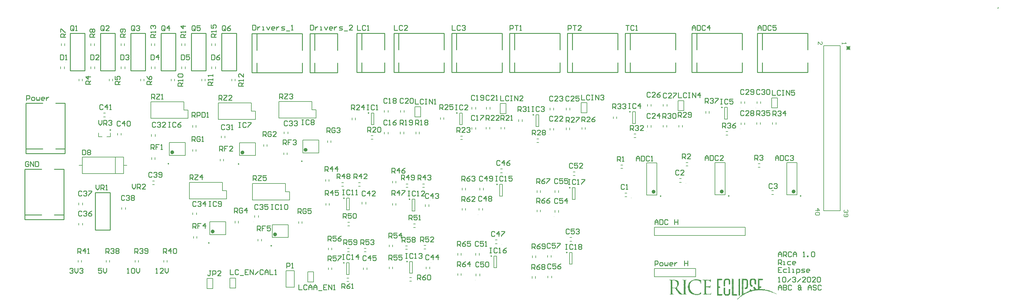
<source format=gbr>
%TF.GenerationSoftware,Altium Limited,Altium Designer,21.2.2 (38)*%
G04 Layer_Color=65535*
%FSLAX26Y26*%
%MOIN*%
%TF.SameCoordinates,72563302-9CA4-4070-8E96-6B9CF41BC73D*%
%TF.FilePolarity,Positive*%
%TF.FileFunction,Legend,Top*%
%TF.Part,Single*%
G01*
G75*
%TA.AperFunction,NonConductor*%
%ADD50C,0.009842*%
%ADD51C,0.023622*%
%ADD52C,0.003937*%
%ADD53C,0.007874*%
%ADD54C,0.010000*%
%ADD55C,0.008000*%
G36*
X8281434Y-3128004D02*
X8302784D01*
Y-3132274D01*
X8307054D01*
Y-3128004D01*
X8311324D01*
Y-3132274D01*
X8332674D01*
Y-3145085D01*
X8328404D01*
Y-3149355D01*
X8332674D01*
Y-3153625D01*
X8328404D01*
Y-3157895D01*
X8332674D01*
Y-3162165D01*
X8328404D01*
Y-3166435D01*
X8332674D01*
Y-3170705D01*
X8328404D01*
Y-3166435D01*
X8324134D01*
Y-3153625D01*
X8319864D01*
Y-3149355D01*
X8315594D01*
Y-3145085D01*
X8302784D01*
Y-3140815D01*
X8298514D01*
Y-3136544D01*
X8294244D01*
Y-3140815D01*
X8289974D01*
Y-3136544D01*
X8243003D01*
Y-3140815D01*
X8230193D01*
Y-3145085D01*
X8217383D01*
Y-3149355D01*
X8221653D01*
Y-3153625D01*
X8208843D01*
Y-3162165D01*
X8204573D01*
Y-3170705D01*
X8200303D01*
Y-3179245D01*
X8196032D01*
Y-3187785D01*
X8191763D01*
Y-3192055D01*
X8196032D01*
Y-3196325D01*
X8191763D01*
Y-3200595D01*
X8196032D01*
Y-3204865D01*
X8191763D01*
Y-3209135D01*
X8196032D01*
Y-3213405D01*
X8191763D01*
Y-3217675D01*
X8196032D01*
Y-3221945D01*
X8191763D01*
Y-3226216D01*
X8196032D01*
Y-3230486D01*
X8191763D01*
Y-3234756D01*
X8196032D01*
Y-3247566D01*
X8200303D01*
Y-3251836D01*
X8204573D01*
Y-3264646D01*
X8208843D01*
Y-3268916D01*
X8213113D01*
Y-3273186D01*
X8217383D01*
Y-3277456D01*
X8221653D01*
Y-3281726D01*
X8225923D01*
Y-3285996D01*
X8230193D01*
Y-3290266D01*
X8234463D01*
Y-3294536D01*
X8247273D01*
Y-3298806D01*
X8251543D01*
Y-3303076D01*
X8255814D01*
Y-3298806D01*
X8260084D01*
Y-3303076D01*
X8264353D01*
Y-3298806D01*
X8268624D01*
Y-3303076D01*
X8298514D01*
Y-3298806D01*
X8302784D01*
Y-3303076D01*
X8307054D01*
Y-3298806D01*
X8311324D01*
Y-3294536D01*
X8319864D01*
Y-3285996D01*
X8324134D01*
Y-3281726D01*
X8328404D01*
Y-3285996D01*
X8332674D01*
Y-3290266D01*
X8328404D01*
Y-3294536D01*
X8332674D01*
Y-3298806D01*
X8328404D01*
Y-3303076D01*
X8324134D01*
Y-3307347D01*
X8319864D01*
Y-3311616D01*
X8315594D01*
Y-3307347D01*
X8311324D01*
Y-3311616D01*
X8298514D01*
Y-3315886D01*
X8294244D01*
Y-3311616D01*
X8289974D01*
Y-3315886D01*
X8285704D01*
Y-3311616D01*
X8281434D01*
Y-3315886D01*
X8277164D01*
Y-3311616D01*
X8272894D01*
Y-3315886D01*
X8268624D01*
Y-3311616D01*
X8264353D01*
Y-3315886D01*
X8260084D01*
Y-3311616D01*
X8247273D01*
Y-3307347D01*
X8243003D01*
Y-3311616D01*
X8238733D01*
Y-3307347D01*
X8225923D01*
Y-3303076D01*
X8221653D01*
Y-3298806D01*
X8208843D01*
Y-3294536D01*
X8204573D01*
Y-3290266D01*
X8200303D01*
Y-3285996D01*
X8196032D01*
Y-3281726D01*
X8191763D01*
Y-3277456D01*
X8187493D01*
Y-3273186D01*
X8183222D01*
Y-3268916D01*
X8187493D01*
Y-3264646D01*
X8183222D01*
Y-3260376D01*
X8178952D01*
Y-3256106D01*
X8174683D01*
Y-3251836D01*
X8178952D01*
Y-3247566D01*
X8174683D01*
Y-3226216D01*
X8170412D01*
Y-3213405D01*
X8174683D01*
Y-3209135D01*
X8170412D01*
Y-3204865D01*
X8174683D01*
Y-3192055D01*
X8178952D01*
Y-3187785D01*
X8174683D01*
Y-3183515D01*
X8178952D01*
Y-3179245D01*
X8183222D01*
Y-3166435D01*
X8187493D01*
Y-3162165D01*
X8191763D01*
Y-3157895D01*
X8196032D01*
Y-3153625D01*
X8200303D01*
Y-3149355D01*
X8204573D01*
Y-3145085D01*
X8208843D01*
Y-3140815D01*
X8221653D01*
Y-3136544D01*
X8225923D01*
Y-3132274D01*
X8238733D01*
Y-3128004D01*
X8243003D01*
Y-3132274D01*
X8247273D01*
Y-3128004D01*
X8260084D01*
Y-3123734D01*
X8264353D01*
Y-3128004D01*
X8268624D01*
Y-3123734D01*
X8272894D01*
Y-3128004D01*
X8277164D01*
Y-3123734D01*
X8281434D01*
Y-3128004D01*
D02*
G37*
G36*
X8149062Y-3132274D02*
X8153333D01*
Y-3136544D01*
X8140522D01*
Y-3140815D01*
X8144792D01*
Y-3145085D01*
X8140522D01*
Y-3149355D01*
X8144792D01*
Y-3153625D01*
X8140522D01*
Y-3157895D01*
X8144792D01*
Y-3162165D01*
X8140522D01*
Y-3166435D01*
X8144792D01*
Y-3170705D01*
X8140522D01*
Y-3174975D01*
X8144792D01*
Y-3179245D01*
X8140522D01*
Y-3183515D01*
X8144792D01*
Y-3187785D01*
X8140522D01*
Y-3192055D01*
X8144792D01*
Y-3196325D01*
X8140522D01*
Y-3200595D01*
X8144792D01*
Y-3204865D01*
X8140522D01*
Y-3209135D01*
X8144792D01*
Y-3213405D01*
X8140522D01*
Y-3217675D01*
X8144792D01*
Y-3221945D01*
X8140522D01*
Y-3226216D01*
X8144792D01*
Y-3230486D01*
X8140522D01*
Y-3234756D01*
X8144792D01*
Y-3239026D01*
X8140522D01*
Y-3243296D01*
X8144792D01*
Y-3247566D01*
X8140522D01*
Y-3251836D01*
X8144792D01*
Y-3256106D01*
X8140522D01*
Y-3260376D01*
X8144792D01*
Y-3264646D01*
X8140522D01*
Y-3268916D01*
X8144792D01*
Y-3273186D01*
X8140522D01*
Y-3277456D01*
X8144792D01*
Y-3281726D01*
X8140522D01*
Y-3285996D01*
X8144792D01*
Y-3290266D01*
X8140522D01*
Y-3294536D01*
X8144792D01*
Y-3303076D01*
X8153333D01*
Y-3307347D01*
X8157602D01*
Y-3311616D01*
X8153333D01*
Y-3307347D01*
X8149062D01*
Y-3311616D01*
X8144792D01*
Y-3307347D01*
X8140522D01*
Y-3311616D01*
X8136252D01*
Y-3307347D01*
X8131982D01*
Y-3311616D01*
X8127712D01*
Y-3307347D01*
X8123442D01*
Y-3311616D01*
X8119172D01*
Y-3307347D01*
X8114901D01*
Y-3303076D01*
X8119172D01*
Y-3298806D01*
X8123442D01*
Y-3294536D01*
X8119172D01*
Y-3290266D01*
X8123442D01*
Y-3277456D01*
X8119172D01*
Y-3273186D01*
X8123442D01*
Y-3260376D01*
X8119172D01*
Y-3256106D01*
X8123442D01*
Y-3243296D01*
X8119172D01*
Y-3239026D01*
X8123442D01*
Y-3226216D01*
X8119172D01*
Y-3221945D01*
X8123442D01*
Y-3192055D01*
X8119172D01*
Y-3187785D01*
X8123442D01*
Y-3157895D01*
X8119172D01*
Y-3153625D01*
X8123442D01*
Y-3140815D01*
X8119172D01*
Y-3136544D01*
X8114901D01*
Y-3132274D01*
X8110632D01*
Y-3128004D01*
X8114901D01*
Y-3132274D01*
X8127712D01*
Y-3128004D01*
X8131982D01*
Y-3132274D01*
X8144792D01*
Y-3128004D01*
X8149062D01*
Y-3132274D01*
D02*
G37*
G36*
X8012421D02*
X8033771D01*
Y-3136544D01*
X8038041D01*
Y-3140815D01*
X8050851D01*
Y-3145085D01*
X8055121D01*
Y-3149355D01*
X8059391D01*
Y-3153625D01*
X8055121D01*
Y-3157895D01*
X8059391D01*
Y-3162165D01*
X8063661D01*
Y-3166435D01*
X8059391D01*
Y-3170705D01*
X8063661D01*
Y-3183515D01*
X8059391D01*
Y-3196325D01*
X8055121D01*
Y-3204865D01*
X8050851D01*
Y-3213405D01*
X8046581D01*
Y-3217675D01*
X8042311D01*
Y-3221945D01*
X8038041D01*
Y-3226216D01*
X8033771D01*
Y-3230486D01*
X8038041D01*
Y-3234756D01*
X8042311D01*
Y-3239026D01*
X8046581D01*
Y-3243296D01*
X8050851D01*
Y-3247566D01*
X8046581D01*
Y-3251836D01*
X8055121D01*
Y-3260376D01*
X8059391D01*
Y-3264646D01*
X8063661D01*
Y-3268916D01*
X8067931D01*
Y-3273186D01*
X8072201D01*
Y-3277456D01*
X8076471D01*
Y-3281726D01*
X8080742D01*
Y-3285996D01*
X8085011D01*
Y-3290266D01*
X8089281D01*
Y-3294536D01*
X8093551D01*
Y-3298806D01*
X8097821D01*
Y-3303076D01*
X8110632D01*
Y-3307347D01*
X8114901D01*
Y-3311616D01*
X8110632D01*
Y-3307347D01*
X8106361D01*
Y-3311616D01*
X8102092D01*
Y-3307347D01*
X8097821D01*
Y-3311616D01*
X8093551D01*
Y-3307347D01*
X8089281D01*
Y-3311616D01*
X8085011D01*
Y-3307347D01*
X8072201D01*
Y-3303076D01*
X8067931D01*
Y-3298806D01*
X8063661D01*
Y-3294536D01*
X8059391D01*
Y-3290266D01*
X8055121D01*
Y-3281726D01*
X8050851D01*
Y-3273186D01*
X8046581D01*
Y-3268916D01*
X8042311D01*
Y-3264646D01*
X8038041D01*
Y-3260376D01*
X8033771D01*
Y-3256106D01*
X8029500D01*
Y-3247566D01*
X8025231D01*
Y-3239026D01*
X8020961D01*
Y-3234756D01*
X8016690D01*
Y-3230486D01*
X8012421D01*
Y-3234756D01*
X8008150D01*
Y-3230486D01*
X8003880D01*
Y-3234756D01*
X7999610D01*
Y-3230486D01*
X7995341D01*
Y-3234756D01*
X7991070D01*
Y-3230486D01*
X7986800D01*
Y-3234756D01*
X7982530D01*
Y-3256106D01*
X7986800D01*
Y-3260376D01*
X7982530D01*
Y-3273186D01*
X7986800D01*
Y-3277456D01*
X7982530D01*
Y-3290266D01*
X7986800D01*
Y-3303076D01*
X7991070D01*
Y-3307347D01*
X7995341D01*
Y-3311616D01*
X7991070D01*
Y-3307347D01*
X7986800D01*
Y-3311616D01*
X7982530D01*
Y-3307347D01*
X7978260D01*
Y-3311616D01*
X7973990D01*
Y-3307347D01*
X7969720D01*
Y-3311616D01*
X7965450D01*
Y-3307347D01*
X7961180D01*
Y-3311616D01*
X7956910D01*
Y-3307347D01*
X7952640D01*
Y-3303076D01*
X7965450D01*
Y-3298806D01*
X7961180D01*
Y-3294536D01*
X7965450D01*
Y-3290266D01*
X7961180D01*
Y-3285996D01*
X7965450D01*
Y-3281726D01*
X7961180D01*
Y-3277456D01*
X7965450D01*
Y-3273186D01*
X7961180D01*
Y-3268916D01*
X7965450D01*
Y-3264646D01*
X7961180D01*
Y-3260376D01*
X7965450D01*
Y-3256106D01*
X7961180D01*
Y-3251836D01*
X7965450D01*
Y-3247566D01*
X7961180D01*
Y-3243296D01*
X7965450D01*
Y-3239026D01*
X7961180D01*
Y-3234756D01*
X7965450D01*
Y-3221945D01*
X7961180D01*
Y-3217675D01*
X7965450D01*
Y-3213405D01*
X7961180D01*
Y-3209135D01*
X7965450D01*
Y-3204865D01*
X7961180D01*
Y-3200595D01*
X7965450D01*
Y-3196325D01*
X7961180D01*
Y-3192055D01*
X7965450D01*
Y-3187785D01*
X7961180D01*
Y-3183515D01*
X7965450D01*
Y-3179245D01*
X7961180D01*
Y-3174975D01*
X7965450D01*
Y-3170705D01*
X7961180D01*
Y-3166435D01*
X7965450D01*
Y-3162165D01*
X7961180D01*
Y-3157895D01*
X7965450D01*
Y-3153625D01*
X7961180D01*
Y-3149355D01*
X7965450D01*
Y-3145085D01*
X7961180D01*
Y-3136544D01*
X7952640D01*
Y-3132274D01*
X7948370D01*
Y-3128004D01*
X7952640D01*
Y-3132274D01*
X7956910D01*
Y-3128004D01*
X7961180D01*
Y-3132274D01*
X7973990D01*
Y-3128004D01*
X7978260D01*
Y-3132274D01*
X7991070D01*
Y-3128004D01*
X7995341D01*
Y-3132274D01*
X7999610D01*
Y-3128004D01*
X8003880D01*
Y-3132274D01*
X8008150D01*
Y-3128004D01*
X8012421D01*
Y-3132274D01*
D02*
G37*
G36*
X8328404Y-3174975D02*
X8332674D01*
Y-3179245D01*
X8328404D01*
Y-3174975D01*
X8324134D01*
Y-3170705D01*
X8328404D01*
Y-3174975D01*
D02*
G37*
G36*
X7999610Y-3307347D02*
X8003880D01*
Y-3311616D01*
X7999610D01*
Y-3307347D01*
X7995341D01*
Y-3303076D01*
X7999610D01*
Y-3307347D01*
D02*
G37*
G36*
X8580337Y-3119464D02*
X8584607D01*
Y-3123734D01*
X8588877D01*
Y-3128004D01*
X8584607D01*
Y-3132274D01*
X8580337D01*
Y-3136544D01*
X8576067D01*
Y-3132274D01*
X8571797D01*
Y-3136544D01*
X8567527D01*
Y-3132274D01*
X8563257D01*
Y-3136544D01*
X8558987D01*
Y-3132274D01*
X8554717D01*
Y-3136544D01*
X8550446D01*
Y-3132274D01*
X8546176D01*
Y-3136544D01*
X8541907D01*
Y-3209135D01*
X8546176D01*
Y-3213405D01*
X8550446D01*
Y-3209135D01*
X8554717D01*
Y-3213405D01*
X8558987D01*
Y-3217675D01*
X8563257D01*
Y-3226216D01*
X8554717D01*
Y-3230486D01*
X8550446D01*
Y-3226216D01*
X8541907D01*
Y-3303076D01*
X8554717D01*
Y-3307347D01*
X8558987D01*
Y-3303076D01*
X8571797D01*
Y-3307347D01*
X8576067D01*
Y-3303076D01*
X8588877D01*
Y-3307347D01*
X8584607D01*
Y-3311616D01*
X8588877D01*
Y-3315886D01*
X8584607D01*
Y-3320157D01*
X8580337D01*
Y-3324427D01*
X8576067D01*
Y-3320157D01*
X8571797D01*
Y-3324427D01*
X8567527D01*
Y-3320157D01*
X8563257D01*
Y-3324427D01*
X8558987D01*
Y-3320157D01*
X8554717D01*
Y-3324427D01*
X8550446D01*
Y-3320157D01*
X8546176D01*
Y-3324427D01*
X8541907D01*
Y-3320157D01*
X8537637D01*
Y-3324427D01*
X8533367D01*
Y-3320157D01*
X8529097D01*
Y-3324427D01*
X8524827D01*
Y-3115194D01*
X8529097D01*
Y-3119464D01*
X8533367D01*
Y-3115194D01*
X8537637D01*
Y-3119464D01*
X8541907D01*
Y-3115194D01*
X8546176D01*
Y-3119464D01*
X8550446D01*
Y-3115194D01*
X8554717D01*
Y-3119464D01*
X8558987D01*
Y-3115194D01*
X8563257D01*
Y-3119464D01*
X8567527D01*
Y-3115194D01*
X8571797D01*
Y-3119464D01*
X8576067D01*
Y-3115194D01*
X8580337D01*
Y-3119464D01*
D02*
G37*
G36*
X8447966Y-3132274D02*
X8452236D01*
Y-3136544D01*
X8447966D01*
Y-3157895D01*
X8443696D01*
Y-3153625D01*
X8439425D01*
Y-3149355D01*
X8443696D01*
Y-3145085D01*
X8439425D01*
Y-3140815D01*
X8435155D01*
Y-3145085D01*
X8430885D01*
Y-3140815D01*
X8418075D01*
Y-3136544D01*
X8413805D01*
Y-3140815D01*
X8409535D01*
Y-3136544D01*
X8405265D01*
Y-3140815D01*
X8400995D01*
Y-3136544D01*
X8396725D01*
Y-3140815D01*
X8392455D01*
Y-3145085D01*
X8388185D01*
Y-3149355D01*
X8392455D01*
Y-3153625D01*
X8388185D01*
Y-3157895D01*
X8392455D01*
Y-3162165D01*
X8388185D01*
Y-3166435D01*
X8392455D01*
Y-3170705D01*
X8388185D01*
Y-3174975D01*
X8392455D01*
Y-3179245D01*
X8388185D01*
Y-3183515D01*
X8392455D01*
Y-3187785D01*
X8388185D01*
Y-3192055D01*
X8392455D01*
Y-3196325D01*
X8388185D01*
Y-3200595D01*
X8392455D01*
Y-3204865D01*
X8388185D01*
Y-3209135D01*
X8439425D01*
Y-3200595D01*
X8443696D01*
Y-3204865D01*
X8447966D01*
Y-3209135D01*
X8443696D01*
Y-3230486D01*
X8439425D01*
Y-3226216D01*
X8435155D01*
Y-3221945D01*
X8422345D01*
Y-3217675D01*
X8418075D01*
Y-3221945D01*
X8413805D01*
Y-3217675D01*
X8409535D01*
Y-3221945D01*
X8405265D01*
Y-3217675D01*
X8400995D01*
Y-3221945D01*
X8396725D01*
Y-3217675D01*
X8392455D01*
Y-3221945D01*
X8388185D01*
Y-3226216D01*
X8392455D01*
Y-3230486D01*
X8388185D01*
Y-3234756D01*
X8392455D01*
Y-3239026D01*
X8388185D01*
Y-3243296D01*
X8392455D01*
Y-3247566D01*
X8388185D01*
Y-3251836D01*
X8392455D01*
Y-3256106D01*
X8388185D01*
Y-3260376D01*
X8392455D01*
Y-3264646D01*
X8388185D01*
Y-3268916D01*
X8392455D01*
Y-3273186D01*
X8388185D01*
Y-3277456D01*
X8392455D01*
Y-3281726D01*
X8388185D01*
Y-3285996D01*
X8392455D01*
Y-3298806D01*
X8405265D01*
Y-3303076D01*
X8418075D01*
Y-3298806D01*
X8422345D01*
Y-3303076D01*
X8426615D01*
Y-3298806D01*
X8430885D01*
Y-3303076D01*
X8435155D01*
Y-3298806D01*
X8439425D01*
Y-3303076D01*
X8443696D01*
Y-3298806D01*
X8447966D01*
Y-3294536D01*
X8452236D01*
Y-3307347D01*
X8447966D01*
Y-3311616D01*
X8443696D01*
Y-3307347D01*
X8439425D01*
Y-3311616D01*
X8435155D01*
Y-3307347D01*
X8430885D01*
Y-3311616D01*
X8426615D01*
Y-3307347D01*
X8422345D01*
Y-3311616D01*
X8418075D01*
Y-3307347D01*
X8413805D01*
Y-3311616D01*
X8409535D01*
Y-3307347D01*
X8405265D01*
Y-3311616D01*
X8400995D01*
Y-3307347D01*
X8396725D01*
Y-3311616D01*
X8392455D01*
Y-3307347D01*
X8388185D01*
Y-3311616D01*
X8383915D01*
Y-3307347D01*
X8379645D01*
Y-3311616D01*
X8375375D01*
Y-3307347D01*
X8371105D01*
Y-3311616D01*
X8366835D01*
Y-3307347D01*
X8362565D01*
Y-3303076D01*
X8366835D01*
Y-3298806D01*
X8371105D01*
Y-3234756D01*
X8375375D01*
Y-3230486D01*
X8371105D01*
Y-3217675D01*
X8375375D01*
Y-3213405D01*
X8371105D01*
Y-3200595D01*
X8375375D01*
Y-3196325D01*
X8371105D01*
Y-3183515D01*
X8375375D01*
Y-3179245D01*
X8371105D01*
Y-3166435D01*
X8375375D01*
Y-3162165D01*
X8371105D01*
Y-3140815D01*
X8366835D01*
Y-3136544D01*
X8362565D01*
Y-3132274D01*
X8358294D01*
Y-3128004D01*
X8362565D01*
Y-3132274D01*
X8366835D01*
Y-3128004D01*
X8371105D01*
Y-3132274D01*
X8383915D01*
Y-3128004D01*
X8388185D01*
Y-3132274D01*
X8400995D01*
Y-3128004D01*
X8405265D01*
Y-3132274D01*
X8418075D01*
Y-3128004D01*
X8422345D01*
Y-3132274D01*
X8435155D01*
Y-3128004D01*
X8439425D01*
Y-3132274D01*
X8443696D01*
Y-3128004D01*
X8447966D01*
Y-3132274D01*
D02*
G37*
G36*
X8354024D02*
X8358294D01*
Y-3136544D01*
X8354024D01*
Y-3132274D01*
X8349755D01*
Y-3128004D01*
X8354024D01*
Y-3132274D01*
D02*
G37*
G36*
X8452236Y-3290266D02*
X8456506D01*
Y-3294536D01*
X8452236D01*
Y-3290266D01*
X8447966D01*
Y-3285996D01*
X8452236D01*
Y-3290266D01*
D02*
G37*
G36*
X8358294Y-3307347D02*
X8362565D01*
Y-3311616D01*
X8358294D01*
Y-3307347D01*
X8354024D01*
Y-3303076D01*
X8358294D01*
Y-3307347D01*
D02*
G37*
G36*
X11934000Y164000D02*
Y156000D01*
X11918000D01*
Y164000D01*
X11926000D01*
Y172000D01*
X11934000D01*
Y164000D01*
D02*
G37*
G36*
X9075663Y-3119464D02*
X9079933D01*
Y-3123734D01*
X9084203D01*
Y-3128004D01*
X9079933D01*
Y-3132274D01*
X9075663D01*
Y-3136544D01*
X9071393D01*
Y-3132274D01*
X9067123D01*
Y-3136544D01*
X9062853D01*
Y-3132274D01*
X9058583D01*
Y-3136544D01*
X9054313D01*
Y-3132274D01*
X9050043D01*
Y-3136544D01*
X9045773D01*
Y-3132274D01*
X9041502D01*
Y-3136544D01*
X9037233D01*
Y-3149355D01*
X9041502D01*
Y-3153625D01*
X9037233D01*
Y-3166435D01*
X9041502D01*
Y-3170705D01*
X9037233D01*
Y-3183515D01*
X9041502D01*
Y-3187785D01*
X9037233D01*
Y-3200595D01*
X9041502D01*
Y-3204865D01*
X9037233D01*
Y-3209135D01*
X9041502D01*
Y-3213405D01*
X9045773D01*
Y-3209135D01*
X9050043D01*
Y-3213405D01*
X9054313D01*
Y-3209135D01*
X9058583D01*
Y-3226216D01*
X9050043D01*
Y-3230486D01*
X9045773D01*
Y-3226216D01*
X9041502D01*
Y-3230486D01*
X9037233D01*
Y-3234756D01*
X9041502D01*
Y-3239026D01*
X9037233D01*
Y-3243296D01*
X9075663D01*
Y-3247566D01*
X9079933D01*
Y-3243296D01*
X9084203D01*
Y-3247566D01*
X9088473D01*
Y-3243296D01*
X9092743D01*
Y-3247566D01*
X9097013D01*
Y-3243296D01*
X9101283D01*
Y-3247566D01*
X9105553D01*
Y-3251836D01*
X9135443D01*
Y-3256106D01*
X9148254D01*
Y-3260376D01*
X9161064D01*
Y-3264646D01*
X9165334D01*
Y-3268916D01*
X9169604D01*
Y-3264646D01*
X9173874D01*
Y-3268916D01*
X9186684D01*
Y-3273186D01*
X9190954D01*
Y-3277456D01*
X9203765D01*
Y-3281726D01*
X9208034D01*
Y-3285996D01*
X9220845D01*
Y-3290266D01*
X9225115D01*
Y-3294536D01*
X9229385D01*
Y-3298806D01*
X9225115D01*
Y-3294536D01*
X9220845D01*
Y-3290266D01*
X9216575D01*
Y-3294536D01*
X9212305D01*
Y-3290266D01*
X9208034D01*
Y-3285996D01*
X9195225D01*
Y-3281726D01*
X9182414D01*
Y-3277456D01*
X9169604D01*
Y-3273186D01*
X9156794D01*
Y-3268916D01*
X9143984D01*
Y-3264646D01*
X9139713D01*
Y-3268916D01*
X9135443D01*
Y-3264646D01*
X9122633D01*
Y-3260376D01*
X9118363D01*
Y-3264646D01*
X9114094D01*
Y-3260376D01*
X9101283D01*
Y-3256106D01*
X9097013D01*
Y-3260376D01*
X9092743D01*
Y-3256106D01*
X9088473D01*
Y-3260376D01*
X9084203D01*
Y-3256106D01*
X9079933D01*
Y-3260376D01*
X9075663D01*
Y-3256106D01*
X9011612D01*
Y-3260376D01*
X9007342D01*
Y-3256106D01*
X9003072D01*
Y-3260376D01*
X8998802D01*
Y-3256106D01*
X8994532D01*
Y-3260376D01*
X8981722D01*
Y-3264646D01*
X8977452D01*
Y-3260376D01*
X8973182D01*
Y-3264646D01*
X8951832D01*
Y-3268916D01*
X8947561D01*
Y-3273186D01*
X8943291D01*
Y-3268916D01*
X8939022D01*
Y-3273186D01*
X8926211D01*
Y-3277456D01*
X8913401D01*
Y-3281726D01*
X8900591D01*
Y-3285996D01*
X8896321D01*
Y-3290266D01*
X8883511D01*
Y-3294536D01*
X8879241D01*
Y-3298806D01*
X8874971D01*
Y-3294536D01*
X8870701D01*
Y-3298806D01*
X8866431D01*
Y-3303076D01*
X8862160D01*
Y-3307347D01*
X8849350D01*
Y-3311616D01*
X8845080D01*
Y-3315886D01*
X8832270D01*
Y-3320157D01*
X8828000D01*
Y-3324427D01*
X8823730D01*
Y-3328697D01*
X8819460D01*
Y-3332966D01*
X8810919D01*
Y-3337237D01*
X8806650D01*
Y-3341507D01*
X8798110D01*
Y-3345777D01*
X8793840D01*
Y-3337237D01*
X8802380D01*
Y-3332966D01*
X8806650D01*
Y-3328697D01*
X8810919D01*
Y-3324427D01*
X8815190D01*
Y-3320157D01*
X8819460D01*
Y-3315886D01*
X8823730D01*
Y-3311616D01*
X8828000D01*
Y-3307347D01*
X8823730D01*
Y-3303076D01*
X8828000D01*
Y-3298806D01*
X8823730D01*
Y-3294536D01*
X8828000D01*
Y-3290266D01*
X8823730D01*
Y-3285996D01*
X8828000D01*
Y-3281726D01*
X8823730D01*
Y-3277456D01*
X8828000D01*
Y-3273186D01*
X8823730D01*
Y-3268916D01*
X8828000D01*
Y-3264646D01*
X8823730D01*
Y-3260376D01*
X8828000D01*
Y-3256106D01*
X8823730D01*
Y-3251836D01*
X8828000D01*
Y-3247566D01*
X8823730D01*
Y-3243296D01*
X8828000D01*
Y-3239026D01*
X8823730D01*
Y-3234756D01*
X8828000D01*
Y-3230486D01*
X8823730D01*
Y-3226216D01*
X8828000D01*
Y-3221945D01*
X8823730D01*
Y-3217675D01*
X8828000D01*
Y-3213405D01*
X8823730D01*
Y-3209135D01*
X8828000D01*
Y-3204865D01*
X8823730D01*
Y-3200595D01*
X8828000D01*
Y-3196325D01*
X8823730D01*
Y-3192055D01*
X8828000D01*
Y-3187785D01*
X8823730D01*
Y-3183515D01*
X8828000D01*
Y-3179245D01*
X8823730D01*
Y-3174975D01*
X8828000D01*
Y-3170705D01*
X8823730D01*
Y-3166435D01*
X8828000D01*
Y-3162165D01*
X8823730D01*
Y-3157895D01*
X8828000D01*
Y-3153625D01*
X8823730D01*
Y-3149355D01*
X8828000D01*
Y-3145085D01*
X8823730D01*
Y-3140815D01*
X8828000D01*
Y-3136544D01*
X8823730D01*
Y-3132274D01*
X8828000D01*
Y-3128004D01*
X8823730D01*
Y-3123734D01*
X8828000D01*
Y-3119464D01*
X8823730D01*
Y-3115194D01*
X8828000D01*
Y-3119464D01*
X8832270D01*
Y-3115194D01*
X8836540D01*
Y-3119464D01*
X8840810D01*
Y-3115194D01*
X8845080D01*
Y-3119464D01*
X8849350D01*
Y-3115194D01*
X8853620D01*
Y-3119464D01*
X8857890D01*
Y-3115194D01*
X8862160D01*
Y-3119464D01*
X8866431D01*
Y-3115194D01*
X8870701D01*
Y-3119464D01*
X8874971D01*
Y-3115194D01*
X8879241D01*
Y-3119464D01*
X8883511D01*
Y-3123734D01*
X8887781D01*
Y-3128004D01*
X8892051D01*
Y-3132274D01*
X8896321D01*
Y-3136544D01*
X8900591D01*
Y-3183515D01*
X8904861D01*
Y-3187785D01*
X8900591D01*
Y-3217675D01*
X8896321D01*
Y-3230486D01*
X8892051D01*
Y-3234756D01*
X8887781D01*
Y-3239026D01*
X8874971D01*
Y-3243296D01*
X8870701D01*
Y-3239026D01*
X8866431D01*
Y-3243296D01*
X8862160D01*
Y-3239026D01*
X8857890D01*
Y-3234756D01*
X8862160D01*
Y-3230486D01*
X8857890D01*
Y-3226216D01*
X8870701D01*
Y-3221945D01*
X8874971D01*
Y-3217675D01*
X8879241D01*
Y-3213405D01*
X8883511D01*
Y-3140815D01*
X8879241D01*
Y-3136544D01*
X8866431D01*
Y-3132274D01*
X8862160D01*
Y-3136544D01*
X8857890D01*
Y-3132274D01*
X8853620D01*
Y-3136544D01*
X8849350D01*
Y-3132274D01*
X8845080D01*
Y-3136544D01*
X8840810D01*
Y-3140815D01*
X8845080D01*
Y-3145085D01*
X8840810D01*
Y-3149355D01*
X8845080D01*
Y-3153625D01*
X8840810D01*
Y-3157895D01*
X8845080D01*
Y-3162165D01*
X8840810D01*
Y-3166435D01*
X8845080D01*
Y-3170705D01*
X8840810D01*
Y-3174975D01*
X8845080D01*
Y-3179245D01*
X8840810D01*
Y-3183515D01*
X8845080D01*
Y-3187785D01*
X8840810D01*
Y-3192055D01*
X8845080D01*
Y-3196325D01*
X8840810D01*
Y-3200595D01*
X8845080D01*
Y-3204865D01*
X8840810D01*
Y-3209135D01*
X8845080D01*
Y-3213405D01*
X8840810D01*
Y-3217675D01*
X8845080D01*
Y-3221945D01*
X8840810D01*
Y-3226216D01*
X8845080D01*
Y-3230486D01*
X8840810D01*
Y-3234756D01*
X8845080D01*
Y-3239026D01*
X8840810D01*
Y-3243296D01*
X8845080D01*
Y-3247566D01*
X8840810D01*
Y-3251836D01*
X8845080D01*
Y-3256106D01*
X8840810D01*
Y-3260376D01*
X8845080D01*
Y-3264646D01*
X8840810D01*
Y-3268916D01*
X8845080D01*
Y-3273186D01*
X8840810D01*
Y-3277456D01*
X8845080D01*
Y-3281726D01*
X8840810D01*
Y-3285996D01*
X8845080D01*
Y-3290266D01*
X8840810D01*
Y-3294536D01*
X8845080D01*
Y-3298806D01*
X8849350D01*
Y-3294536D01*
X8862160D01*
Y-3290266D01*
X8866431D01*
Y-3285996D01*
X8879241D01*
Y-3281726D01*
X8883511D01*
Y-3277456D01*
X8887781D01*
Y-3273186D01*
X8892051D01*
Y-3277456D01*
X8896321D01*
Y-3273186D01*
X8900591D01*
Y-3268916D01*
X8913401D01*
Y-3264646D01*
X8917671D01*
Y-3260376D01*
X8921941D01*
Y-3256106D01*
X8917671D01*
Y-3251836D01*
X8921941D01*
Y-3247566D01*
X8926211D01*
Y-3243296D01*
X8930481D01*
Y-3247566D01*
X8934751D01*
Y-3251836D01*
X8939022D01*
Y-3256106D01*
X8943291D01*
Y-3251836D01*
X8947561D01*
Y-3256106D01*
X8951832D01*
Y-3251836D01*
X8964642D01*
Y-3247566D01*
X8968912D01*
Y-3251836D01*
X8973182D01*
Y-3247566D01*
X8977452D01*
Y-3243296D01*
X8973182D01*
Y-3239026D01*
X8968912D01*
Y-3234756D01*
X8964642D01*
Y-3230486D01*
X8960372D01*
Y-3226216D01*
X8964642D01*
Y-3217675D01*
X8981722D01*
Y-3221945D01*
X8985992D01*
Y-3226216D01*
X8990262D01*
Y-3234756D01*
X8994532D01*
Y-3243296D01*
X9020152D01*
Y-3234756D01*
X9024423D01*
Y-3230486D01*
X9020152D01*
Y-3217675D01*
X9024423D01*
Y-3213405D01*
X9020152D01*
Y-3200595D01*
X9024423D01*
Y-3196325D01*
X9020152D01*
Y-3183515D01*
X9024423D01*
Y-3179245D01*
X9020152D01*
Y-3166435D01*
X9024423D01*
Y-3162165D01*
X9020152D01*
Y-3149355D01*
X9024423D01*
Y-3145085D01*
X9020152D01*
Y-3132274D01*
X9024423D01*
Y-3128004D01*
X9020152D01*
Y-3115194D01*
X9024423D01*
Y-3119464D01*
X9028692D01*
Y-3115194D01*
X9032963D01*
Y-3119464D01*
X9037233D01*
Y-3115194D01*
X9041502D01*
Y-3119464D01*
X9045773D01*
Y-3115194D01*
X9050043D01*
Y-3119464D01*
X9054313D01*
Y-3115194D01*
X9058583D01*
Y-3119464D01*
X9062853D01*
Y-3115194D01*
X9067123D01*
Y-3119464D01*
X9071393D01*
Y-3115194D01*
X9075663D01*
Y-3119464D01*
D02*
G37*
G36*
X8981722D02*
X8985992D01*
Y-3123734D01*
X8990262D01*
Y-3128004D01*
X8994532D01*
Y-3132274D01*
X8998802D01*
Y-3136544D01*
X8994532D01*
Y-3140815D01*
X8998802D01*
Y-3145085D01*
X8994532D01*
Y-3149355D01*
X8998802D01*
Y-3153625D01*
X8994532D01*
Y-3157895D01*
X8998802D01*
Y-3162165D01*
X8994532D01*
Y-3166435D01*
X8998802D01*
Y-3170705D01*
X8994532D01*
Y-3174975D01*
X8998802D01*
Y-3179245D01*
X8994532D01*
Y-3183515D01*
X8998802D01*
Y-3187785D01*
X8985992D01*
Y-3183515D01*
X8981722D01*
Y-3179245D01*
X8977452D01*
Y-3174975D01*
X8981722D01*
Y-3170705D01*
X8977452D01*
Y-3166435D01*
X8981722D01*
Y-3162165D01*
X8977452D01*
Y-3157895D01*
X8981722D01*
Y-3153625D01*
X8977452D01*
Y-3149355D01*
X8981722D01*
Y-3145085D01*
X8977452D01*
Y-3140815D01*
X8981722D01*
Y-3136544D01*
X8968912D01*
Y-3132274D01*
X8964642D01*
Y-3128004D01*
X8960372D01*
Y-3132274D01*
X8956102D01*
Y-3128004D01*
X8951832D01*
Y-3132274D01*
X8947561D01*
Y-3136544D01*
X8943291D01*
Y-3140815D01*
X8939022D01*
Y-3145085D01*
X8934751D01*
Y-3149355D01*
X8939022D01*
Y-3162165D01*
X8934751D01*
Y-3166435D01*
X8939022D01*
Y-3179245D01*
X8934751D01*
Y-3183515D01*
X8939022D01*
Y-3187785D01*
X8943291D01*
Y-3192055D01*
X8947561D01*
Y-3196325D01*
X8951832D01*
Y-3200595D01*
X8956102D01*
Y-3209135D01*
X8951832D01*
Y-3213405D01*
X8934751D01*
Y-3209135D01*
X8930481D01*
Y-3204865D01*
X8926211D01*
Y-3192055D01*
X8921941D01*
Y-3187785D01*
X8917671D01*
Y-3183515D01*
X8921941D01*
Y-3179245D01*
X8917671D01*
Y-3174975D01*
X8921941D01*
Y-3170705D01*
X8917671D01*
Y-3166435D01*
X8921941D01*
Y-3162165D01*
X8917671D01*
Y-3157895D01*
X8921941D01*
Y-3153625D01*
X8917671D01*
Y-3149355D01*
X8921941D01*
Y-3145085D01*
X8917671D01*
Y-3140815D01*
X8921941D01*
Y-3132274D01*
X8926211D01*
Y-3123734D01*
X8930481D01*
Y-3119464D01*
X8934751D01*
Y-3115194D01*
X8939022D01*
Y-3119464D01*
X8943291D01*
Y-3115194D01*
X8981722D01*
Y-3119464D01*
D02*
G37*
G36*
X8802380D02*
X8806650D01*
Y-3123734D01*
X8802380D01*
Y-3324427D01*
X8798110D01*
Y-3320157D01*
X8793840D01*
Y-3324427D01*
X8789570D01*
Y-3320157D01*
X8785299D01*
Y-3273186D01*
X8781030D01*
Y-3268916D01*
X8785299D01*
Y-3204865D01*
X8781030D01*
Y-3200595D01*
X8785299D01*
Y-3136544D01*
X8781030D01*
Y-3132274D01*
X8785299D01*
Y-3119464D01*
X8789570D01*
Y-3115194D01*
X8793840D01*
Y-3119464D01*
X8798110D01*
Y-3115194D01*
X8802380D01*
Y-3119464D01*
D02*
G37*
G36*
X8716979D02*
X8721249D01*
Y-3123734D01*
X8725519D01*
Y-3128004D01*
X8721249D01*
Y-3132274D01*
X8725519D01*
Y-3136544D01*
X8721249D01*
Y-3140815D01*
X8725519D01*
Y-3145085D01*
X8721249D01*
Y-3149355D01*
X8725519D01*
Y-3153625D01*
X8721249D01*
Y-3157895D01*
X8725519D01*
Y-3162165D01*
X8721249D01*
Y-3166435D01*
X8725519D01*
Y-3170705D01*
X8721249D01*
Y-3174975D01*
X8725519D01*
Y-3179245D01*
X8721249D01*
Y-3183515D01*
X8725519D01*
Y-3187785D01*
X8721249D01*
Y-3192055D01*
X8725519D01*
Y-3196325D01*
X8721249D01*
Y-3200595D01*
X8725519D01*
Y-3204865D01*
X8721249D01*
Y-3209135D01*
X8725519D01*
Y-3213405D01*
X8721249D01*
Y-3217675D01*
X8725519D01*
Y-3221945D01*
X8721249D01*
Y-3226216D01*
X8725519D01*
Y-3230486D01*
X8721249D01*
Y-3234756D01*
X8725519D01*
Y-3239026D01*
X8721249D01*
Y-3243296D01*
X8725519D01*
Y-3247566D01*
X8721249D01*
Y-3251836D01*
X8725519D01*
Y-3256106D01*
X8721249D01*
Y-3260376D01*
X8725519D01*
Y-3264646D01*
X8721249D01*
Y-3268916D01*
X8725519D01*
Y-3273186D01*
X8721249D01*
Y-3277456D01*
X8725519D01*
Y-3281726D01*
X8721249D01*
Y-3285996D01*
X8725519D01*
Y-3290266D01*
X8721249D01*
Y-3294536D01*
X8725519D01*
Y-3298806D01*
X8721249D01*
Y-3303076D01*
X8725519D01*
Y-3307347D01*
X8729789D01*
Y-3303076D01*
X8742599D01*
Y-3307347D01*
X8746869D01*
Y-3303076D01*
X8759679D01*
Y-3307347D01*
X8763950D01*
Y-3311616D01*
X8768219D01*
Y-3315886D01*
X8763950D01*
Y-3320157D01*
X8768219D01*
Y-3324427D01*
X8763950D01*
Y-3320157D01*
X8759679D01*
Y-3324427D01*
X8755409D01*
Y-3320157D01*
X8751139D01*
Y-3324427D01*
X8746869D01*
Y-3320157D01*
X8742599D01*
Y-3324427D01*
X8738329D01*
Y-3320157D01*
X8734059D01*
Y-3324427D01*
X8729789D01*
Y-3320157D01*
X8725519D01*
Y-3324427D01*
X8721249D01*
Y-3320157D01*
X8716979D01*
Y-3324427D01*
X8712709D01*
Y-3320157D01*
X8708439D01*
Y-3315886D01*
X8704169D01*
Y-3311616D01*
X8708439D01*
Y-3307347D01*
X8704169D01*
Y-3303076D01*
X8708439D01*
Y-3298806D01*
X8704169D01*
Y-3294536D01*
X8708439D01*
Y-3290266D01*
X8704169D01*
Y-3285996D01*
X8708439D01*
Y-3281726D01*
X8704169D01*
Y-3277456D01*
X8708439D01*
Y-3273186D01*
X8704169D01*
Y-3268916D01*
X8708439D01*
Y-3264646D01*
X8704169D01*
Y-3260376D01*
X8708439D01*
Y-3256106D01*
X8704169D01*
Y-3251836D01*
X8708439D01*
Y-3247566D01*
X8704169D01*
Y-3243296D01*
X8708439D01*
Y-3239026D01*
X8704169D01*
Y-3234756D01*
X8708439D01*
Y-3230486D01*
X8704169D01*
Y-3226216D01*
X8708439D01*
Y-3221945D01*
X8704169D01*
Y-3217675D01*
X8708439D01*
Y-3213405D01*
X8704169D01*
Y-3209135D01*
X8708439D01*
Y-3204865D01*
X8704169D01*
Y-3200595D01*
X8708439D01*
Y-3196325D01*
X8704169D01*
Y-3192055D01*
X8708439D01*
Y-3187785D01*
X8704169D01*
Y-3183515D01*
X8708439D01*
Y-3179245D01*
X8704169D01*
Y-3174975D01*
X8708439D01*
Y-3170705D01*
X8704169D01*
Y-3166435D01*
X8708439D01*
Y-3162165D01*
X8704169D01*
Y-3157895D01*
X8708439D01*
Y-3153625D01*
X8704169D01*
Y-3149355D01*
X8708439D01*
Y-3145085D01*
X8704169D01*
Y-3140815D01*
X8708439D01*
Y-3136544D01*
X8704169D01*
Y-3132274D01*
X8708439D01*
Y-3128004D01*
X8704169D01*
Y-3123734D01*
X8708439D01*
Y-3119464D01*
X8704169D01*
Y-3115194D01*
X8708439D01*
Y-3119464D01*
X8712709D01*
Y-3115194D01*
X8716979D01*
Y-3119464D01*
D02*
G37*
G36*
X8665738D02*
X8670008D01*
Y-3123734D01*
X8678548D01*
Y-3132274D01*
X8682818D01*
Y-3153625D01*
X8687088D01*
Y-3157895D01*
X8682818D01*
Y-3170705D01*
X8687088D01*
Y-3174975D01*
X8682818D01*
Y-3187785D01*
X8665738D01*
Y-3179245D01*
X8670008D01*
Y-3174975D01*
X8665738D01*
Y-3162165D01*
X8670008D01*
Y-3157895D01*
X8665738D01*
Y-3136544D01*
X8661468D01*
Y-3132274D01*
X8648658D01*
Y-3128004D01*
X8644388D01*
Y-3132274D01*
X8631577D01*
Y-3136544D01*
X8627308D01*
Y-3140815D01*
X8623038D01*
Y-3187785D01*
X8618768D01*
Y-3192055D01*
X8623038D01*
Y-3204865D01*
X8618768D01*
Y-3209135D01*
X8605958D01*
Y-3196325D01*
X8601688D01*
Y-3192055D01*
X8605958D01*
Y-3179245D01*
X8601688D01*
Y-3174975D01*
X8605958D01*
Y-3162165D01*
X8601688D01*
Y-3157895D01*
X8605958D01*
Y-3136544D01*
X8610228D01*
Y-3132274D01*
X8614498D01*
Y-3128004D01*
X8610228D01*
Y-3123734D01*
X8614498D01*
Y-3119464D01*
X8618768D01*
Y-3123734D01*
X8623038D01*
Y-3119464D01*
X8627308D01*
Y-3115194D01*
X8665738D01*
Y-3119464D01*
D02*
G37*
G36*
X9237925Y-3298806D02*
X9242195D01*
Y-3303076D01*
X9246465D01*
Y-3307347D01*
X9242195D01*
Y-3303076D01*
X9237925D01*
Y-3298806D01*
X9233655D01*
Y-3294536D01*
X9237925D01*
Y-3298806D01*
D02*
G37*
G36*
X8618768Y-3226216D02*
X8623038D01*
Y-3256106D01*
X8618768D01*
Y-3260376D01*
X8623038D01*
Y-3298806D01*
X8627308D01*
Y-3303076D01*
X8631577D01*
Y-3307347D01*
X8635848D01*
Y-3303076D01*
X8640118D01*
Y-3307347D01*
X8644388D01*
Y-3303076D01*
X8648658D01*
Y-3307347D01*
X8652928D01*
Y-3303076D01*
X8665738D01*
Y-3281726D01*
X8670008D01*
Y-3277456D01*
X8665738D01*
Y-3264646D01*
X8670008D01*
Y-3260376D01*
X8665738D01*
Y-3247566D01*
X8670008D01*
Y-3243296D01*
X8682818D01*
Y-3247566D01*
X8687088D01*
Y-3251836D01*
X8682818D01*
Y-3256106D01*
X8687088D01*
Y-3260376D01*
X8682818D01*
Y-3273186D01*
X8687088D01*
Y-3277456D01*
X8682818D01*
Y-3290266D01*
X8687088D01*
Y-3294536D01*
X8682818D01*
Y-3307347D01*
X8678548D01*
Y-3311616D01*
X8674278D01*
Y-3315886D01*
X8670008D01*
Y-3320157D01*
X8665738D01*
Y-3324427D01*
X8661468D01*
Y-3320157D01*
X8657198D01*
Y-3324427D01*
X8644388D01*
Y-3320157D01*
X8640118D01*
Y-3324427D01*
X8635848D01*
Y-3320157D01*
X8631577D01*
Y-3324427D01*
X8627308D01*
Y-3320157D01*
X8623038D01*
Y-3315886D01*
X8614498D01*
Y-3307347D01*
X8610228D01*
Y-3303076D01*
X8605958D01*
Y-3281726D01*
X8601688D01*
Y-3277456D01*
X8605958D01*
Y-3264646D01*
X8601688D01*
Y-3260376D01*
X8605958D01*
Y-3256106D01*
X8601688D01*
Y-3251836D01*
X8605958D01*
Y-3247566D01*
X8601688D01*
Y-3243296D01*
X8605958D01*
Y-3230486D01*
X8601688D01*
Y-3226216D01*
X8614498D01*
Y-3221945D01*
X8618768D01*
Y-3226216D01*
D02*
G37*
G36*
X8793840Y-3350047D02*
X8789570D01*
Y-3354317D01*
X8785299D01*
Y-3345777D01*
X8793840D01*
Y-3350047D01*
D02*
G37*
G36*
X8785299Y-3358587D02*
X8781030D01*
Y-3362857D01*
X8776759D01*
Y-3367127D01*
X8772490D01*
Y-3371397D01*
X8768219D01*
Y-3362857D01*
X8772490D01*
Y-3358587D01*
X8776759D01*
Y-3354317D01*
X8785299D01*
Y-3358587D01*
D02*
G37*
%LPC*%
G36*
X8016690Y-3136544D02*
X8012421D01*
Y-3140815D01*
X8008150D01*
Y-3136544D01*
X7986800D01*
Y-3140815D01*
X7982530D01*
Y-3145085D01*
Y-3149355D01*
Y-3153625D01*
Y-3157895D01*
Y-3162165D01*
Y-3166435D01*
Y-3170705D01*
Y-3174975D01*
Y-3179245D01*
Y-3183515D01*
Y-3187785D01*
Y-3192055D01*
Y-3196325D01*
Y-3200595D01*
Y-3204865D01*
Y-3209135D01*
Y-3213405D01*
Y-3217675D01*
Y-3221945D01*
X7986800D01*
Y-3226216D01*
X8025231D01*
Y-3221945D01*
X8029500D01*
Y-3217675D01*
X8033771D01*
Y-3213405D01*
X8038041D01*
Y-3209135D01*
X8042311D01*
Y-3204865D01*
X8038041D01*
Y-3200595D01*
X8042311D01*
Y-3196325D01*
Y-3192055D01*
Y-3187785D01*
Y-3183515D01*
Y-3179245D01*
Y-3174975D01*
Y-3170705D01*
X8038041D01*
Y-3166435D01*
X8042311D01*
Y-3162165D01*
X8038041D01*
Y-3157895D01*
X8033771D01*
Y-3153625D01*
X8029500D01*
Y-3149355D01*
X8033771D01*
Y-3145085D01*
X8020961D01*
Y-3140815D01*
X8016690D01*
Y-3136544D01*
D02*
G37*
%LPD*%
D50*
X1183189Y-1315000D02*
G03*
X1183189Y-1315000I-4921J0D01*
G01*
X6709921Y-2799134D02*
G03*
X6709921Y-2799134I-4921J0D01*
G01*
X6745709Y-2014134D02*
G03*
X6745709Y-2014134I-4921J0D01*
G01*
X5795709Y-2842795D02*
G03*
X5795709Y-2842795I-4921J0D01*
G01*
X5865709Y-1974134D02*
G03*
X5865709Y-1974134I-4921J0D01*
G01*
X4010709Y-2924134D02*
G03*
X4010709Y-2924134I-4921J0D01*
G01*
X4775709Y-2909134D02*
G03*
X4775709Y-2909134I-4921J0D01*
G01*
X4805709Y-2154134D02*
G03*
X4805709Y-2154134I-4921J0D01*
G01*
X4011496Y-2141535D02*
G03*
X4011496Y-2141535I-4921J0D01*
G01*
X3131457Y-2718150D02*
G03*
X3131457Y-2718150I-4921J0D01*
G01*
X2376457Y-2683150D02*
G03*
X2376457Y-2683150I-4921J0D01*
G01*
X3501457Y-1693150D02*
G03*
X3501457Y-1693150I-4921J0D01*
G01*
X2736457Y-1726299D02*
G03*
X2736457Y-1726299I-4921J0D01*
G01*
X1886457Y-1723150D02*
G03*
X1886457Y-1723150I-4921J0D01*
G01*
X8588583Y-1041535D02*
G03*
X8588583Y-1041535I-4921J0D01*
G01*
X7474370Y-1094134D02*
G03*
X7474370Y-1094134I-4921J0D01*
G01*
X6305158Y-1131535D02*
G03*
X6305158Y-1131535I-4921J0D01*
G01*
X5379370Y-1109134D02*
G03*
X5379370Y-1109134I-4921J0D01*
G01*
X4309370D02*
G03*
X4309370Y-1109134I-4921J0D01*
G01*
X8671220Y-2113465D02*
G03*
X8671220Y-2113465I-4921J0D01*
G01*
X7846221Y-2115965D02*
G03*
X7846221Y-2115965I-4921J0D01*
G01*
X9541220Y-2113465D02*
G03*
X9541220Y-2113465I-4921J0D01*
G01*
D51*
X3184811Y-2580000D02*
G03*
X3184811Y-2580000I-11811J0D01*
G01*
X2429811Y-2545000D02*
G03*
X2429811Y-2545000I-11811J0D01*
G01*
X3554811Y-1555000D02*
G03*
X3554811Y-1555000I-11811J0D01*
G01*
X2789811Y-1588150D02*
G03*
X2789811Y-1588150I-11811J0D01*
G01*
X1939811Y-1585000D02*
G03*
X1939811Y-1585000I-11811J0D01*
G01*
X8593465Y-2060512D02*
G03*
X8593465Y-2060512I-11811J0D01*
G01*
X7768465Y-2063012D02*
G03*
X7768465Y-2063012I-11811J0D01*
G01*
X9463465Y-2060512D02*
G03*
X9463465Y-2060512I-11811J0D01*
G01*
D52*
X2466895Y-495546D02*
G03*
X2466895Y-495546I-1968J0D01*
G01*
X2100895D02*
G03*
X2100895Y-495546I-1968J0D01*
G01*
X1734895D02*
G03*
X1734895Y-495546I-1968J0D01*
G01*
X1368895D02*
G03*
X1368895Y-495546I-1968J0D01*
G01*
X1002895D02*
G03*
X1002895Y-495546I-1968J0D01*
G01*
X636895D02*
G03*
X636895Y-495546I-1968J0D01*
G01*
X6531895Y-2780546D02*
G03*
X6531895Y-2780546I-1968J0D01*
G01*
X6467042Y-3159454D02*
G03*
X6467042Y-3159454I-1968J0D01*
G01*
X6621895Y-1995546D02*
G03*
X6621895Y-1995546I-1968J0D01*
G01*
X6552042Y-2364454D02*
G03*
X6552042Y-2364454I-1968J0D01*
G01*
X6821422Y-2674927D02*
G03*
X6821422Y-2674927I-1968J0D01*
G01*
X6861422Y-1879927D02*
G03*
X6861422Y-1879927I-1968J0D01*
G01*
X5661895Y-2755546D02*
G03*
X5661895Y-2755546I-1968J0D01*
G01*
X5597042Y-3134454D02*
G03*
X5597042Y-3134454I-1968J0D01*
G01*
X5711895Y-1965546D02*
G03*
X5711895Y-1965546I-1968J0D01*
G01*
X5632042Y-2340793D02*
G03*
X5632042Y-2340793I-1968J0D01*
G01*
X5916422Y-2704927D02*
G03*
X5916422Y-2704927I-1968J0D01*
G01*
X5980084Y-1844927D02*
G03*
X5980084Y-1844927I-1968J0D01*
G01*
X4301895Y-2930546D02*
G03*
X4301895Y-2930546I-1968J0D01*
G01*
X5061895Y-2920546D02*
G03*
X5061895Y-2920546I-1968J0D01*
G01*
X5051895Y-2165546D02*
G03*
X5051895Y-2165546I-1968J0D01*
G01*
X4286895Y-2135546D02*
G03*
X4286895Y-2135546I-1968J0D01*
G01*
X1173824Y-1169139D02*
G03*
X1173824Y-1169139I-1968J0D01*
G01*
X1324296Y-1299759D02*
G03*
X1324296Y-1299759I-1968J0D01*
G01*
X1766422Y-1989927D02*
G03*
X1766422Y-1989927I-1968J0D01*
G01*
X1307042Y-2329454D02*
G03*
X1307042Y-2329454I-1968J0D01*
G01*
X787042Y-2274454D02*
G03*
X787042Y-2274454I-1968J0D01*
G01*
Y-2519454D02*
G03*
X787042Y-2519454I-1968J0D01*
G01*
X2917042Y-2427288D02*
G03*
X2917042Y-2427288I-1968J0D01*
G01*
X2165805Y-2392288D02*
G03*
X2165805Y-2392288I-1968J0D01*
G01*
X3273277Y-1413982D02*
G03*
X3273277Y-1413982I-1968J0D01*
G01*
X1667042Y-1444454D02*
G03*
X1667042Y-1444454I-1968J0D01*
G01*
X2512042Y-1462604D02*
G03*
X2512042Y-1462604I-1968J0D01*
G01*
X8997362Y-1046856D02*
G03*
X8997362Y-1046856I-1968J0D01*
G01*
X8804916D02*
G03*
X8804916Y-1046856I-1968J0D01*
G01*
Y-1301856D02*
G03*
X8804916Y-1301856I-1968J0D01*
G01*
X7863150Y-1079454D02*
G03*
X7863150Y-1079454I-1968J0D01*
G01*
X7670703D02*
G03*
X7670703Y-1079454I-1968J0D01*
G01*
X6688150Y-1124454D02*
G03*
X6688150Y-1124454I-1968J0D01*
G01*
X7670703Y-1334454D02*
G03*
X7670703Y-1334454I-1968J0D01*
G01*
X6490703Y-1124454D02*
G03*
X6490703Y-1124454I-1968J0D01*
G01*
Y-1369454D02*
G03*
X6490703Y-1369454I-1968J0D01*
G01*
X5720703Y-1114454D02*
G03*
X5720703Y-1114454I-1968J0D01*
G01*
X4680703Y-1153115D02*
G03*
X4680703Y-1153115I-1968J0D01*
G01*
X5545703Y-1114454D02*
G03*
X5545703Y-1114454I-1968J0D01*
G01*
X4485703Y-1153115D02*
G03*
X4485703Y-1153115I-1968J0D01*
G01*
X5545703Y-1359454D02*
G03*
X5545703Y-1359454I-1968J0D01*
G01*
X4485703Y-1416422D02*
G03*
X4485703Y-1416422I-1968J0D01*
G01*
X9265423Y-2108927D02*
G03*
X9265423Y-2108927I-1968J0D01*
G01*
X8147084Y-1961927D02*
G03*
X8147084Y-1961927I-1968J0D01*
G01*
X7487422Y-2136927D02*
G03*
X7487422Y-2136927I-1968J0D01*
G01*
D53*
X1178268Y-1395708D02*
Y-1348464D01*
X1134960Y-1395708D02*
X1178268D01*
X1036536D02*
Y-1348464D01*
Y-1395708D02*
X1079842D01*
X2900000Y-2161850D02*
Y-1961850D01*
Y-2161850D02*
X3350000D01*
Y-2061850D01*
X3300000D02*
X3350000D01*
X3300000D02*
Y-1961850D01*
X2900000D02*
X3300000D01*
X2135000Y-2150000D02*
Y-1950000D01*
Y-2150000D02*
X2585000D01*
Y-2050000D01*
X2535000D02*
X2585000D01*
X2535000D02*
Y-1950000D01*
X2135000D02*
X2535000D01*
X3220000Y-1170000D02*
Y-970000D01*
Y-1170000D02*
X3670000D01*
Y-1070000D01*
X3620000D02*
X3670000D01*
X3620000D02*
Y-970000D01*
X3220000D02*
X3620000D01*
X2485000Y-1188150D02*
Y-988150D01*
Y-1188150D02*
X2935000D01*
Y-1088150D01*
X2885000D02*
X2935000D01*
X2885000D02*
Y-988150D01*
X2485000D02*
X2885000D01*
X1670000Y-1175000D02*
Y-975000D01*
Y-1175000D02*
X2120000D01*
Y-1075000D01*
X2070000D02*
X2120000D01*
X2070000D02*
Y-975000D01*
X1670000D02*
X2070000D01*
X2215670Y-1281810D02*
Y-1258188D01*
X2174330Y-1281810D02*
Y-1258188D01*
X3459330Y-2446262D02*
Y-2422640D01*
X3500670Y-2446262D02*
Y-2422640D01*
X2689330Y-2441810D02*
Y-2418188D01*
X2730670Y-2441810D02*
Y-2418188D01*
X3809330Y-1466810D02*
Y-1443188D01*
X3850670Y-1466810D02*
Y-1443188D01*
X3034330Y-1512560D02*
Y-1488938D01*
X3075670Y-1512560D02*
Y-1488938D01*
X2174330Y-1574210D02*
Y-1550588D01*
X2215670Y-1574210D02*
Y-1550588D01*
X2966600Y-2658662D02*
Y-2635040D01*
X3007938Y-2658662D02*
Y-2635040D01*
X2184330Y-2626810D02*
Y-2603188D01*
X2225670Y-2626810D02*
Y-2603188D01*
X3279330Y-1614410D02*
Y-1590788D01*
X3320670Y-1614410D02*
Y-1590788D01*
X2509330Y-1689960D02*
Y-1666338D01*
X2550670Y-1689960D02*
Y-1666338D01*
X1679330Y-1671810D02*
Y-1648188D01*
X1720670Y-1671810D02*
Y-1648188D01*
X6289330Y-2861810D02*
Y-2838188D01*
X6330670Y-2861810D02*
Y-2838188D01*
X6284330Y-3111810D02*
Y-3088188D01*
X6325670Y-3111810D02*
Y-3088188D01*
X6344330Y-2071810D02*
Y-2048188D01*
X6385670Y-2071810D02*
Y-2048188D01*
X6344330Y-2306810D02*
Y-2283188D01*
X6385670Y-2306810D02*
Y-2283188D01*
X5384330Y-2831810D02*
Y-2808188D01*
X5425670Y-2831810D02*
Y-2808188D01*
X5384330Y-3076810D02*
Y-3053188D01*
X5425670Y-3076810D02*
Y-3053188D01*
X5439330Y-2041810D02*
Y-2018188D01*
X5480670Y-2041810D02*
Y-2018188D01*
X5439330Y-2286810D02*
Y-2263188D01*
X5480670Y-2286810D02*
Y-2263188D01*
X4043190Y-3109330D02*
X4066812D01*
X4043190Y-3150670D02*
X4066812D01*
X4803190Y-3104330D02*
X4826812D01*
X4803190Y-3145670D02*
X4826812D01*
X4048190Y-2749330D02*
X4071812D01*
X4048190Y-2790670D02*
X4071812D01*
X4753190Y-2719330D02*
X4776812D01*
X4753190Y-2760670D02*
X4776812D01*
X3860670Y-3006810D02*
Y-2983188D01*
X3819330Y-3006810D02*
Y-2983188D01*
Y-2766810D02*
Y-2743188D01*
X3860670Y-2766810D02*
Y-2743188D01*
X4595670Y-2996810D02*
Y-2973188D01*
X4554330Y-2996810D02*
Y-2973188D01*
Y-2730472D02*
Y-2706850D01*
X4595670Y-2730472D02*
Y-2706850D01*
X4253190Y-2749330D02*
X4276812D01*
X4253190Y-2790670D02*
X4276812D01*
X4976850Y-2714330D02*
X5000472D01*
X4976850Y-2755670D02*
X5000472D01*
X4848190Y-2454330D02*
X4871812D01*
X4848190Y-2495670D02*
X4871812D01*
X4053190Y-2434330D02*
X4076812D01*
X4053190Y-2475670D02*
X4076812D01*
X4758190Y-1969330D02*
X4781812D01*
X4758190Y-2010670D02*
X4781812D01*
X3978190Y-1954330D02*
X4001812D01*
X3978190Y-1995670D02*
X4001812D01*
X4635670Y-2226810D02*
Y-2203188D01*
X4594330Y-2226810D02*
Y-2203188D01*
Y-1956810D02*
Y-1933188D01*
X4635670Y-1956810D02*
Y-1933188D01*
X3830670Y-2226810D02*
Y-2203188D01*
X3789330Y-2226810D02*
Y-2203188D01*
X3784330Y-1936810D02*
Y-1913188D01*
X3825670Y-1936810D02*
Y-1913188D01*
X4958190Y-1969330D02*
X4981812D01*
X4958190Y-2010670D02*
X4981812D01*
X4183190Y-1954330D02*
X4206812D01*
X4183190Y-1995670D02*
X4206812D01*
X830670Y-2916810D02*
Y-2893188D01*
X789330Y-2916810D02*
Y-2893188D01*
X1824330Y-2916810D02*
Y-2893188D01*
X1865670Y-2916810D02*
Y-2893188D01*
X1479330Y-2916810D02*
Y-2893188D01*
X1520670Y-2916810D02*
Y-2893188D01*
X1170670Y-2916810D02*
Y-2893188D01*
X1129330Y-2916810D02*
Y-2893188D01*
X8430670Y-1111810D02*
Y-1088188D01*
X8389330Y-1111810D02*
Y-1088188D01*
X8633190Y-1334330D02*
X8656812D01*
X8633190Y-1375670D02*
X8656812D01*
X9007204Y-1247244D02*
Y-1223622D01*
X9048544Y-1247244D02*
Y-1223622D01*
X9238544Y-1247244D02*
Y-1223622D01*
X9197204Y-1247244D02*
Y-1223622D01*
X7309330Y-1176810D02*
Y-1153188D01*
X7267992Y-1176810D02*
Y-1153188D01*
X7518190Y-1364330D02*
X7541812D01*
X7518190Y-1405670D02*
X7541812D01*
X6164330Y-1211810D02*
Y-1188188D01*
X6122992Y-1211810D02*
Y-1188188D01*
X7872992Y-1279842D02*
Y-1256220D01*
X7914330Y-1279842D02*
Y-1256220D01*
X8104330Y-1279842D02*
Y-1256220D01*
X8062992Y-1279842D02*
Y-1256220D01*
X6343190Y-1424330D02*
X6366812D01*
X6343190Y-1465670D02*
X6366812D01*
X6699330Y-1311810D02*
Y-1288188D01*
X6740670Y-1311810D02*
Y-1288188D01*
X6930670Y-1306810D02*
Y-1283188D01*
X6889330Y-1306810D02*
Y-1283188D01*
X5215670Y-1186810D02*
Y-1163188D01*
X5174330Y-1186810D02*
Y-1163188D01*
X4145670Y-1191810D02*
Y-1168188D01*
X4104330Y-1191810D02*
Y-1168188D01*
X5418190Y-1389330D02*
X5441812D01*
X5418190Y-1430670D02*
X5441812D01*
X5730546Y-1304842D02*
Y-1281220D01*
X5771884Y-1304842D02*
Y-1281220D01*
X5951378Y-1304842D02*
Y-1281220D01*
X5910040Y-1304842D02*
Y-1281220D01*
X4336850Y-1384330D02*
X4360472D01*
X4336850Y-1425670D02*
X4360472D01*
X4690546Y-1361810D02*
Y-1338188D01*
X4731884Y-1361810D02*
Y-1338188D01*
X4919330Y-1361810D02*
Y-1338188D01*
X4877992Y-1361810D02*
Y-1338188D01*
X2407362Y-291810D02*
Y-268188D01*
X2448700Y-291810D02*
Y-268188D01*
X2041362Y-291810D02*
Y-268188D01*
X2082700Y-291810D02*
Y-268188D01*
X1675362Y-291810D02*
Y-268188D01*
X1716700Y-291810D02*
Y-268188D01*
X2690670Y-720472D02*
Y-696850D01*
X2649330Y-720472D02*
Y-696850D01*
X2325670Y-720472D02*
Y-696850D01*
X2284330Y-720472D02*
Y-696850D01*
X1955670Y-720472D02*
Y-696850D01*
X1914330Y-720472D02*
Y-696850D01*
X1309362Y-291810D02*
Y-268188D01*
X1350700Y-291810D02*
Y-268188D01*
X943362Y-291810D02*
Y-268188D01*
X984700Y-291810D02*
Y-268188D01*
X584330Y-291810D02*
Y-268188D01*
X625670Y-291810D02*
Y-268188D01*
X1585670Y-720472D02*
Y-696850D01*
X1544330Y-720472D02*
Y-696850D01*
X1205670Y-720472D02*
Y-696850D01*
X1164330Y-720472D02*
Y-696850D01*
X840670Y-720472D02*
Y-696850D01*
X799330Y-720472D02*
Y-696850D01*
X9022190Y-1724330D02*
X9045812D01*
X9022190Y-1765670D02*
X9045812D01*
X8148190Y-1709330D02*
X8171812D01*
X8148190Y-1750670D02*
X8171812D01*
X7360190Y-1740330D02*
X7383812D01*
X7360190Y-1781670D02*
X7383812D01*
X7765000Y-3095000D02*
Y-2995000D01*
X8265000D01*
X7765000Y-3095000D02*
X8265000D01*
Y-2995000D01*
X3305000Y-3020000D02*
X3405000D01*
Y-3220000D02*
Y-3020000D01*
X3305000Y-3220000D02*
X3405000D01*
X3305000D02*
Y-3020000D01*
X9256260Y-1046856D02*
Y-925990D01*
X9185394Y-1046856D02*
X9256260D01*
X9185394D02*
Y-925990D01*
X9256260D01*
X8122048Y-1079454D02*
Y-958588D01*
X8051182Y-1079454D02*
X8122048D01*
X8051182D02*
Y-958588D01*
X8122048D01*
X6949094Y-1105434D02*
Y-984566D01*
X6878228Y-1105434D02*
X6949094D01*
X6878228D02*
Y-984566D01*
X6949094D01*
X5969094Y-1115434D02*
Y-994566D01*
X5898228Y-1115434D02*
X5969094D01*
X5898228D02*
Y-994566D01*
X5969094D01*
X4935434Y-1155434D02*
Y-1034566D01*
X4864566Y-1155434D02*
X4935434D01*
X4864566D02*
Y-1034566D01*
X4935434D01*
X3639094Y-3155434D02*
Y-3034566D01*
X3568228Y-3155434D02*
X3639094D01*
X3568228D02*
Y-3034566D01*
X3639094D01*
X2695434Y-3230434D02*
Y-3109566D01*
X2624566Y-3230434D02*
X2695434D01*
X2624566D02*
Y-3109566D01*
X2695434D01*
X2420434Y-3235434D02*
Y-3114566D01*
X2349566Y-3235434D02*
X2420434D01*
X2349566D02*
Y-3114566D01*
X2420434D01*
X6769960Y-2940866D02*
Y-2799134D01*
X6738464Y-2940866D02*
Y-2799134D01*
Y-2940866D02*
X6769960D01*
X6738464Y-2799134D02*
X6769960D01*
X6805748Y-2155866D02*
Y-2014134D01*
X6774252Y-2155866D02*
Y-2014134D01*
Y-2155866D02*
X6805748D01*
X6774252Y-2014134D02*
X6805748D01*
X5855748Y-2984528D02*
Y-2842796D01*
X5824252Y-2984528D02*
Y-2842796D01*
Y-2984528D02*
X5855748D01*
X5824252Y-2842796D02*
X5855748D01*
X5925748Y-2115866D02*
Y-1974134D01*
X5894252Y-2115866D02*
Y-1974134D01*
Y-2115866D02*
X5925748D01*
X5894252Y-1974134D02*
X5925748D01*
X4070748Y-3065866D02*
Y-2924134D01*
X4039252Y-3065866D02*
Y-2924134D01*
Y-3065866D02*
X4070748D01*
X4039252Y-2924134D02*
X4070748D01*
X4835748Y-3050866D02*
Y-2909134D01*
X4804252Y-3050866D02*
Y-2909134D01*
Y-3050866D02*
X4835748D01*
X4804252Y-2909134D02*
X4835748D01*
X4865748Y-2295866D02*
Y-2154134D01*
X4834252Y-2295866D02*
Y-2154134D01*
Y-2295866D02*
X4865748D01*
X4834252Y-2154134D02*
X4865748D01*
X4071536Y-2283268D02*
Y-2141536D01*
X4040040Y-2283268D02*
Y-2141536D01*
Y-2283268D02*
X4071536D01*
X4040040Y-2141536D02*
X4071536D01*
X3138544Y-2616772D02*
X3331456D01*
X3138544Y-2463228D02*
X3331456D01*
X3138544Y-2616772D02*
Y-2463228D01*
X3331456Y-2616772D02*
Y-2463228D01*
X2383544Y-2581772D02*
X2576456D01*
X2383544Y-2428228D02*
X2576456D01*
X2383544Y-2581772D02*
Y-2428228D01*
X2576456Y-2581772D02*
Y-2428228D01*
X3508544Y-1591772D02*
X3701456D01*
X3508544Y-1438228D02*
X3701456D01*
X3508544Y-1591772D02*
Y-1438228D01*
X3701456Y-1591772D02*
Y-1438228D01*
X2743544Y-1624922D02*
X2936456D01*
X2743544Y-1471378D02*
X2936456D01*
X2743544Y-1624922D02*
Y-1471378D01*
X2936456Y-1624922D02*
Y-1471378D01*
X1893544Y-1621772D02*
X2086456D01*
X1893544Y-1468228D02*
X2086456D01*
X1893544Y-1621772D02*
Y-1468228D01*
X2086456Y-1621772D02*
Y-1468228D01*
X8648622Y-1183268D02*
Y-1041536D01*
X8617126Y-1183268D02*
Y-1041536D01*
Y-1183268D02*
X8648622D01*
X8617126Y-1041536D02*
X8648622D01*
X7534410Y-1235866D02*
Y-1094134D01*
X7502914Y-1235866D02*
Y-1094134D01*
Y-1235866D02*
X7534410D01*
X7502914Y-1094134D02*
X7534410D01*
X6365196Y-1273268D02*
Y-1131536D01*
X6333700Y-1273268D02*
Y-1131536D01*
Y-1273268D02*
X6365196D01*
X6333700Y-1131536D02*
X6365196D01*
X5439410Y-1250866D02*
Y-1109134D01*
X5407914Y-1250866D02*
Y-1109134D01*
Y-1250866D02*
X5439410D01*
X5407914Y-1109134D02*
X5439410D01*
X4369410Y-1250866D02*
Y-1109134D01*
X4337914Y-1250866D02*
Y-1109134D01*
Y-1250866D02*
X4369410D01*
X4337914Y-1109134D02*
X4369410D01*
X1340000Y-1745000D02*
X1380000D01*
X800000D02*
X840000D01*
X1240000Y-1845000D02*
Y-1645000D01*
X1340000Y-1845000D02*
Y-1645000D01*
X840000Y-1845000D02*
X1340000D01*
X840000D02*
Y-1645000D01*
X1340000D01*
X2407362Y-571810D02*
Y-548188D01*
X2452638Y-571810D02*
Y-548188D01*
X2041362Y-571810D02*
Y-548188D01*
X2086638Y-571810D02*
Y-548188D01*
X1675362Y-571810D02*
Y-548188D01*
X1720638Y-571810D02*
Y-548188D01*
X1309362Y-571810D02*
Y-548188D01*
X1354638Y-571810D02*
Y-548188D01*
X943362Y-571810D02*
Y-548188D01*
X988638Y-571810D02*
Y-548188D01*
X577362Y-571810D02*
Y-548188D01*
X622638Y-571810D02*
Y-548188D01*
X6472362Y-2856810D02*
Y-2833188D01*
X6517638Y-2856810D02*
Y-2833188D01*
X6522638Y-3106810D02*
Y-3083188D01*
X6477362Y-3106810D02*
Y-3083188D01*
X6562362Y-2071810D02*
Y-2048188D01*
X6607638Y-2071810D02*
Y-2048188D01*
Y-2311810D02*
Y-2288188D01*
X6562362Y-2311810D02*
Y-2288188D01*
X6743190Y-2617362D02*
X6766812D01*
X6743190Y-2662638D02*
X6766812D01*
X6783190Y-1822362D02*
X6806812D01*
X6783190Y-1867638D02*
X6806812D01*
X5602362Y-2831810D02*
Y-2808188D01*
X5647638Y-2831810D02*
Y-2808188D01*
X5652638Y-3081810D02*
Y-3058188D01*
X5607362Y-3081810D02*
Y-3058188D01*
X5652362Y-2041810D02*
Y-2018188D01*
X5697638Y-2041810D02*
Y-2018188D01*
X5687638Y-2288150D02*
Y-2264528D01*
X5642362Y-2288150D02*
Y-2264528D01*
X5838190Y-2647362D02*
X5861812D01*
X5838190Y-2692638D02*
X5861812D01*
X5901850Y-1787362D02*
X5925472D01*
X5901850Y-1832638D02*
X5925472D01*
X4242362Y-3006810D02*
Y-2983188D01*
X4287638Y-3006810D02*
Y-2983188D01*
X5002362Y-2996810D02*
Y-2973188D01*
X5047638Y-2996810D02*
Y-2973188D01*
X4992362Y-2241810D02*
Y-2218188D01*
X5037638Y-2241810D02*
Y-2218188D01*
X4227362Y-2211810D02*
Y-2188188D01*
X4272638Y-2211810D02*
Y-2188188D01*
X1095590Y-1111574D02*
X1119212D01*
X1095590Y-1156850D02*
X1119212D01*
X1264764Y-1376024D02*
Y-1352402D01*
X1310040Y-1376024D02*
Y-1352402D01*
X1688190Y-1932362D02*
X1711812D01*
X1688190Y-1977638D02*
X1711812D01*
X1362638Y-2276810D02*
Y-2253188D01*
X1317362Y-2276810D02*
Y-2253188D01*
X842638Y-2221810D02*
Y-2198188D01*
X797362Y-2221810D02*
Y-2198188D01*
X842638Y-2466810D02*
Y-2443188D01*
X797362Y-2466810D02*
Y-2443188D01*
X2972638Y-2374646D02*
Y-2351024D01*
X2927362Y-2374646D02*
Y-2351024D01*
X2221402Y-2339646D02*
Y-2316024D01*
X2176126Y-2339646D02*
Y-2316024D01*
X3328874Y-1361338D02*
Y-1337716D01*
X3283598Y-1361338D02*
Y-1337716D01*
X1722638Y-1391810D02*
Y-1368188D01*
X1677362Y-1391810D02*
Y-1368188D01*
X2567638Y-1409960D02*
Y-1386338D01*
X2522362Y-1409960D02*
Y-1386338D01*
X9052958Y-994212D02*
Y-970590D01*
X9007682Y-994212D02*
Y-970590D01*
X8860512Y-994212D02*
Y-970590D01*
X8815236Y-994212D02*
Y-970590D01*
X8860512Y-1249212D02*
Y-1225590D01*
X8815236Y-1249212D02*
Y-1225590D01*
X7918746Y-1026810D02*
Y-1003188D01*
X7873470Y-1026810D02*
Y-1003188D01*
X7726300Y-1026810D02*
Y-1003188D01*
X7681024Y-1026810D02*
Y-1003188D01*
X6743746Y-1071810D02*
Y-1048188D01*
X6698470Y-1071810D02*
Y-1048188D01*
X7726300Y-1281810D02*
Y-1258188D01*
X7681024Y-1281810D02*
Y-1258188D01*
X6546300Y-1071810D02*
Y-1048188D01*
X6501024Y-1071810D02*
Y-1048188D01*
X6546300Y-1316810D02*
Y-1293188D01*
X6501024Y-1316810D02*
Y-1293188D01*
X5776300Y-1061810D02*
Y-1038188D01*
X5731024Y-1061810D02*
Y-1038188D01*
X4736300Y-1100472D02*
Y-1076850D01*
X4691024Y-1100472D02*
Y-1076850D01*
X5601300Y-1061810D02*
Y-1038188D01*
X5556024Y-1061810D02*
Y-1038188D01*
X4541300Y-1100472D02*
Y-1076850D01*
X4496024Y-1100472D02*
Y-1076850D01*
X5601300Y-1306810D02*
Y-1283188D01*
X5556024Y-1306810D02*
Y-1283188D01*
X4541300Y-1363780D02*
Y-1340158D01*
X4496024Y-1363780D02*
Y-1340158D01*
X9187190Y-2051362D02*
X9210812D01*
X9187190Y-2096638D02*
X9210812D01*
X8068852Y-1904362D02*
X8092474D01*
X8068852Y-1949638D02*
X8092474D01*
X7409190Y-2079362D02*
X7432812D01*
X7409190Y-2124638D02*
X7432812D01*
X7840000Y-2495000D02*
X8865000D01*
X7765000D02*
X7840000D01*
X7765000Y-2595000D02*
Y-2495000D01*
Y-2595000D02*
X8865000D01*
Y-2495000D01*
X9816000Y-2292000D02*
X10016000D01*
X9816000Y-292000D02*
X10016000D01*
Y-2292000D02*
Y-292000D01*
X9816000Y-2292000D02*
Y-292000D01*
X8498976Y-1710118D02*
X8621024D01*
X8498976Y-2099882D02*
X8621024D01*
X8498976D02*
Y-1710118D01*
X8621024Y-2099882D02*
Y-1710118D01*
X7796024Y-2102382D02*
Y-1712618D01*
X7673976Y-2102382D02*
Y-1712618D01*
Y-2102382D02*
X7796024D01*
X7673976Y-1712618D02*
X7796024D01*
X9491024Y-2099882D02*
Y-1710118D01*
X9368976Y-2099882D02*
Y-1710118D01*
Y-2099882D02*
X9491024D01*
X9368976Y-1710118D02*
X9491024D01*
D54*
X997418Y-2526378D02*
Y-2073622D01*
X1174582Y-2526378D02*
Y-2073622D01*
X997418D02*
X1174582D01*
X997418Y-2526378D02*
X1174582D01*
X2527418Y-596378D02*
Y-143622D01*
X2704582Y-596378D02*
Y-143622D01*
X2527418D02*
X2704582D01*
X2527418Y-596378D02*
X2704582D01*
X2160418D02*
Y-143622D01*
X2337582Y-596378D02*
Y-143622D01*
X2160418D02*
X2337582D01*
X2160418Y-596378D02*
X2337582D01*
X1793418D02*
Y-143622D01*
X1970582Y-596378D02*
Y-143622D01*
X1793418D02*
X1970582D01*
X1793418Y-596378D02*
X1970582D01*
X1426418D02*
Y-143622D01*
X1603582Y-596378D02*
Y-143622D01*
X1426418D02*
X1603582D01*
X1426418Y-596378D02*
X1603582D01*
X1059418D02*
Y-143622D01*
X1236582Y-596378D02*
Y-143622D01*
X1059418D02*
X1236582D01*
X1059418Y-596378D02*
X1236582D01*
X692418D02*
Y-143622D01*
X869582Y-596378D02*
Y-143622D01*
X692418D02*
X869582D01*
X692418Y-596378D02*
X869582D01*
X4499850Y-615040D02*
Y-500000D01*
Y-345000D02*
Y-142598D01*
X4223308Y-615040D02*
Y-500000D01*
Y-345000D02*
Y-143386D01*
X4164252Y-142598D02*
X4499850D01*
X4164252Y-615040D02*
X4223308D01*
X4164252D02*
X4499850D01*
X4164252D02*
Y-142598D01*
X5220590Y-615040D02*
Y-500000D01*
Y-345000D02*
Y-142598D01*
X4670196Y-615040D02*
Y-500000D01*
Y-345000D02*
Y-143386D01*
X4611142Y-142598D02*
X5214410D01*
X4611142Y-615040D02*
X4670196D01*
X4611142D02*
X5219410D01*
X4611142D02*
Y-142598D01*
X5921220Y-615040D02*
Y-500000D01*
Y-345000D02*
Y-142598D01*
X5370826Y-615040D02*
Y-500000D01*
Y-345000D02*
Y-143386D01*
X5311772Y-142598D02*
X5915040D01*
X5311772Y-615040D02*
X5370826D01*
X5311772D02*
X5920040D01*
X5311772D02*
Y-142598D01*
X6621850Y-615040D02*
Y-500000D01*
Y-345000D02*
Y-142598D01*
X6071456Y-615040D02*
Y-500000D01*
Y-345000D02*
Y-143386D01*
X6012402Y-142598D02*
X6615670D01*
X6012402Y-615040D02*
X6071456D01*
X6012402D02*
X6620670D01*
X6012402D02*
Y-142598D01*
X7322480Y-615040D02*
Y-500000D01*
Y-345000D02*
Y-142598D01*
X6772086Y-615040D02*
Y-500000D01*
Y-345000D02*
Y-143386D01*
X6713032Y-142598D02*
X7316300D01*
X6713032Y-615040D02*
X6772086D01*
X6713032D02*
X7321300D01*
X6713032D02*
Y-142598D01*
X3594882Y-620040D02*
Y-147598D01*
Y-620040D02*
X3930480D01*
X3594882D02*
X3653938D01*
X3594882Y-147598D02*
X3930480D01*
X3653938Y-350000D02*
Y-148386D01*
Y-620040D02*
Y-505000D01*
X3930480Y-350000D02*
Y-147598D01*
Y-620040D02*
Y-505000D01*
X8023110Y-615040D02*
Y-500000D01*
Y-345000D02*
Y-142598D01*
X7472716Y-615040D02*
Y-500000D01*
Y-345000D02*
Y-143386D01*
X7413662Y-142598D02*
X8016930D01*
X7413662Y-615040D02*
X7472716D01*
X7413662D02*
X8021930D01*
X7413662D02*
Y-142598D01*
X500000Y-1791300D02*
X615040D01*
X142598D02*
X345000D01*
X500000Y-2341692D02*
X615040D01*
X143386D02*
X345000D01*
X142598Y-2400748D02*
Y-1797480D01*
X615040Y-2400748D02*
Y-2341692D01*
Y-2400748D02*
Y-1792480D01*
X142598Y-2400748D02*
X615040D01*
X8828700Y-615040D02*
Y-500000D01*
Y-345000D02*
Y-142598D01*
X8278308Y-615040D02*
Y-500000D01*
Y-345000D02*
Y-143386D01*
X8219252Y-142598D02*
X8822520D01*
X8219252Y-615040D02*
X8278308D01*
X8219252D02*
X8827520D01*
X8219252D02*
Y-142598D01*
X9014252Y-615040D02*
Y-142598D01*
Y-615040D02*
X9622520D01*
X9014252D02*
X9073308D01*
X9014252Y-142598D02*
X9617520D01*
X9073308Y-345000D02*
Y-143386D01*
Y-615040D02*
Y-500000D01*
X9623700Y-345000D02*
Y-142598D01*
Y-615040D02*
Y-500000D01*
X515000Y-991300D02*
X630040D01*
X157598D02*
X360000D01*
X515000Y-1541692D02*
X630040D01*
X158386D02*
X360000D01*
X157598Y-1600748D02*
Y-997480D01*
X630040Y-1600748D02*
Y-1541692D01*
Y-1600748D02*
Y-992480D01*
X157598Y-1600748D02*
X630040D01*
X3503700Y-620040D02*
Y-505000D01*
Y-350000D02*
Y-147598D01*
X2953308Y-620040D02*
Y-505000D01*
Y-350000D02*
Y-148386D01*
X2894252Y-147598D02*
X3497520D01*
X2894252Y-620040D02*
X2953308D01*
X2894252D02*
X3502520D01*
X2894252D02*
Y-147598D01*
X9265000Y-2849100D02*
Y-2809113D01*
X9284994Y-2789119D01*
X9304987Y-2809113D01*
Y-2849100D01*
Y-2819109D01*
X9265000D01*
X9324981Y-2849100D02*
Y-2789119D01*
X9354971D01*
X9364968Y-2799116D01*
Y-2819109D01*
X9354971Y-2829106D01*
X9324981D01*
X9344974D02*
X9364968Y-2849100D01*
X9424948Y-2799116D02*
X9414951Y-2789119D01*
X9394958D01*
X9384961Y-2799116D01*
Y-2839103D01*
X9394958Y-2849100D01*
X9414951D01*
X9424948Y-2839103D01*
X9444942Y-2849100D02*
Y-2809113D01*
X9464935Y-2789119D01*
X9484929Y-2809113D01*
Y-2849100D01*
Y-2819109D01*
X9444942D01*
X9564903Y-2849100D02*
X9584897D01*
X9574900D01*
Y-2789119D01*
X9564903Y-2799116D01*
X9614887Y-2849100D02*
Y-2839103D01*
X9624884D01*
Y-2849100D01*
X9614887D01*
X9664871Y-2799116D02*
X9674867Y-2789119D01*
X9694861D01*
X9704858Y-2799116D01*
Y-2839103D01*
X9694861Y-2849100D01*
X9674867D01*
X9664871Y-2839103D01*
Y-2799116D01*
X9265000Y-2945076D02*
Y-2885096D01*
X9294990D01*
X9304987Y-2895093D01*
Y-2915086D01*
X9294990Y-2925083D01*
X9265000D01*
X9284994D02*
X9304987Y-2945076D01*
X9324981D02*
X9344974D01*
X9334977D01*
Y-2905089D01*
X9324981D01*
X9414951D02*
X9384961D01*
X9374964Y-2915086D01*
Y-2935080D01*
X9384961Y-2945076D01*
X9414951D01*
X9464935D02*
X9444942D01*
X9434945Y-2935080D01*
Y-2915086D01*
X9444942Y-2905089D01*
X9464935D01*
X9474932Y-2915086D01*
Y-2925083D01*
X9434945D01*
X9304987Y-2981073D02*
X9265000D01*
Y-3041053D01*
X9304987D01*
X9265000Y-3011063D02*
X9284994D01*
X9364968Y-3001066D02*
X9334977D01*
X9324981Y-3011063D01*
Y-3031056D01*
X9334977Y-3041053D01*
X9364968D01*
X9384961D02*
X9404955D01*
X9394958D01*
Y-2981073D01*
X9384961D01*
X9434945Y-3041053D02*
X9454939D01*
X9444942D01*
Y-3001066D01*
X9434945D01*
X9484929Y-3061047D02*
Y-3001066D01*
X9514919D01*
X9524916Y-3011063D01*
Y-3031056D01*
X9514919Y-3041053D01*
X9484929D01*
X9544909D02*
X9574900D01*
X9584897Y-3031056D01*
X9574900Y-3021060D01*
X9554906D01*
X9544909Y-3011063D01*
X9554906Y-3001066D01*
X9584897D01*
X9634880Y-3041053D02*
X9614887D01*
X9604890Y-3031056D01*
Y-3011063D01*
X9614887Y-3001066D01*
X9634880D01*
X9644877Y-3011063D01*
Y-3021060D01*
X9604890D01*
X9265000Y-3157023D02*
X9284994D01*
X9274997D01*
Y-3097043D01*
X9265000Y-3107039D01*
X9314984D02*
X9324981Y-3097043D01*
X9344974D01*
X9354971Y-3107039D01*
Y-3147026D01*
X9344974Y-3157023D01*
X9324981D01*
X9314984Y-3147026D01*
Y-3107039D01*
X9374964Y-3157023D02*
X9414951Y-3117036D01*
X9434945Y-3107039D02*
X9444942Y-3097043D01*
X9464935D01*
X9474932Y-3107039D01*
Y-3117036D01*
X9464935Y-3127033D01*
X9454939D01*
X9464935D01*
X9474932Y-3137030D01*
Y-3147026D01*
X9464935Y-3157023D01*
X9444942D01*
X9434945Y-3147026D01*
X9494926Y-3157023D02*
X9534913Y-3117036D01*
X9594893Y-3157023D02*
X9554906D01*
X9594893Y-3117036D01*
Y-3107039D01*
X9584897Y-3097043D01*
X9564903D01*
X9554906Y-3107039D01*
X9614887D02*
X9624884Y-3097043D01*
X9644877D01*
X9654874Y-3107039D01*
Y-3147026D01*
X9644877Y-3157023D01*
X9624884D01*
X9614887Y-3147026D01*
Y-3107039D01*
X9714854Y-3157023D02*
X9674867D01*
X9714854Y-3117036D01*
Y-3107039D01*
X9704858Y-3097043D01*
X9684864D01*
X9674867Y-3107039D01*
X9734848D02*
X9744845Y-3097043D01*
X9764838D01*
X9774835Y-3107039D01*
Y-3147026D01*
X9764838Y-3157023D01*
X9744845D01*
X9734848Y-3147026D01*
Y-3107039D01*
X9265000Y-3253000D02*
Y-3213013D01*
X9284994Y-3193019D01*
X9304987Y-3213013D01*
Y-3253000D01*
Y-3223010D01*
X9265000D01*
X9324981Y-3193019D02*
Y-3253000D01*
X9354971D01*
X9364968Y-3243003D01*
Y-3233006D01*
X9354971Y-3223010D01*
X9324981D01*
X9354971D01*
X9364968Y-3213013D01*
Y-3203016D01*
X9354971Y-3193019D01*
X9324981D01*
X9424948Y-3203016D02*
X9414951Y-3193019D01*
X9394958D01*
X9384961Y-3203016D01*
Y-3243003D01*
X9394958Y-3253000D01*
X9414951D01*
X9424948Y-3243003D01*
X9544909Y-3253000D02*
X9534913Y-3243003D01*
X9524916Y-3253000D01*
X9514919D01*
X9504922Y-3243003D01*
Y-3233006D01*
X9514919Y-3223010D01*
X9504922Y-3213013D01*
Y-3203016D01*
X9514919Y-3193019D01*
X9524916D01*
X9534913Y-3203016D01*
Y-3213013D01*
X9524916Y-3223010D01*
X9534913Y-3233006D01*
Y-3243003D01*
X9544909Y-3223010D02*
X9534913Y-3233006D01*
X9514919Y-3223010D02*
X9524916D01*
X9624884Y-3253000D02*
Y-3213013D01*
X9644877Y-3193019D01*
X9664871Y-3213013D01*
Y-3253000D01*
Y-3223010D01*
X9624884D01*
X9724851Y-3203016D02*
X9714854Y-3193019D01*
X9694861D01*
X9684864Y-3203016D01*
Y-3213013D01*
X9694861Y-3223010D01*
X9714854D01*
X9724851Y-3233006D01*
Y-3243003D01*
X9714854Y-3253000D01*
X9694861D01*
X9684864Y-3243003D01*
X9784832Y-3203016D02*
X9774835Y-3193019D01*
X9754842D01*
X9744845Y-3203016D01*
Y-3243003D01*
X9754842Y-3253000D01*
X9774835D01*
X9784832Y-3243003D01*
X8378000Y-1683000D02*
Y-1643013D01*
X8397994Y-1623019D01*
X8417987Y-1643013D01*
Y-1683000D01*
Y-1653010D01*
X8378000D01*
X8437981Y-1623019D02*
Y-1683000D01*
X8467971D01*
X8477968Y-1673003D01*
Y-1633016D01*
X8467971Y-1623019D01*
X8437981D01*
X8537948Y-1633016D02*
X8527951Y-1623019D01*
X8507958D01*
X8497961Y-1633016D01*
Y-1673003D01*
X8507958Y-1683000D01*
X8527951D01*
X8537948Y-1673003D01*
X8597929Y-1683000D02*
X8557942D01*
X8597929Y-1643013D01*
Y-1633016D01*
X8587932Y-1623019D01*
X8567939D01*
X8557942Y-1633016D01*
X9231000Y-1683000D02*
Y-1643013D01*
X9250994Y-1623019D01*
X9270987Y-1643013D01*
Y-1683000D01*
Y-1653010D01*
X9231000D01*
X9290981Y-1623019D02*
Y-1683000D01*
X9320971D01*
X9330968Y-1673003D01*
Y-1633016D01*
X9320971Y-1623019D01*
X9290981D01*
X9390948Y-1633016D02*
X9380951Y-1623019D01*
X9360958D01*
X9350961Y-1633016D01*
Y-1673003D01*
X9360958Y-1683000D01*
X9380951D01*
X9390948Y-1673003D01*
X9410942Y-1633016D02*
X9420939Y-1623019D01*
X9440932D01*
X9450929Y-1633016D01*
Y-1643013D01*
X9440932Y-1653010D01*
X9430935D01*
X9440932D01*
X9450929Y-1663006D01*
Y-1673003D01*
X9440932Y-1683000D01*
X9420939D01*
X9410942Y-1673003D01*
X10093000Y-299016D02*
X10132987Y-339003D01*
X10093000D02*
X10132987Y-299016D01*
X10093000Y-319010D02*
X10132987D01*
X10112994Y-339003D02*
Y-299016D01*
X7546000Y-1689000D02*
Y-1649013D01*
X7565993Y-1629019D01*
X7585987Y-1649013D01*
Y-1689000D01*
Y-1659010D01*
X7546000D01*
X7605981Y-1629019D02*
Y-1689000D01*
X7635971D01*
X7645968Y-1679003D01*
Y-1639016D01*
X7635971Y-1629019D01*
X7605981D01*
X7705948Y-1639016D02*
X7695952Y-1629019D01*
X7675958D01*
X7665961Y-1639016D01*
Y-1679003D01*
X7675958Y-1689000D01*
X7695952D01*
X7705948Y-1679003D01*
X7725942Y-1689000D02*
X7745935D01*
X7735939D01*
Y-1629019D01*
X7725942Y-1639016D01*
X7771000Y-2961000D02*
Y-2901019D01*
X7800990D01*
X7810987Y-2911016D01*
Y-2931010D01*
X7800990Y-2941006D01*
X7771000D01*
X7840977Y-2961000D02*
X7860971D01*
X7870968Y-2951003D01*
Y-2931010D01*
X7860971Y-2921013D01*
X7840977D01*
X7830981Y-2931010D01*
Y-2951003D01*
X7840977Y-2961000D01*
X7890961Y-2921013D02*
Y-2951003D01*
X7900958Y-2961000D01*
X7910955Y-2951003D01*
X7920952Y-2961000D01*
X7930948Y-2951003D01*
Y-2921013D01*
X7980932Y-2961000D02*
X7960939D01*
X7950942Y-2951003D01*
Y-2931010D01*
X7960939Y-2921013D01*
X7980932D01*
X7990929Y-2931010D01*
Y-2941006D01*
X7950942D01*
X8010922Y-2921013D02*
Y-2961000D01*
Y-2941006D01*
X8020919Y-2931010D01*
X8030916Y-2921013D01*
X8040913D01*
X8130884Y-2901019D02*
Y-2961000D01*
Y-2931010D01*
X8170871D01*
Y-2901019D01*
Y-2961000D01*
X7771000Y-2461000D02*
Y-2421013D01*
X7790993Y-2401019D01*
X7810987Y-2421013D01*
Y-2461000D01*
Y-2431010D01*
X7771000D01*
X7830981Y-2401019D02*
Y-2461000D01*
X7860971D01*
X7870968Y-2451003D01*
Y-2411016D01*
X7860971Y-2401019D01*
X7830981D01*
X7930948Y-2411016D02*
X7920952Y-2401019D01*
X7900958D01*
X7890961Y-2411016D01*
Y-2451003D01*
X7900958Y-2461000D01*
X7920952D01*
X7930948Y-2451003D01*
X8010922Y-2401019D02*
Y-2461000D01*
Y-2431010D01*
X8050909D01*
Y-2401019D01*
Y-2461000D01*
X2906000Y-1927850D02*
Y-1867870D01*
X2935990D01*
X2945987Y-1877867D01*
Y-1897860D01*
X2935990Y-1907857D01*
X2906000D01*
X2925994D02*
X2945987Y-1927850D01*
X2965981Y-1867870D02*
X3005968D01*
Y-1877867D01*
X2965981Y-1917854D01*
Y-1927850D01*
X3005968D01*
X3065948Y-1867870D02*
X3025961D01*
Y-1897860D01*
X3045955Y-1887863D01*
X3055952D01*
X3065948Y-1897860D01*
Y-1917854D01*
X3055952Y-1927850D01*
X3035958D01*
X3025961Y-1917854D01*
X2141000Y-1916000D02*
Y-1856019D01*
X2170990D01*
X2180987Y-1866016D01*
Y-1886010D01*
X2170990Y-1896006D01*
X2141000D01*
X2160994D02*
X2180987Y-1916000D01*
X2200981Y-1856019D02*
X2240968D01*
Y-1866016D01*
X2200981Y-1906003D01*
Y-1916000D01*
X2240968D01*
X2290952D02*
Y-1856019D01*
X2260961Y-1886010D01*
X2300948D01*
X3226000Y-936000D02*
Y-876019D01*
X3255990D01*
X3265987Y-886016D01*
Y-906010D01*
X3255990Y-916006D01*
X3226000D01*
X3245994D02*
X3265987Y-936000D01*
X3285981Y-876019D02*
X3325968D01*
Y-886016D01*
X3285981Y-926003D01*
Y-936000D01*
X3325968D01*
X3345961Y-886016D02*
X3355958Y-876019D01*
X3375952D01*
X3385948Y-886016D01*
Y-896013D01*
X3375952Y-906010D01*
X3365955D01*
X3375952D01*
X3385948Y-916006D01*
Y-926003D01*
X3375952Y-936000D01*
X3355958D01*
X3345961Y-926003D01*
X2491000Y-954150D02*
Y-894169D01*
X2520990D01*
X2530987Y-904166D01*
Y-924159D01*
X2520990Y-934156D01*
X2491000D01*
X2510994D02*
X2530987Y-954150D01*
X2550981Y-894169D02*
X2590968D01*
Y-904166D01*
X2550981Y-944153D01*
Y-954150D01*
X2590968D01*
X2650948D02*
X2610961D01*
X2650948Y-914163D01*
Y-904166D01*
X2640952Y-894169D01*
X2620958D01*
X2610961Y-904166D01*
X1474000Y-2809000D02*
Y-2749019D01*
X1503990D01*
X1513987Y-2759016D01*
Y-2779010D01*
X1503990Y-2789006D01*
X1474000D01*
X1493994D02*
X1513987Y-2809000D01*
X1533981Y-2759016D02*
X1543977Y-2749019D01*
X1563971D01*
X1573968Y-2759016D01*
Y-2769013D01*
X1563971Y-2779010D01*
X1553974D01*
X1563971D01*
X1573968Y-2789006D01*
Y-2799003D01*
X1563971Y-2809000D01*
X1543977D01*
X1533981Y-2799003D01*
X1593961D02*
X1603958Y-2809000D01*
X1623951D01*
X1633948Y-2799003D01*
Y-2759016D01*
X1623951Y-2749019D01*
X1603958D01*
X1593961Y-2759016D01*
Y-2769013D01*
X1603958Y-2779010D01*
X1633948D01*
X187987Y-1706016D02*
X177990Y-1696019D01*
X157997D01*
X148000Y-1706016D01*
Y-1746003D01*
X157997Y-1756000D01*
X177990D01*
X187987Y-1746003D01*
Y-1726010D01*
X167994D01*
X207981Y-1756000D02*
Y-1696019D01*
X247968Y-1756000D01*
Y-1696019D01*
X267961D02*
Y-1756000D01*
X297952D01*
X307948Y-1746003D01*
Y-1706016D01*
X297952Y-1696019D01*
X267961D01*
X2899590Y-43019D02*
Y-103000D01*
X2929581D01*
X2939578Y-93003D01*
Y-53016D01*
X2929581Y-43019D01*
X2899590D01*
X2959571Y-63013D02*
Y-103000D01*
Y-83007D01*
X2969568Y-73010D01*
X2979565Y-63013D01*
X2989561D01*
X3019552Y-103000D02*
X3039545D01*
X3029548D01*
Y-63013D01*
X3019552D01*
X3069535D02*
X3089529Y-103000D01*
X3109523Y-63013D01*
X3159506Y-103000D02*
X3139513D01*
X3129516Y-93003D01*
Y-73010D01*
X3139513Y-63013D01*
X3159506D01*
X3169503Y-73010D01*
Y-83007D01*
X3129516D01*
X3189497Y-63013D02*
Y-103000D01*
Y-83007D01*
X3199494Y-73010D01*
X3209490Y-63013D01*
X3219487D01*
X3249477Y-103000D02*
X3279468D01*
X3289464Y-93003D01*
X3279468Y-83007D01*
X3259474D01*
X3249477Y-73010D01*
X3259474Y-63013D01*
X3289464D01*
X3309458Y-112997D02*
X3349445D01*
X3369439Y-103000D02*
X3389432D01*
X3379435D01*
Y-43019D01*
X3369439Y-53016D01*
X163000Y-956000D02*
Y-896019D01*
X192990D01*
X202987Y-906016D01*
Y-926010D01*
X192990Y-936006D01*
X163000D01*
X232977Y-956000D02*
X252971D01*
X262968Y-946003D01*
Y-926010D01*
X252971Y-916013D01*
X232977D01*
X222981Y-926010D01*
Y-946003D01*
X232977Y-956000D01*
X282961Y-916013D02*
Y-946003D01*
X292958Y-956000D01*
X302955Y-946003D01*
X312952Y-956000D01*
X322948Y-946003D01*
Y-916013D01*
X372932Y-956000D02*
X352939D01*
X342942Y-946003D01*
Y-926010D01*
X352939Y-916013D01*
X372932D01*
X382929Y-926010D01*
Y-936006D01*
X342942D01*
X402922Y-916013D02*
Y-956000D01*
Y-936006D01*
X412919Y-926010D01*
X422916Y-916013D01*
X432913D01*
X1002500Y-1978519D02*
Y-2018506D01*
X1022494Y-2038500D01*
X1042487Y-2018506D01*
Y-1978519D01*
X1062481Y-2038500D02*
Y-1978519D01*
X1092471D01*
X1102468Y-1988516D01*
Y-2008510D01*
X1092471Y-2018506D01*
X1062481D01*
X1082474D02*
X1102468Y-2038500D01*
X1122461D02*
X1142455D01*
X1132458D01*
Y-1978519D01*
X1122461Y-1988516D01*
X7419000Y-48019D02*
X7458987D01*
X7438993D01*
Y-108000D01*
X7518967Y-58016D02*
X7508971Y-48019D01*
X7488977D01*
X7478980Y-58016D01*
Y-98003D01*
X7488977Y-108000D01*
X7508971D01*
X7518967Y-98003D01*
X7538961Y-108000D02*
X7558954D01*
X7548958D01*
Y-48019D01*
X7538961Y-58016D01*
X1676000Y-941000D02*
Y-881019D01*
X1705990D01*
X1715987Y-891016D01*
Y-911010D01*
X1705990Y-921006D01*
X1676000D01*
X1695994D02*
X1715987Y-941000D01*
X1735981Y-881019D02*
X1775968D01*
Y-891016D01*
X1735981Y-931003D01*
Y-941000D01*
X1775968D01*
X1795961D02*
X1815955D01*
X1805958D01*
Y-881019D01*
X1795961Y-891016D01*
X2165500Y-1161500D02*
Y-1101519D01*
X2195490D01*
X2205487Y-1111516D01*
Y-1131510D01*
X2195490Y-1141506D01*
X2165500D01*
X2185494D02*
X2205487Y-1161500D01*
X2225481D02*
Y-1101519D01*
X2255471D01*
X2265468Y-1111516D01*
Y-1131510D01*
X2255471Y-1141506D01*
X2225481D01*
X2285461Y-1101519D02*
Y-1161500D01*
X2315452D01*
X2325448Y-1151503D01*
Y-1111516D01*
X2315452Y-1101519D01*
X2285461D01*
X2345442Y-1161500D02*
X2365435D01*
X2355439D01*
Y-1101519D01*
X2345442Y-1111516D01*
X3450379Y-2325850D02*
Y-2265870D01*
X3480369D01*
X3490366Y-2275867D01*
Y-2295860D01*
X3480369Y-2305857D01*
X3450379D01*
X3470373D02*
X3490366Y-2325850D01*
X3550347Y-2275867D02*
X3540350Y-2265870D01*
X3520357D01*
X3510360Y-2275867D01*
Y-2315854D01*
X3520357Y-2325850D01*
X3540350D01*
X3550347Y-2315854D01*
Y-2295860D01*
X3530353D01*
X3610327Y-2265870D02*
X3570340D01*
Y-2295860D01*
X3590334Y-2285863D01*
X3600331D01*
X3610327Y-2295860D01*
Y-2315854D01*
X3600331Y-2325850D01*
X3580337D01*
X3570340Y-2315854D01*
X2680379Y-2321000D02*
Y-2261019D01*
X2710369D01*
X2720366Y-2271016D01*
Y-2291010D01*
X2710369Y-2301006D01*
X2680379D01*
X2700373D02*
X2720366Y-2321000D01*
X2780347Y-2271016D02*
X2770350Y-2261019D01*
X2750357D01*
X2740360Y-2271016D01*
Y-2311003D01*
X2750357Y-2321000D01*
X2770350D01*
X2780347Y-2311003D01*
Y-2291010D01*
X2760353D01*
X2830331Y-2321000D02*
Y-2261019D01*
X2800340Y-2291010D01*
X2840327D01*
X3800090Y-1346000D02*
Y-1286019D01*
X3830081D01*
X3840077Y-1296016D01*
Y-1316010D01*
X3830081Y-1326006D01*
X3800090D01*
X3820084D02*
X3840077Y-1346000D01*
X3900058Y-1296016D02*
X3890061Y-1286019D01*
X3870068D01*
X3860071Y-1296016D01*
Y-1336003D01*
X3870068Y-1346000D01*
X3890061D01*
X3900058Y-1336003D01*
Y-1316010D01*
X3880064D01*
X3920052Y-1296016D02*
X3930048Y-1286019D01*
X3950042D01*
X3960039Y-1296016D01*
Y-1306013D01*
X3950042Y-1316010D01*
X3940045D01*
X3950042D01*
X3960039Y-1326006D01*
Y-1336003D01*
X3950042Y-1346000D01*
X3930048D01*
X3920052Y-1336003D01*
X3025000Y-1392150D02*
Y-1332169D01*
X3054990D01*
X3064987Y-1342166D01*
Y-1362159D01*
X3054990Y-1372156D01*
X3025000D01*
X3044994D02*
X3064987Y-1392150D01*
X3124968Y-1342166D02*
X3114971Y-1332169D01*
X3094977D01*
X3084981Y-1342166D01*
Y-1382153D01*
X3094977Y-1392150D01*
X3114971D01*
X3124968Y-1382153D01*
Y-1362159D01*
X3104974D01*
X3184948Y-1392150D02*
X3144961D01*
X3184948Y-1352162D01*
Y-1342166D01*
X3174952Y-1332169D01*
X3154958D01*
X3144961Y-1342166D01*
X2165000Y-1453400D02*
Y-1393419D01*
X2194990D01*
X2204987Y-1403416D01*
Y-1423410D01*
X2194990Y-1433407D01*
X2165000D01*
X2184994D02*
X2204987Y-1453400D01*
X2264968Y-1403416D02*
X2254971Y-1393419D01*
X2234977D01*
X2224981Y-1403416D01*
Y-1443403D01*
X2234977Y-1453400D01*
X2254971D01*
X2264968Y-1443403D01*
Y-1423410D01*
X2244974D01*
X2284961Y-1453400D02*
X2304955D01*
X2294958D01*
Y-1393419D01*
X2284961Y-1403416D01*
X2957269Y-2537850D02*
Y-2477870D01*
X2987259D01*
X2997256Y-2487867D01*
Y-2507860D01*
X2987259Y-2517857D01*
X2957269D01*
X2977262D02*
X2997256Y-2537850D01*
X3057236Y-2477870D02*
X3017249D01*
Y-2507860D01*
X3037243D01*
X3017249D01*
Y-2537850D01*
X3117217Y-2477870D02*
X3077230D01*
Y-2507860D01*
X3097224Y-2497863D01*
X3107220D01*
X3117217Y-2507860D01*
Y-2527854D01*
X3107220Y-2537850D01*
X3087227D01*
X3077230Y-2527854D01*
X2175000Y-2506000D02*
Y-2446019D01*
X2204990D01*
X2214987Y-2456016D01*
Y-2476010D01*
X2204990Y-2486006D01*
X2175000D01*
X2194994D02*
X2214987Y-2506000D01*
X2274968Y-2446019D02*
X2234981D01*
Y-2476010D01*
X2254974D01*
X2234981D01*
Y-2506000D01*
X2324952D02*
Y-2446019D01*
X2294961Y-2476010D01*
X2334948D01*
X3270000Y-1494000D02*
Y-1434019D01*
X3299990D01*
X3309987Y-1444016D01*
Y-1464010D01*
X3299990Y-1474006D01*
X3270000D01*
X3289994D02*
X3309987Y-1494000D01*
X3369968Y-1434019D02*
X3329981D01*
Y-1464010D01*
X3349974D01*
X3329981D01*
Y-1494000D01*
X3389961Y-1444016D02*
X3399958Y-1434019D01*
X3419952D01*
X3429948Y-1444016D01*
Y-1454013D01*
X3419952Y-1464010D01*
X3409955D01*
X3419952D01*
X3429948Y-1474006D01*
Y-1484003D01*
X3419952Y-1494000D01*
X3399958D01*
X3389961Y-1484003D01*
X2500000Y-1569150D02*
Y-1509169D01*
X2529990D01*
X2539987Y-1519166D01*
Y-1539159D01*
X2529990Y-1549156D01*
X2500000D01*
X2519994D02*
X2539987Y-1569150D01*
X2599968Y-1509169D02*
X2559981D01*
Y-1539159D01*
X2579974D01*
X2559981D01*
Y-1569150D01*
X2659948D02*
X2619961D01*
X2659948Y-1529162D01*
Y-1519166D01*
X2649952Y-1509169D01*
X2629958D01*
X2619961Y-1519166D01*
X1670000Y-1551000D02*
Y-1491019D01*
X1699990D01*
X1709987Y-1501016D01*
Y-1521010D01*
X1699990Y-1531006D01*
X1670000D01*
X1689994D02*
X1709987Y-1551000D01*
X1769968Y-1491019D02*
X1729981D01*
Y-1521010D01*
X1749974D01*
X1729981D01*
Y-1551000D01*
X1789961D02*
X1809955D01*
X1799958D01*
Y-1491019D01*
X1789961Y-1501016D01*
X3599630Y-43019D02*
Y-103000D01*
X3629620D01*
X3639617Y-93003D01*
Y-53016D01*
X3629620Y-43019D01*
X3599630D01*
X3659610Y-63013D02*
Y-103000D01*
Y-83007D01*
X3669607Y-73010D01*
X3679604Y-63013D01*
X3689601D01*
X3719591Y-103000D02*
X3739585D01*
X3729588D01*
Y-63013D01*
X3719591D01*
X3769575D02*
X3789568Y-103000D01*
X3809562Y-63013D01*
X3859546Y-103000D02*
X3839552D01*
X3829555Y-93003D01*
Y-73010D01*
X3839552Y-63013D01*
X3859546D01*
X3869543Y-73010D01*
Y-83007D01*
X3829555D01*
X3889536Y-63013D02*
Y-103000D01*
Y-83007D01*
X3899533Y-73010D01*
X3909530Y-63013D01*
X3919526D01*
X3949517Y-103000D02*
X3979507D01*
X3989504Y-93003D01*
X3979507Y-83007D01*
X3959514D01*
X3949517Y-73010D01*
X3959514Y-63013D01*
X3989504D01*
X4009497Y-112997D02*
X4049484D01*
X4109465Y-103000D02*
X4069478D01*
X4109465Y-63013D01*
Y-53016D01*
X4099468Y-43019D01*
X4079475D01*
X4069478Y-53016D01*
X1035401Y-1197232D02*
Y-1237219D01*
X1055395Y-1257213D01*
X1075389Y-1237219D01*
Y-1197232D01*
X1095382Y-1257213D02*
Y-1197232D01*
X1125372D01*
X1135369Y-1207229D01*
Y-1227222D01*
X1125372Y-1237219D01*
X1095382D01*
X1115376D02*
X1135369Y-1257213D01*
X1155363Y-1207229D02*
X1165360Y-1197232D01*
X1185353D01*
X1195350Y-1207229D01*
Y-1217226D01*
X1185353Y-1227222D01*
X1175356D01*
X1185353D01*
X1195350Y-1237219D01*
Y-1247216D01*
X1185353Y-1257213D01*
X1165360D01*
X1155363Y-1247216D01*
X1442000Y-1969019D02*
Y-2009006D01*
X1461994Y-2029000D01*
X1481987Y-2009006D01*
Y-1969019D01*
X1501981Y-2029000D02*
Y-1969019D01*
X1531971D01*
X1541968Y-1979016D01*
Y-1999010D01*
X1531971Y-2009006D01*
X1501981D01*
X1521974D02*
X1541968Y-2029000D01*
X1601948D02*
X1561961D01*
X1601948Y-1989013D01*
Y-1979016D01*
X1591951Y-1969019D01*
X1571958D01*
X1561961Y-1979016D01*
X6284000Y-2754000D02*
Y-2694019D01*
X6313990D01*
X6323987Y-2704016D01*
Y-2724010D01*
X6313990Y-2734006D01*
X6284000D01*
X6303993D02*
X6323987Y-2754000D01*
X6383968Y-2694019D02*
X6363974Y-2704016D01*
X6343981Y-2724010D01*
Y-2744003D01*
X6353977Y-2754000D01*
X6373971D01*
X6383968Y-2744003D01*
Y-2734006D01*
X6373971Y-2724010D01*
X6343981D01*
X6403961Y-2744003D02*
X6413958Y-2754000D01*
X6433952D01*
X6443948Y-2744003D01*
Y-2704016D01*
X6433952Y-2694019D01*
X6413958D01*
X6403961Y-2704016D01*
Y-2714013D01*
X6413958Y-2724010D01*
X6443948D01*
X6279000Y-3004000D02*
Y-2944019D01*
X6308990D01*
X6318987Y-2954016D01*
Y-2974010D01*
X6308990Y-2984006D01*
X6279000D01*
X6298993D02*
X6318987Y-3004000D01*
X6378968Y-2944019D02*
X6358974Y-2954016D01*
X6338981Y-2974010D01*
Y-2994003D01*
X6348977Y-3004000D01*
X6368971D01*
X6378968Y-2994003D01*
Y-2984006D01*
X6368971Y-2974010D01*
X6338981D01*
X6398961Y-2954016D02*
X6408958Y-2944019D01*
X6428952D01*
X6438948Y-2954016D01*
Y-2964013D01*
X6428952Y-2974010D01*
X6438948Y-2984006D01*
Y-2994003D01*
X6428952Y-3004000D01*
X6408958D01*
X6398961Y-2994003D01*
Y-2984006D01*
X6408958Y-2974010D01*
X6398961Y-2964013D01*
Y-2954016D01*
X6408958Y-2974010D02*
X6428952D01*
X6339000Y-1964000D02*
Y-1904019D01*
X6368990D01*
X6378987Y-1914016D01*
Y-1934010D01*
X6368990Y-1944006D01*
X6339000D01*
X6358993D02*
X6378987Y-1964000D01*
X6438968Y-1904019D02*
X6418974Y-1914016D01*
X6398981Y-1934010D01*
Y-1954003D01*
X6408977Y-1964000D01*
X6428971D01*
X6438968Y-1954003D01*
Y-1944006D01*
X6428971Y-1934010D01*
X6398981D01*
X6458961Y-1904019D02*
X6498948D01*
Y-1914016D01*
X6458961Y-1954003D01*
Y-1964000D01*
X6339000Y-2199000D02*
Y-2139019D01*
X6368990D01*
X6378987Y-2149016D01*
Y-2169010D01*
X6368990Y-2179006D01*
X6339000D01*
X6358993D02*
X6378987Y-2199000D01*
X6438968Y-2139019D02*
X6418974Y-2149016D01*
X6398981Y-2169010D01*
Y-2189003D01*
X6408977Y-2199000D01*
X6428971D01*
X6438968Y-2189003D01*
Y-2179006D01*
X6428971Y-2169010D01*
X6398981D01*
X6498948Y-2139019D02*
X6478955Y-2149016D01*
X6458961Y-2169010D01*
Y-2189003D01*
X6468958Y-2199000D01*
X6488952D01*
X6498948Y-2189003D01*
Y-2179006D01*
X6488952Y-2169010D01*
X6458961D01*
X5379000Y-2724000D02*
Y-2664019D01*
X5408990D01*
X5418987Y-2674016D01*
Y-2694010D01*
X5408990Y-2704006D01*
X5379000D01*
X5398993D02*
X5418987Y-2724000D01*
X5478968Y-2664019D02*
X5458974Y-2674016D01*
X5438981Y-2694010D01*
Y-2714003D01*
X5448977Y-2724000D01*
X5468971D01*
X5478968Y-2714003D01*
Y-2704006D01*
X5468971Y-2694010D01*
X5438981D01*
X5538948Y-2664019D02*
X5498961D01*
Y-2694010D01*
X5518955Y-2684013D01*
X5528952D01*
X5538948Y-2694010D01*
Y-2714003D01*
X5528952Y-2724000D01*
X5508958D01*
X5498961Y-2714003D01*
X5379000Y-2969000D02*
Y-2909019D01*
X5408990D01*
X5418987Y-2919016D01*
Y-2939010D01*
X5408990Y-2949006D01*
X5379000D01*
X5398993D02*
X5418987Y-2969000D01*
X5478968Y-2909019D02*
X5458974Y-2919016D01*
X5438981Y-2939010D01*
Y-2959003D01*
X5448977Y-2969000D01*
X5468971D01*
X5478968Y-2959003D01*
Y-2949006D01*
X5468971Y-2939010D01*
X5438981D01*
X5528952Y-2969000D02*
Y-2909019D01*
X5498961Y-2939010D01*
X5538948D01*
X5434000Y-1934000D02*
Y-1874019D01*
X5463990D01*
X5473987Y-1884016D01*
Y-1904010D01*
X5463990Y-1914006D01*
X5434000D01*
X5453993D02*
X5473987Y-1934000D01*
X5533968Y-1874019D02*
X5513974Y-1884016D01*
X5493981Y-1904010D01*
Y-1924003D01*
X5503977Y-1934000D01*
X5523971D01*
X5533968Y-1924003D01*
Y-1914006D01*
X5523971Y-1904010D01*
X5493981D01*
X5553961Y-1884016D02*
X5563958Y-1874019D01*
X5583952D01*
X5593948Y-1884016D01*
Y-1894013D01*
X5583952Y-1904010D01*
X5573955D01*
X5583952D01*
X5593948Y-1914006D01*
Y-1924003D01*
X5583952Y-1934000D01*
X5563958D01*
X5553961Y-1924003D01*
X5434000Y-2179000D02*
Y-2119019D01*
X5463990D01*
X5473987Y-2129016D01*
Y-2149010D01*
X5463990Y-2159006D01*
X5434000D01*
X5453993D02*
X5473987Y-2179000D01*
X5533968Y-2119019D02*
X5513974Y-2129016D01*
X5493981Y-2149010D01*
Y-2169003D01*
X5503977Y-2179000D01*
X5523971D01*
X5533968Y-2169003D01*
Y-2159006D01*
X5523971Y-2149010D01*
X5493981D01*
X5593948Y-2179000D02*
X5553961D01*
X5593948Y-2139013D01*
Y-2129016D01*
X5583952Y-2119019D01*
X5563958D01*
X5553961Y-2129016D01*
X3980000Y-3235000D02*
Y-3175019D01*
X4009990D01*
X4019987Y-3185016D01*
Y-3205010D01*
X4009990Y-3215006D01*
X3980000D01*
X3999994D02*
X4019987Y-3235000D01*
X4079968Y-3175019D02*
X4059974Y-3185016D01*
X4039981Y-3205010D01*
Y-3225003D01*
X4049977Y-3235000D01*
X4069971D01*
X4079968Y-3225003D01*
Y-3215006D01*
X4069971Y-3205010D01*
X4039981D01*
X4099961Y-3235000D02*
X4119955D01*
X4109958D01*
Y-3175019D01*
X4099961Y-3185016D01*
X4896000Y-3129000D02*
Y-3069019D01*
X4925990D01*
X4935987Y-3079016D01*
Y-3099010D01*
X4925990Y-3109006D01*
X4896000D01*
X4915993D02*
X4935987Y-3129000D01*
X4995968Y-3069019D02*
X4975974Y-3079016D01*
X4955981Y-3099010D01*
Y-3119003D01*
X4965977Y-3129000D01*
X4985971D01*
X4995968Y-3119003D01*
Y-3109006D01*
X4985971Y-3099010D01*
X4955981D01*
X5015961Y-3079016D02*
X5025958Y-3069019D01*
X5045952D01*
X5055948Y-3079016D01*
Y-3119003D01*
X5045952Y-3129000D01*
X5025958D01*
X5015961Y-3119003D01*
Y-3079016D01*
X4004000Y-2704000D02*
Y-2644019D01*
X4033990D01*
X4043987Y-2654016D01*
Y-2674010D01*
X4033990Y-2684006D01*
X4004000D01*
X4023994D02*
X4043987Y-2704000D01*
X4103968Y-2644019D02*
X4063981D01*
Y-2674010D01*
X4083974Y-2664013D01*
X4093971D01*
X4103968Y-2674010D01*
Y-2694003D01*
X4093971Y-2704000D01*
X4073977D01*
X4063981Y-2694003D01*
X4123961D02*
X4133958Y-2704000D01*
X4153952D01*
X4163948Y-2694003D01*
Y-2654016D01*
X4153952Y-2644019D01*
X4133958D01*
X4123961Y-2654016D01*
Y-2664013D01*
X4133958Y-2674010D01*
X4163948D01*
X4709000Y-2674000D02*
Y-2614019D01*
X4738990D01*
X4748987Y-2624016D01*
Y-2644010D01*
X4738990Y-2654006D01*
X4709000D01*
X4728993D02*
X4748987Y-2674000D01*
X4808968Y-2614019D02*
X4768981D01*
Y-2644010D01*
X4788974Y-2634013D01*
X4798971D01*
X4808968Y-2644010D01*
Y-2664003D01*
X4798971Y-2674000D01*
X4778977D01*
X4768981Y-2664003D01*
X4828961Y-2624016D02*
X4838958Y-2614019D01*
X4858952D01*
X4868948Y-2624016D01*
Y-2634013D01*
X4858952Y-2644010D01*
X4868948Y-2654006D01*
Y-2664003D01*
X4858952Y-2674000D01*
X4838958D01*
X4828961Y-2664003D01*
Y-2654006D01*
X4838958Y-2644010D01*
X4828961Y-2634013D01*
Y-2624016D01*
X4838958Y-2644010D02*
X4858952D01*
X3814000Y-2899000D02*
Y-2839019D01*
X3843990D01*
X3853987Y-2849016D01*
Y-2869010D01*
X3843990Y-2879006D01*
X3814000D01*
X3833994D02*
X3853987Y-2899000D01*
X3913968Y-2839019D02*
X3873981D01*
Y-2869010D01*
X3893974Y-2859013D01*
X3903971D01*
X3913968Y-2869010D01*
Y-2889003D01*
X3903971Y-2899000D01*
X3883977D01*
X3873981Y-2889003D01*
X3933961Y-2839019D02*
X3973948D01*
Y-2849016D01*
X3933961Y-2889003D01*
Y-2899000D01*
X3814000Y-2659000D02*
Y-2599019D01*
X3843990D01*
X3853987Y-2609016D01*
Y-2629010D01*
X3843990Y-2639006D01*
X3814000D01*
X3833994D02*
X3853987Y-2659000D01*
X3913968Y-2599019D02*
X3873981D01*
Y-2629010D01*
X3893974Y-2619013D01*
X3903971D01*
X3913968Y-2629010D01*
Y-2649003D01*
X3903971Y-2659000D01*
X3883977D01*
X3873981Y-2649003D01*
X3973948Y-2599019D02*
X3953955Y-2609016D01*
X3933961Y-2629010D01*
Y-2649003D01*
X3943958Y-2659000D01*
X3963952D01*
X3973948Y-2649003D01*
Y-2639006D01*
X3963952Y-2629010D01*
X3933961D01*
X4549000Y-2889000D02*
Y-2829019D01*
X4578990D01*
X4588987Y-2839016D01*
Y-2859010D01*
X4578990Y-2869006D01*
X4549000D01*
X4568993D02*
X4588987Y-2889000D01*
X4648968Y-2829019D02*
X4608981D01*
Y-2859010D01*
X4628974Y-2849013D01*
X4638971D01*
X4648968Y-2859010D01*
Y-2879003D01*
X4638971Y-2889000D01*
X4618977D01*
X4608981Y-2879003D01*
X4708948Y-2829019D02*
X4668961D01*
Y-2859010D01*
X4688955Y-2849013D01*
X4698952D01*
X4708948Y-2859010D01*
Y-2879003D01*
X4698952Y-2889000D01*
X4678958D01*
X4668961Y-2879003D01*
X4549000Y-2623000D02*
Y-2563019D01*
X4578990D01*
X4588987Y-2573016D01*
Y-2593010D01*
X4578990Y-2603006D01*
X4549000D01*
X4568993D02*
X4588987Y-2623000D01*
X4648968Y-2563019D02*
X4608981D01*
Y-2593010D01*
X4628974Y-2583013D01*
X4638971D01*
X4648968Y-2593010D01*
Y-2613003D01*
X4638971Y-2623000D01*
X4618977D01*
X4608981Y-2613003D01*
X4698952Y-2623000D02*
Y-2563019D01*
X4668961Y-2593010D01*
X4708948D01*
X4209000Y-2704000D02*
Y-2644019D01*
X4238990D01*
X4248987Y-2654016D01*
Y-2674010D01*
X4238990Y-2684006D01*
X4209000D01*
X4228993D02*
X4248987Y-2704000D01*
X4308968Y-2644019D02*
X4268981D01*
Y-2674010D01*
X4288974Y-2664013D01*
X4298971D01*
X4308968Y-2674010D01*
Y-2694003D01*
X4298971Y-2704000D01*
X4278977D01*
X4268981Y-2694003D01*
X4328961Y-2654016D02*
X4338958Y-2644019D01*
X4358952D01*
X4368948Y-2654016D01*
Y-2664013D01*
X4358952Y-2674010D01*
X4348955D01*
X4358952D01*
X4368948Y-2684006D01*
Y-2694003D01*
X4358952Y-2704000D01*
X4338958D01*
X4328961Y-2694003D01*
X4932661Y-2669000D02*
Y-2609019D01*
X4962652D01*
X4972649Y-2619016D01*
Y-2639010D01*
X4962652Y-2649006D01*
X4932661D01*
X4952655D02*
X4972649Y-2669000D01*
X5032629Y-2609019D02*
X4992642D01*
Y-2639010D01*
X5012636Y-2629013D01*
X5022632D01*
X5032629Y-2639010D01*
Y-2659003D01*
X5022632Y-2669000D01*
X5002639D01*
X4992642Y-2659003D01*
X5092610Y-2669000D02*
X5052623D01*
X5092610Y-2629013D01*
Y-2619016D01*
X5082613Y-2609019D01*
X5062619D01*
X5052623Y-2619016D01*
X4791400Y-2405000D02*
Y-2345019D01*
X4821390D01*
X4831387Y-2355016D01*
Y-2375010D01*
X4821390Y-2385006D01*
X4791400D01*
X4811394D02*
X4831387Y-2405000D01*
X4891368Y-2345019D02*
X4851381D01*
Y-2375010D01*
X4871374Y-2365013D01*
X4881371D01*
X4891368Y-2375010D01*
Y-2395003D01*
X4881371Y-2405000D01*
X4861377D01*
X4851381Y-2395003D01*
X4911361Y-2405000D02*
X4931355D01*
X4921358D01*
Y-2345019D01*
X4911361Y-2355016D01*
X3996000Y-2385000D02*
Y-2325019D01*
X4025990D01*
X4035987Y-2335016D01*
Y-2355010D01*
X4025990Y-2365006D01*
X3996000D01*
X4015994D02*
X4035987Y-2385000D01*
X4095968Y-2325019D02*
X4055981D01*
Y-2355010D01*
X4075974Y-2345013D01*
X4085971D01*
X4095968Y-2355010D01*
Y-2375003D01*
X4085971Y-2385000D01*
X4065977D01*
X4055981Y-2375003D01*
X4115961Y-2335016D02*
X4125958Y-2325019D01*
X4145952D01*
X4155948Y-2335016D01*
Y-2375003D01*
X4145952Y-2385000D01*
X4125958D01*
X4115961Y-2375003D01*
Y-2335016D01*
X4701000Y-1920000D02*
Y-1860019D01*
X4730990D01*
X4740987Y-1870016D01*
Y-1890010D01*
X4730990Y-1900006D01*
X4701000D01*
X4720993D02*
X4740987Y-1920000D01*
X4790971D02*
Y-1860019D01*
X4760981Y-1890010D01*
X4800968D01*
X4820961Y-1910003D02*
X4830958Y-1920000D01*
X4850952D01*
X4860948Y-1910003D01*
Y-1870016D01*
X4850952Y-1860019D01*
X4830958D01*
X4820961Y-1870016D01*
Y-1880013D01*
X4830958Y-1890010D01*
X4860948D01*
X3921000Y-1905000D02*
Y-1845019D01*
X3950990D01*
X3960987Y-1855016D01*
Y-1875010D01*
X3950990Y-1885006D01*
X3921000D01*
X3940994D02*
X3960987Y-1905000D01*
X4010971D02*
Y-1845019D01*
X3980981Y-1875010D01*
X4020968D01*
X4040961Y-1855016D02*
X4050958Y-1845019D01*
X4070952D01*
X4080948Y-1855016D01*
Y-1865013D01*
X4070952Y-1875010D01*
X4080948Y-1885006D01*
Y-1895003D01*
X4070952Y-1905000D01*
X4050958D01*
X4040961Y-1895003D01*
Y-1885006D01*
X4050958Y-1875010D01*
X4040961Y-1865013D01*
Y-1855016D01*
X4050958Y-1875010D02*
X4070952D01*
X4585500Y-2106500D02*
Y-2046519D01*
X4615490D01*
X4625487Y-2056516D01*
Y-2076510D01*
X4615490Y-2086506D01*
X4585500D01*
X4605493D02*
X4625487Y-2106500D01*
X4675471D02*
Y-2046519D01*
X4645481Y-2076510D01*
X4685468D01*
X4705461Y-2046519D02*
X4745448D01*
Y-2056516D01*
X4705461Y-2096503D01*
Y-2106500D01*
X4585000Y-1836000D02*
Y-1776019D01*
X4614990D01*
X4624987Y-1786016D01*
Y-1806010D01*
X4614990Y-1816006D01*
X4585000D01*
X4604993D02*
X4624987Y-1836000D01*
X4674971D02*
Y-1776019D01*
X4644981Y-1806010D01*
X4684968D01*
X4744948Y-1776019D02*
X4724955Y-1786016D01*
X4704961Y-1806010D01*
Y-1826003D01*
X4714958Y-1836000D01*
X4734952D01*
X4744948Y-1826003D01*
Y-1816006D01*
X4734952Y-1806010D01*
X4704961D01*
X3780500Y-2106500D02*
Y-2046519D01*
X3810490D01*
X3820487Y-2056516D01*
Y-2076510D01*
X3810490Y-2086506D01*
X3780500D01*
X3800494D02*
X3820487Y-2106500D01*
X3870471D02*
Y-2046519D01*
X3840481Y-2076510D01*
X3880468D01*
X3940448Y-2046519D02*
X3900461D01*
Y-2076510D01*
X3920455Y-2066513D01*
X3930452D01*
X3940448Y-2076510D01*
Y-2096503D01*
X3930452Y-2106500D01*
X3910458D01*
X3900461Y-2096503D01*
X3775000Y-1816000D02*
Y-1756019D01*
X3804990D01*
X3814987Y-1766016D01*
Y-1786010D01*
X3804990Y-1796006D01*
X3775000D01*
X3794994D02*
X3814987Y-1816000D01*
X3864971D02*
Y-1756019D01*
X3834981Y-1786010D01*
X3874968D01*
X3924952Y-1816000D02*
Y-1756019D01*
X3894961Y-1786010D01*
X3934948D01*
X4901000Y-1920000D02*
Y-1860019D01*
X4930990D01*
X4940987Y-1870016D01*
Y-1890010D01*
X4930990Y-1900006D01*
X4901000D01*
X4920993D02*
X4940987Y-1920000D01*
X4990971D02*
Y-1860019D01*
X4960981Y-1890010D01*
X5000968D01*
X5020961Y-1870016D02*
X5030958Y-1860019D01*
X5050952D01*
X5060948Y-1870016D01*
Y-1880013D01*
X5050952Y-1890010D01*
X5040955D01*
X5050952D01*
X5060948Y-1900006D01*
Y-1910003D01*
X5050952Y-1920000D01*
X5030958D01*
X5020961Y-1910003D01*
X4126000Y-1905000D02*
Y-1845019D01*
X4155990D01*
X4165987Y-1855016D01*
Y-1875010D01*
X4155990Y-1885006D01*
X4126000D01*
X4145993D02*
X4165987Y-1905000D01*
X4215971D02*
Y-1845019D01*
X4185981Y-1875010D01*
X4225968D01*
X4285948Y-1905000D02*
X4245961D01*
X4285948Y-1865013D01*
Y-1855016D01*
X4275952Y-1845019D01*
X4255958D01*
X4245961Y-1855016D01*
X784000Y-2809000D02*
Y-2749019D01*
X813990D01*
X823987Y-2759016D01*
Y-2779010D01*
X813990Y-2789006D01*
X784000D01*
X803994D02*
X823987Y-2809000D01*
X873971D02*
Y-2749019D01*
X843981Y-2779010D01*
X883968D01*
X903961Y-2809000D02*
X923955D01*
X913958D01*
Y-2749019D01*
X903961Y-2759016D01*
X1819000Y-2809000D02*
Y-2749019D01*
X1848990D01*
X1858987Y-2759016D01*
Y-2779010D01*
X1848990Y-2789006D01*
X1819000D01*
X1838994D02*
X1858987Y-2809000D01*
X1908971D02*
Y-2749019D01*
X1878981Y-2779010D01*
X1918968D01*
X1938961Y-2759016D02*
X1948958Y-2749019D01*
X1968951D01*
X1978948Y-2759016D01*
Y-2799003D01*
X1968951Y-2809000D01*
X1948958D01*
X1938961Y-2799003D01*
Y-2759016D01*
X1123500Y-2809500D02*
Y-2749519D01*
X1153490D01*
X1163487Y-2759516D01*
Y-2779510D01*
X1153490Y-2789506D01*
X1123500D01*
X1143494D02*
X1163487Y-2809500D01*
X1183481Y-2759516D02*
X1193477Y-2749519D01*
X1213471D01*
X1223468Y-2759516D01*
Y-2769513D01*
X1213471Y-2779510D01*
X1203474D01*
X1213471D01*
X1223468Y-2789506D01*
Y-2799503D01*
X1213471Y-2809500D01*
X1193477D01*
X1183481Y-2799503D01*
X1243461Y-2759516D02*
X1253458Y-2749519D01*
X1273451D01*
X1283448Y-2759516D01*
Y-2769513D01*
X1273451Y-2779510D01*
X1283448Y-2789506D01*
Y-2799503D01*
X1273451Y-2809500D01*
X1253458D01*
X1243461Y-2799503D01*
Y-2789506D01*
X1253458Y-2779510D01*
X1243461Y-2769513D01*
Y-2759516D01*
X1253458Y-2779510D02*
X1273451D01*
X8380500Y-991500D02*
Y-931519D01*
X8410490D01*
X8420487Y-941516D01*
Y-961510D01*
X8410490Y-971506D01*
X8380500D01*
X8400494D02*
X8420487Y-991500D01*
X8440481Y-941516D02*
X8450477Y-931519D01*
X8470471D01*
X8480468Y-941516D01*
Y-951513D01*
X8470471Y-961510D01*
X8460474D01*
X8470471D01*
X8480468Y-971506D01*
Y-981503D01*
X8470471Y-991500D01*
X8450477D01*
X8440481Y-981503D01*
X8500461Y-931519D02*
X8540448D01*
Y-941516D01*
X8500461Y-981503D01*
Y-991500D01*
X8589000Y-1289000D02*
Y-1229019D01*
X8618990D01*
X8628987Y-1239016D01*
Y-1259010D01*
X8618990Y-1269006D01*
X8589000D01*
X8608994D02*
X8628987Y-1289000D01*
X8648981Y-1239016D02*
X8658977Y-1229019D01*
X8678971D01*
X8688968Y-1239016D01*
Y-1249013D01*
X8678971Y-1259010D01*
X8668974D01*
X8678971D01*
X8688968Y-1269006D01*
Y-1279003D01*
X8678971Y-1289000D01*
X8658977D01*
X8648981Y-1279003D01*
X8748948Y-1229019D02*
X8728955Y-1239016D01*
X8708961Y-1259010D01*
Y-1279003D01*
X8718958Y-1289000D01*
X8738951D01*
X8748948Y-1279003D01*
Y-1269006D01*
X8738951Y-1259010D01*
X8708961D01*
X9001874Y-1139433D02*
Y-1079453D01*
X9031864D01*
X9041861Y-1089449D01*
Y-1109443D01*
X9031864Y-1119440D01*
X9001874D01*
X9021868D02*
X9041861Y-1139433D01*
X9061855Y-1089449D02*
X9071851Y-1079453D01*
X9091845D01*
X9101842Y-1089449D01*
Y-1099446D01*
X9091845Y-1109443D01*
X9081848D01*
X9091845D01*
X9101842Y-1119440D01*
Y-1129436D01*
X9091845Y-1139433D01*
X9071851D01*
X9061855Y-1129436D01*
X9161822Y-1079453D02*
X9121835D01*
Y-1109443D01*
X9141829Y-1099446D01*
X9151826D01*
X9161822Y-1109443D01*
Y-1129436D01*
X9151826Y-1139433D01*
X9131832D01*
X9121835Y-1129436D01*
X9197874Y-1142402D02*
Y-1082421D01*
X9227864D01*
X9237861Y-1092418D01*
Y-1112411D01*
X9227864Y-1122408D01*
X9197874D01*
X9217868D02*
X9237861Y-1142402D01*
X9257855Y-1092418D02*
X9267851Y-1082421D01*
X9287845D01*
X9297842Y-1092418D01*
Y-1102415D01*
X9287845Y-1112411D01*
X9277848D01*
X9287845D01*
X9297842Y-1122408D01*
Y-1132405D01*
X9287845Y-1142402D01*
X9267851D01*
X9257855Y-1132405D01*
X9347826Y-1142402D02*
Y-1082421D01*
X9317835Y-1112411D01*
X9357822D01*
X7259161Y-1056500D02*
Y-996519D01*
X7289152D01*
X7299149Y-1006516D01*
Y-1026510D01*
X7289152Y-1036506D01*
X7259161D01*
X7279155D02*
X7299149Y-1056500D01*
X7319142Y-1006516D02*
X7329139Y-996519D01*
X7349132D01*
X7359129Y-1006516D01*
Y-1016513D01*
X7349132Y-1026510D01*
X7339136D01*
X7349132D01*
X7359129Y-1036506D01*
Y-1046503D01*
X7349132Y-1056500D01*
X7329139D01*
X7319142Y-1046503D01*
X7379123Y-1006516D02*
X7389119Y-996519D01*
X7409113D01*
X7419110Y-1006516D01*
Y-1016513D01*
X7409113Y-1026510D01*
X7399116D01*
X7409113D01*
X7419110Y-1036506D01*
Y-1046503D01*
X7409113Y-1056500D01*
X7389119D01*
X7379123Y-1046503D01*
X7474000Y-1319000D02*
Y-1259019D01*
X7503990D01*
X7513987Y-1269016D01*
Y-1289010D01*
X7503990Y-1299006D01*
X7474000D01*
X7493993D02*
X7513987Y-1319000D01*
X7533981Y-1269016D02*
X7543977Y-1259019D01*
X7563971D01*
X7573968Y-1269016D01*
Y-1279013D01*
X7563971Y-1289010D01*
X7553974D01*
X7563971D01*
X7573968Y-1299006D01*
Y-1309003D01*
X7563971Y-1319000D01*
X7543977D01*
X7533981Y-1309003D01*
X7633948Y-1319000D02*
X7593961D01*
X7633948Y-1279013D01*
Y-1269016D01*
X7623952Y-1259019D01*
X7603958D01*
X7593961Y-1269016D01*
X6113661Y-1091000D02*
Y-1031019D01*
X6143652D01*
X6153649Y-1041016D01*
Y-1061010D01*
X6143652Y-1071006D01*
X6113661D01*
X6133655D02*
X6153649Y-1091000D01*
X6173642Y-1041016D02*
X6183639Y-1031019D01*
X6203632D01*
X6213629Y-1041016D01*
Y-1051013D01*
X6203632Y-1061010D01*
X6193636D01*
X6203632D01*
X6213629Y-1071006D01*
Y-1081003D01*
X6203632Y-1091000D01*
X6183639D01*
X6173642Y-1081003D01*
X6233623Y-1091000D02*
X6253616D01*
X6243619D01*
Y-1031019D01*
X6233623Y-1041016D01*
X7867661Y-1172032D02*
Y-1112051D01*
X7897652D01*
X7907649Y-1122048D01*
Y-1142041D01*
X7897652Y-1152038D01*
X7867661D01*
X7887655D02*
X7907649Y-1172032D01*
X7927642Y-1122048D02*
X7937639Y-1112051D01*
X7957632D01*
X7967629Y-1122048D01*
Y-1132044D01*
X7957632Y-1142041D01*
X7947636D01*
X7957632D01*
X7967629Y-1152038D01*
Y-1162035D01*
X7957632Y-1172032D01*
X7937639D01*
X7927642Y-1162035D01*
X7987623Y-1122048D02*
X7997619Y-1112051D01*
X8017613D01*
X8027610Y-1122048D01*
Y-1162035D01*
X8017613Y-1172032D01*
X7997619D01*
X7987623Y-1162035D01*
Y-1122048D01*
X8054161Y-1159532D02*
Y-1099551D01*
X8084152D01*
X8094149Y-1109548D01*
Y-1129541D01*
X8084152Y-1139538D01*
X8054161D01*
X8074155D02*
X8094149Y-1159532D01*
X8154129D02*
X8114142D01*
X8154129Y-1119544D01*
Y-1109548D01*
X8144132Y-1099551D01*
X8124139D01*
X8114142Y-1109548D01*
X8174123Y-1149535D02*
X8184119Y-1159532D01*
X8204113D01*
X8214110Y-1149535D01*
Y-1109548D01*
X8204113Y-1099551D01*
X8184119D01*
X8174123Y-1109548D01*
Y-1119544D01*
X8184119Y-1129541D01*
X8214110D01*
X6286400Y-1375000D02*
Y-1315019D01*
X6316390D01*
X6326387Y-1325016D01*
Y-1345010D01*
X6316390Y-1355006D01*
X6286400D01*
X6306394D02*
X6326387Y-1375000D01*
X6386368D02*
X6346381D01*
X6386368Y-1335013D01*
Y-1325016D01*
X6376371Y-1315019D01*
X6356377D01*
X6346381Y-1325016D01*
X6406361D02*
X6416358Y-1315019D01*
X6436351D01*
X6446348Y-1325016D01*
Y-1335013D01*
X6436351Y-1345010D01*
X6446348Y-1355006D01*
Y-1365003D01*
X6436351Y-1375000D01*
X6416358D01*
X6406361Y-1365003D01*
Y-1355006D01*
X6416358Y-1345010D01*
X6406361Y-1335013D01*
Y-1325016D01*
X6416358Y-1345010D02*
X6436351D01*
X6695000Y-1220000D02*
Y-1160019D01*
X6724990D01*
X6734987Y-1170016D01*
Y-1190010D01*
X6724990Y-1200006D01*
X6695000D01*
X6714993D02*
X6734987Y-1220000D01*
X6794968D02*
X6754981D01*
X6794968Y-1180013D01*
Y-1170016D01*
X6784971Y-1160019D01*
X6764977D01*
X6754981Y-1170016D01*
X6814961Y-1160019D02*
X6854948D01*
Y-1170016D01*
X6814961Y-1210003D01*
Y-1220000D01*
X6885000Y-1215000D02*
Y-1155019D01*
X6914990D01*
X6924987Y-1165016D01*
Y-1185010D01*
X6914990Y-1195006D01*
X6885000D01*
X6904993D02*
X6924987Y-1215000D01*
X6984968D02*
X6944981D01*
X6984968Y-1175013D01*
Y-1165016D01*
X6974971Y-1155019D01*
X6954977D01*
X6944981Y-1165016D01*
X7044948Y-1155019D02*
X7024955Y-1165016D01*
X7004961Y-1185010D01*
Y-1205003D01*
X7014958Y-1215000D01*
X7034952D01*
X7044948Y-1205003D01*
Y-1195006D01*
X7034952Y-1185010D01*
X7004961D01*
X5165500Y-1066500D02*
Y-1006519D01*
X5195490D01*
X5205487Y-1016516D01*
Y-1036510D01*
X5195490Y-1046506D01*
X5165500D01*
X5185493D02*
X5205487Y-1066500D01*
X5265468D02*
X5225481D01*
X5265468Y-1026513D01*
Y-1016516D01*
X5255471Y-1006519D01*
X5235477D01*
X5225481Y-1016516D01*
X5325448Y-1006519D02*
X5285461D01*
Y-1036510D01*
X5305455Y-1026513D01*
X5315452D01*
X5325448Y-1036510D01*
Y-1056503D01*
X5315452Y-1066500D01*
X5295458D01*
X5285461Y-1056503D01*
X4095500Y-1071500D02*
Y-1011519D01*
X4125490D01*
X4135487Y-1021516D01*
Y-1041510D01*
X4125490Y-1051506D01*
X4095500D01*
X4115493D02*
X4135487Y-1071500D01*
X4195468D02*
X4155481D01*
X4195468Y-1031513D01*
Y-1021516D01*
X4185471Y-1011519D01*
X4165477D01*
X4155481Y-1021516D01*
X4245452Y-1071500D02*
Y-1011519D01*
X4215461Y-1041510D01*
X4255448D01*
X5374000Y-1344000D02*
Y-1284019D01*
X5403990D01*
X5413987Y-1294016D01*
Y-1314010D01*
X5403990Y-1324006D01*
X5374000D01*
X5393993D02*
X5413987Y-1344000D01*
X5473968D02*
X5433981D01*
X5473968Y-1304013D01*
Y-1294016D01*
X5463971Y-1284019D01*
X5443977D01*
X5433981Y-1294016D01*
X5493961D02*
X5503958Y-1284019D01*
X5523952D01*
X5533948Y-1294016D01*
Y-1304013D01*
X5523952Y-1314010D01*
X5513955D01*
X5523952D01*
X5533948Y-1324006D01*
Y-1334003D01*
X5523952Y-1344000D01*
X5503958D01*
X5493961Y-1334003D01*
X5725215Y-1197032D02*
Y-1137051D01*
X5755206D01*
X5765202Y-1147048D01*
Y-1167041D01*
X5755206Y-1177038D01*
X5725215D01*
X5745209D02*
X5765202Y-1197032D01*
X5825183D02*
X5785196D01*
X5825183Y-1157044D01*
Y-1147048D01*
X5815186Y-1137051D01*
X5795193D01*
X5785196Y-1147048D01*
X5885163Y-1197032D02*
X5845176D01*
X5885163Y-1157044D01*
Y-1147048D01*
X5875167Y-1137051D01*
X5855173D01*
X5845176Y-1147048D01*
X5904709Y-1197032D02*
Y-1137051D01*
X5934699D01*
X5944696Y-1147048D01*
Y-1167041D01*
X5934699Y-1177038D01*
X5904709D01*
X5924702D02*
X5944696Y-1197032D01*
X6004676D02*
X5964689D01*
X6004676Y-1157044D01*
Y-1147048D01*
X5994680Y-1137051D01*
X5974686D01*
X5964689Y-1147048D01*
X6024670Y-1197032D02*
X6044663D01*
X6034667D01*
Y-1137051D01*
X6024670Y-1147048D01*
X4292661Y-1339000D02*
Y-1279019D01*
X4322652D01*
X4332649Y-1289016D01*
Y-1309010D01*
X4322652Y-1319006D01*
X4292661D01*
X4312655D02*
X4332649Y-1339000D01*
X4392629D02*
X4352642D01*
X4392629Y-1299013D01*
Y-1289016D01*
X4382632Y-1279019D01*
X4362639D01*
X4352642Y-1289016D01*
X4412623D02*
X4422619Y-1279019D01*
X4442613D01*
X4452610Y-1289016D01*
Y-1329003D01*
X4442613Y-1339000D01*
X4422619D01*
X4412623Y-1329003D01*
Y-1289016D01*
X4685215Y-1254000D02*
Y-1194019D01*
X4715206D01*
X4725202Y-1204016D01*
Y-1224010D01*
X4715206Y-1234006D01*
X4685215D01*
X4705209D02*
X4725202Y-1254000D01*
X4745196D02*
X4765189D01*
X4755193D01*
Y-1194019D01*
X4745196Y-1204016D01*
X4795180Y-1244003D02*
X4805176Y-1254000D01*
X4825170D01*
X4835167Y-1244003D01*
Y-1204016D01*
X4825170Y-1194019D01*
X4805176D01*
X4795180Y-1204016D01*
Y-1214013D01*
X4805176Y-1224010D01*
X4835167D01*
X4872661Y-1254000D02*
Y-1194019D01*
X4902652D01*
X4912649Y-1204016D01*
Y-1224010D01*
X4902652Y-1234006D01*
X4872661D01*
X4892655D02*
X4912649Y-1254000D01*
X4932642D02*
X4952636D01*
X4942639D01*
Y-1194019D01*
X4932642Y-1204016D01*
X4982626D02*
X4992623Y-1194019D01*
X5012616D01*
X5022613Y-1204016D01*
Y-1214013D01*
X5012616Y-1224010D01*
X5022613Y-1234006D01*
Y-1244003D01*
X5012616Y-1254000D01*
X4992623D01*
X4982626Y-1244003D01*
Y-1234006D01*
X4992623Y-1224010D01*
X4982626Y-1214013D01*
Y-1204016D01*
X4992623Y-1224010D02*
X5012616D01*
X2460000Y-190000D02*
X2400019D01*
Y-160010D01*
X2410016Y-150013D01*
X2430010D01*
X2440006Y-160010D01*
Y-190000D01*
Y-170006D02*
X2460000Y-150013D01*
Y-130019D02*
Y-110026D01*
Y-120023D01*
X2400019D01*
X2410016Y-130019D01*
X2400019Y-40048D02*
Y-80036D01*
X2430010D01*
X2420013Y-60042D01*
Y-50045D01*
X2430010Y-40048D01*
X2450003D01*
X2460000Y-50045D01*
Y-70039D01*
X2450003Y-80036D01*
X2090000Y-195000D02*
X2030019D01*
Y-165010D01*
X2040016Y-155013D01*
X2060010D01*
X2070006Y-165010D01*
Y-195000D01*
Y-175006D02*
X2090000Y-155013D01*
Y-135019D02*
Y-115026D01*
Y-125023D01*
X2030019D01*
X2040016Y-135019D01*
X2090000Y-55045D02*
X2030019D01*
X2060010Y-85036D01*
Y-45048D01*
X1725000Y-195000D02*
X1665019D01*
Y-165010D01*
X1675016Y-155013D01*
X1695010D01*
X1705006Y-165010D01*
Y-195000D01*
Y-175006D02*
X1725000Y-155013D01*
Y-135019D02*
Y-115026D01*
Y-125023D01*
X1665019D01*
X1675016Y-135019D01*
Y-85036D02*
X1665019Y-75039D01*
Y-55045D01*
X1675016Y-45048D01*
X1685013D01*
X1695010Y-55045D01*
Y-65042D01*
Y-55045D01*
X1705006Y-45048D01*
X1715003D01*
X1725000Y-55045D01*
Y-75039D01*
X1715003Y-85036D01*
X2790000Y-783661D02*
X2730019D01*
Y-753671D01*
X2740016Y-743674D01*
X2760010D01*
X2770006Y-753671D01*
Y-783661D01*
Y-763668D02*
X2790000Y-743674D01*
Y-723681D02*
Y-703687D01*
Y-713684D01*
X2730019D01*
X2740016Y-723681D01*
X2790000Y-633710D02*
Y-673697D01*
X2750013Y-633710D01*
X2740016D01*
X2730019Y-643707D01*
Y-663700D01*
X2740016Y-673697D01*
X2420000Y-773661D02*
X2360019D01*
Y-743671D01*
X2370016Y-733674D01*
X2390010D01*
X2400006Y-743671D01*
Y-773661D01*
Y-753668D02*
X2420000Y-733674D01*
Y-713681D02*
Y-693687D01*
Y-703684D01*
X2360019D01*
X2370016Y-713681D01*
X2420000Y-663697D02*
Y-643703D01*
Y-653700D01*
X2360019D01*
X2370016Y-663697D01*
X2055000Y-783661D02*
X1995019D01*
Y-753671D01*
X2005016Y-743674D01*
X2025010D01*
X2035006Y-753671D01*
Y-783661D01*
Y-763668D02*
X2055000Y-743674D01*
Y-723681D02*
Y-703687D01*
Y-713684D01*
X1995019D01*
X2005016Y-723681D01*
Y-673697D02*
X1995019Y-663700D01*
Y-643707D01*
X2005016Y-633710D01*
X2045003D01*
X2055000Y-643707D01*
Y-663700D01*
X2045003Y-673697D01*
X2005016D01*
X1360000Y-190000D02*
X1300019D01*
Y-160010D01*
X1310016Y-150013D01*
X1330010D01*
X1340006Y-160010D01*
Y-190000D01*
Y-170006D02*
X1360000Y-150013D01*
X1350003Y-130019D02*
X1360000Y-120023D01*
Y-100029D01*
X1350003Y-90032D01*
X1310016D01*
X1300019Y-100029D01*
Y-120023D01*
X1310016Y-130019D01*
X1320013D01*
X1330010Y-120023D01*
Y-90032D01*
X990000Y-190000D02*
X930019D01*
Y-160010D01*
X940016Y-150013D01*
X960010D01*
X970006Y-160010D01*
Y-190000D01*
Y-170006D02*
X990000Y-150013D01*
X940016Y-130019D02*
X930019Y-120023D01*
Y-100029D01*
X940016Y-90032D01*
X950013D01*
X960010Y-100029D01*
X970006Y-90032D01*
X980003D01*
X990000Y-100029D01*
Y-120023D01*
X980003Y-130019D01*
X970006D01*
X960010Y-120023D01*
X950013Y-130019D01*
X940016D01*
X960010Y-120023D02*
Y-100029D01*
X635000Y-190000D02*
X575019D01*
Y-160010D01*
X585016Y-150013D01*
X605010D01*
X615006Y-160010D01*
Y-190000D01*
Y-170006D02*
X635000Y-150013D01*
X575019Y-130019D02*
Y-90032D01*
X585016D01*
X625003Y-130019D01*
X635000D01*
X1680000Y-763661D02*
X1620019D01*
Y-733671D01*
X1630016Y-723674D01*
X1650010D01*
X1660006Y-733671D01*
Y-763661D01*
Y-743668D02*
X1680000Y-723674D01*
X1620019Y-663694D02*
X1630016Y-683687D01*
X1650010Y-703681D01*
X1670003D01*
X1680000Y-693684D01*
Y-673691D01*
X1670003Y-663694D01*
X1660006D01*
X1650010Y-673691D01*
Y-703681D01*
X1295000Y-763661D02*
X1235019D01*
Y-733671D01*
X1245016Y-723674D01*
X1265010D01*
X1275006Y-733671D01*
Y-763661D01*
Y-743668D02*
X1295000Y-723674D01*
X1235019Y-663694D02*
Y-703681D01*
X1265010D01*
X1255013Y-683687D01*
Y-673691D01*
X1265010Y-663694D01*
X1285003D01*
X1295000Y-673691D01*
Y-693684D01*
X1285003Y-703681D01*
X940000Y-758661D02*
X880019D01*
Y-728671D01*
X890016Y-718674D01*
X910010D01*
X920006Y-728671D01*
Y-758661D01*
Y-738668D02*
X940000Y-718674D01*
Y-668691D02*
X880019D01*
X910010Y-698681D01*
Y-658694D01*
X8978000Y-1679000D02*
Y-1619019D01*
X9007990D01*
X9017987Y-1629016D01*
Y-1649010D01*
X9007990Y-1659006D01*
X8978000D01*
X8997994D02*
X9017987Y-1679000D01*
X9037981Y-1629016D02*
X9047977Y-1619019D01*
X9067971D01*
X9077968Y-1629016D01*
Y-1639013D01*
X9067971Y-1649010D01*
X9057974D01*
X9067971D01*
X9077968Y-1659006D01*
Y-1669003D01*
X9067971Y-1679000D01*
X9047977D01*
X9037981Y-1669003D01*
X8104000Y-1664000D02*
Y-1604019D01*
X8133990D01*
X8143987Y-1614016D01*
Y-1634010D01*
X8133990Y-1644006D01*
X8104000D01*
X8123993D02*
X8143987Y-1664000D01*
X8203968D02*
X8163981D01*
X8203968Y-1624013D01*
Y-1614016D01*
X8193971Y-1604019D01*
X8173977D01*
X8163981Y-1614016D01*
X7316000Y-1695000D02*
Y-1635019D01*
X7345990D01*
X7355987Y-1645016D01*
Y-1665010D01*
X7345990Y-1675006D01*
X7316000D01*
X7335993D02*
X7355987Y-1695000D01*
X7375981D02*
X7395974D01*
X7385977D01*
Y-1635019D01*
X7375981Y-1645016D01*
X2572176Y-99003D02*
Y-59016D01*
X2562179Y-49019D01*
X2542186D01*
X2532189Y-59016D01*
Y-99003D01*
X2542186Y-109000D01*
X2562179D01*
X2552182Y-89007D02*
X2572176Y-109000D01*
X2562179D02*
X2572176Y-99003D01*
X2632157Y-49019D02*
X2612163Y-59016D01*
X2592170Y-79010D01*
Y-99003D01*
X2602166Y-109000D01*
X2622160D01*
X2632157Y-99003D01*
Y-89007D01*
X2622160Y-79010D01*
X2592170D01*
X2204987Y-99003D02*
Y-59016D01*
X2194990Y-49019D01*
X2174997D01*
X2165000Y-59016D01*
Y-99003D01*
X2174997Y-109000D01*
X2194990D01*
X2184994Y-89007D02*
X2204987Y-109000D01*
X2194990D02*
X2204987Y-99003D01*
X2264968Y-49019D02*
X2224981D01*
Y-79010D01*
X2244974Y-69013D01*
X2254971D01*
X2264968Y-79010D01*
Y-99003D01*
X2254971Y-109000D01*
X2234977D01*
X2224981Y-99003D01*
X1838176D02*
Y-59016D01*
X1828179Y-49019D01*
X1808186D01*
X1798189Y-59016D01*
Y-99003D01*
X1808186Y-109000D01*
X1828179D01*
X1818182Y-89007D02*
X1838176Y-109000D01*
X1828179D02*
X1838176Y-99003D01*
X1888160Y-109000D02*
Y-49019D01*
X1858170Y-79010D01*
X1898157D01*
X1471176Y-99003D02*
Y-59016D01*
X1461179Y-49019D01*
X1441186D01*
X1431189Y-59016D01*
Y-99003D01*
X1441186Y-109000D01*
X1461179D01*
X1451182Y-89007D02*
X1471176Y-109000D01*
X1461179D02*
X1471176Y-99003D01*
X1491170Y-59016D02*
X1501166Y-49019D01*
X1521160D01*
X1531157Y-59016D01*
Y-69013D01*
X1521160Y-79010D01*
X1511163D01*
X1521160D01*
X1531157Y-89007D01*
Y-99003D01*
X1521160Y-109000D01*
X1501166D01*
X1491170Y-99003D01*
X1104176D02*
Y-59016D01*
X1094179Y-49019D01*
X1074186D01*
X1064189Y-59016D01*
Y-99003D01*
X1074186Y-109000D01*
X1094179D01*
X1084182Y-89007D02*
X1104176Y-109000D01*
X1094179D02*
X1104176Y-99003D01*
X1164157Y-109000D02*
X1124170D01*
X1164157Y-69013D01*
Y-59016D01*
X1154160Y-49019D01*
X1134166D01*
X1124170Y-59016D01*
X737176Y-99003D02*
Y-59016D01*
X727179Y-49019D01*
X707186D01*
X697189Y-59016D01*
Y-99003D01*
X707186Y-109000D01*
X727179D01*
X717183Y-89007D02*
X737176Y-109000D01*
X727179D02*
X737176Y-99003D01*
X757170Y-109000D02*
X777163D01*
X767166D01*
Y-49019D01*
X757170Y-59016D01*
X6717779Y-108000D02*
Y-48019D01*
X6747770D01*
X6757766Y-58016D01*
Y-78010D01*
X6747770Y-88007D01*
X6717779D01*
X6777760Y-48019D02*
X6817747D01*
X6797753D01*
Y-108000D01*
X6877728D02*
X6837741D01*
X6877728Y-68013D01*
Y-58016D01*
X6867731Y-48019D01*
X6847737D01*
X6837741Y-58016D01*
X6017354Y-107150D02*
Y-47169D01*
X6047345D01*
X6057341Y-57166D01*
Y-77159D01*
X6047345Y-87156D01*
X6017354D01*
X6077335Y-47169D02*
X6117322D01*
X6097328D01*
Y-107150D01*
X6137315D02*
X6157309D01*
X6147312D01*
Y-47169D01*
X6137315Y-57166D01*
X3311500Y-2986500D02*
Y-2926519D01*
X3341490D01*
X3351487Y-2936516D01*
Y-2956510D01*
X3341490Y-2966506D01*
X3311500D01*
X3371481Y-2986500D02*
X3391474D01*
X3381477D01*
Y-2926519D01*
X3371481Y-2936516D01*
X685000Y-3000016D02*
X694997Y-2990019D01*
X714990D01*
X724987Y-3000016D01*
Y-3010013D01*
X714990Y-3020010D01*
X704994D01*
X714990D01*
X724987Y-3030006D01*
Y-3040003D01*
X714990Y-3050000D01*
X694997D01*
X685000Y-3040003D01*
X744981Y-2990019D02*
Y-3030006D01*
X764974Y-3050000D01*
X784968Y-3030006D01*
Y-2990019D01*
X804961Y-3000016D02*
X814958Y-2990019D01*
X834952D01*
X844948Y-3000016D01*
Y-3010013D01*
X834952Y-3020010D01*
X824955D01*
X834952D01*
X844948Y-3030006D01*
Y-3040003D01*
X834952Y-3050000D01*
X814958D01*
X804961Y-3040003D01*
X1730000Y-3050000D02*
X1749993D01*
X1739997D01*
Y-2990019D01*
X1730000Y-3000016D01*
X1819971Y-3050000D02*
X1779984D01*
X1819971Y-3010013D01*
Y-3000016D01*
X1809974Y-2990019D01*
X1789980D01*
X1779984Y-3000016D01*
X1839964Y-2990019D02*
Y-3030006D01*
X1859958Y-3050000D01*
X1879951Y-3030006D01*
Y-2990019D01*
X1381667Y-3050000D02*
X1401660D01*
X1391663D01*
Y-2990019D01*
X1381667Y-3000016D01*
X1431650D02*
X1441647Y-2990019D01*
X1461641D01*
X1471638Y-3000016D01*
Y-3040003D01*
X1461641Y-3050000D01*
X1441647D01*
X1431650Y-3040003D01*
Y-3000016D01*
X1491631Y-2990019D02*
Y-3030006D01*
X1511624Y-3050000D01*
X1531618Y-3030006D01*
Y-2990019D01*
X1073321D02*
X1033333D01*
Y-3020010D01*
X1053327Y-3010013D01*
X1063324D01*
X1073321Y-3020010D01*
Y-3040003D01*
X1063324Y-3050000D01*
X1043330D01*
X1033333Y-3040003D01*
X1093314Y-2990019D02*
Y-3030006D01*
X1113307Y-3050000D01*
X1133301Y-3030006D01*
Y-2990019D01*
X9191327Y-831942D02*
Y-891923D01*
X9231314D01*
X9291294Y-841939D02*
X9281298Y-831942D01*
X9261304D01*
X9251307Y-841939D01*
Y-881926D01*
X9261304Y-891923D01*
X9281298D01*
X9291294Y-881926D01*
X9311288Y-831942D02*
X9331281D01*
X9321285D01*
Y-891923D01*
X9311288D01*
X9331281D01*
X9361272D02*
Y-831942D01*
X9401259Y-891923D01*
Y-831942D01*
X9461239D02*
X9421252D01*
Y-861932D01*
X9441246Y-851935D01*
X9451243D01*
X9461239Y-861932D01*
Y-881926D01*
X9451243Y-891923D01*
X9431249D01*
X9421252Y-881926D01*
X8057114Y-864540D02*
Y-924521D01*
X8097101D01*
X8157082Y-874537D02*
X8147085Y-864540D01*
X8127092D01*
X8117095Y-874537D01*
Y-914524D01*
X8127092Y-924521D01*
X8147085D01*
X8157082Y-914524D01*
X8177075Y-864540D02*
X8197069D01*
X8187072D01*
Y-924521D01*
X8177075D01*
X8197069D01*
X8227059D02*
Y-864540D01*
X8267046Y-924521D01*
Y-864540D01*
X8317030Y-924521D02*
Y-864540D01*
X8287040Y-894531D01*
X8327027D01*
X6884161Y-890519D02*
Y-950500D01*
X6924149D01*
X6984129Y-900516D02*
X6974132Y-890519D01*
X6954139D01*
X6944142Y-900516D01*
Y-940503D01*
X6954139Y-950500D01*
X6974132D01*
X6984129Y-940503D01*
X7004123Y-890519D02*
X7024116D01*
X7014119D01*
Y-950500D01*
X7004123D01*
X7024116D01*
X7054106D02*
Y-890519D01*
X7094093Y-950500D01*
Y-890519D01*
X7114087Y-900516D02*
X7124084Y-890519D01*
X7144077D01*
X7154074Y-900516D01*
Y-910513D01*
X7144077Y-920510D01*
X7134081D01*
X7144077D01*
X7154074Y-930506D01*
Y-940503D01*
X7144077Y-950500D01*
X7124084D01*
X7114087Y-940503D01*
X5904161Y-900519D02*
Y-960500D01*
X5944149D01*
X6004129Y-910516D02*
X5994132Y-900519D01*
X5974139D01*
X5964142Y-910516D01*
Y-950503D01*
X5974139Y-960500D01*
X5994132D01*
X6004129Y-950503D01*
X6024123Y-900519D02*
X6044116D01*
X6034119D01*
Y-960500D01*
X6024123D01*
X6044116D01*
X6074106D02*
Y-900519D01*
X6114093Y-960500D01*
Y-900519D01*
X6174074Y-960500D02*
X6134087D01*
X6174074Y-920513D01*
Y-910516D01*
X6164077Y-900519D01*
X6144084D01*
X6134087Y-910516D01*
X4870500Y-940519D02*
Y-1000500D01*
X4910487D01*
X4970468Y-950516D02*
X4960471Y-940519D01*
X4940477D01*
X4930481Y-950516D01*
Y-990503D01*
X4940477Y-1000500D01*
X4960471D01*
X4970468Y-990503D01*
X4990461Y-940519D02*
X5010455D01*
X5000458D01*
Y-1000500D01*
X4990461D01*
X5010455D01*
X5040445D02*
Y-940519D01*
X5080432Y-1000500D01*
Y-940519D01*
X5100426Y-1000500D02*
X5120419D01*
X5110422D01*
Y-940519D01*
X5100426Y-950516D01*
X3460000Y-3190019D02*
Y-3250000D01*
X3499987D01*
X3559968Y-3200016D02*
X3549971Y-3190019D01*
X3529977D01*
X3519981Y-3200016D01*
Y-3240003D01*
X3529977Y-3250000D01*
X3549971D01*
X3559968Y-3240003D01*
X3579961Y-3250000D02*
Y-3210013D01*
X3599955Y-3190019D01*
X3619948Y-3210013D01*
Y-3250000D01*
Y-3220010D01*
X3579961D01*
X3639942Y-3250000D02*
Y-3210013D01*
X3659935Y-3190019D01*
X3679929Y-3210013D01*
Y-3250000D01*
Y-3220010D01*
X3639942D01*
X3699922Y-3259997D02*
X3739910D01*
X3799890Y-3190019D02*
X3759903D01*
Y-3250000D01*
X3799890D01*
X3759903Y-3220010D02*
X3779896D01*
X3819884Y-3250000D02*
Y-3190019D01*
X3859871Y-3250000D01*
Y-3190019D01*
X3879864Y-3250000D02*
X3899858D01*
X3889861D01*
Y-3190019D01*
X3879864Y-3200016D01*
X2630500Y-3005519D02*
Y-3065500D01*
X2670487D01*
X2730468Y-3015516D02*
X2720471Y-3005519D01*
X2700477D01*
X2690481Y-3015516D01*
Y-3055503D01*
X2700477Y-3065500D01*
X2720471D01*
X2730468Y-3055503D01*
X2750461Y-3075497D02*
X2790448D01*
X2850429Y-3005519D02*
X2810442D01*
Y-3065500D01*
X2850429D01*
X2810442Y-3035510D02*
X2830435D01*
X2870422Y-3065500D02*
Y-3005519D01*
X2910410Y-3065500D01*
Y-3005519D01*
X2930403Y-3065500D02*
X2970390Y-3025513D01*
X3030371Y-3015516D02*
X3020374Y-3005519D01*
X3000380D01*
X2990384Y-3015516D01*
Y-3055503D01*
X3000380Y-3065500D01*
X3020374D01*
X3030371Y-3055503D01*
X3050364Y-3065500D02*
Y-3025513D01*
X3070358Y-3005519D01*
X3090351Y-3025513D01*
Y-3065500D01*
Y-3035510D01*
X3050364D01*
X3110345Y-3005519D02*
Y-3065500D01*
X3150332D01*
X3170325D02*
X3190319D01*
X3180322D01*
Y-3005519D01*
X3170325Y-3015516D01*
X5316520Y-48019D02*
Y-108000D01*
X5356507D01*
X5416487Y-58016D02*
X5406490Y-48019D01*
X5386497D01*
X5376500Y-58016D01*
Y-98003D01*
X5386497Y-108000D01*
X5406490D01*
X5416487Y-98003D01*
X5436481Y-58016D02*
X5446478Y-48019D01*
X5466471D01*
X5476468Y-58016D01*
Y-68013D01*
X5466471Y-78010D01*
X5456474D01*
X5466471D01*
X5476468Y-88007D01*
Y-98003D01*
X5466471Y-108000D01*
X5446478D01*
X5436481Y-98003D01*
X4615890Y-48019D02*
Y-108000D01*
X4655877D01*
X4715857Y-58016D02*
X4705861Y-48019D01*
X4685867D01*
X4675870Y-58016D01*
Y-98003D01*
X4685867Y-108000D01*
X4705861D01*
X4715857Y-98003D01*
X4775838Y-108000D02*
X4735851D01*
X4775838Y-68013D01*
Y-58016D01*
X4765841Y-48019D01*
X4745848D01*
X4735851Y-58016D01*
X4169000Y-48019D02*
Y-108000D01*
X4208987D01*
X4268968Y-58016D02*
X4258971Y-48019D01*
X4238977D01*
X4228981Y-58016D01*
Y-98003D01*
X4238977Y-108000D01*
X4258971D01*
X4268968Y-98003D01*
X4288961Y-108000D02*
X4308955D01*
X4298958D01*
Y-48019D01*
X4288961Y-58016D01*
X2395487Y-3020519D02*
X2375494D01*
X2385490D01*
Y-3070503D01*
X2375494Y-3080500D01*
X2365497D01*
X2355500Y-3070503D01*
X2415481Y-3080500D02*
Y-3020519D01*
X2445471D01*
X2455468Y-3030516D01*
Y-3050510D01*
X2445471Y-3060506D01*
X2415481D01*
X2515448Y-3080500D02*
X2475461D01*
X2515448Y-3040513D01*
Y-3030516D01*
X2505452Y-3020519D01*
X2485458D01*
X2475461Y-3030516D01*
X6687713Y-2698519D02*
X6707706D01*
X6697709D01*
Y-2758500D01*
X6687713D01*
X6707706D01*
X6777684Y-2708516D02*
X6767687Y-2698519D01*
X6747693D01*
X6737696Y-2708516D01*
Y-2748503D01*
X6747693Y-2758500D01*
X6767687D01*
X6777684Y-2748503D01*
X6797677Y-2758500D02*
X6817671D01*
X6807674D01*
Y-2698519D01*
X6797677Y-2708516D01*
X6847661D02*
X6857658Y-2698519D01*
X6877651D01*
X6887648Y-2708516D01*
Y-2718513D01*
X6877651Y-2728510D01*
X6887648Y-2738506D01*
Y-2748503D01*
X6877651Y-2758500D01*
X6857658D01*
X6847661Y-2748503D01*
Y-2738506D01*
X6857658Y-2728510D01*
X6847661Y-2718513D01*
Y-2708516D01*
X6857658Y-2728510D02*
X6877651D01*
X6723500Y-1913519D02*
X6743493D01*
X6733497D01*
Y-1973500D01*
X6723500D01*
X6743493D01*
X6813471Y-1923516D02*
X6803474Y-1913519D01*
X6783481D01*
X6773484Y-1923516D01*
Y-1963503D01*
X6783481Y-1973500D01*
X6803474D01*
X6813471Y-1963503D01*
X6833464Y-1973500D02*
X6853458D01*
X6843461D01*
Y-1913519D01*
X6833464Y-1923516D01*
X6883448Y-1913519D02*
X6923435D01*
Y-1923516D01*
X6883448Y-1963503D01*
Y-1973500D01*
X5773500Y-2742181D02*
X5793493D01*
X5783497D01*
Y-2802161D01*
X5773500D01*
X5793493D01*
X5863471Y-2752178D02*
X5853474Y-2742181D01*
X5833481D01*
X5823484Y-2752178D01*
Y-2792165D01*
X5833481Y-2802161D01*
X5853474D01*
X5863471Y-2792165D01*
X5883464Y-2802161D02*
X5903458D01*
X5893461D01*
Y-2742181D01*
X5883464Y-2752178D01*
X5973435Y-2742181D02*
X5953442Y-2752178D01*
X5933448Y-2772171D01*
Y-2792165D01*
X5943445Y-2802161D01*
X5963439D01*
X5973435Y-2792165D01*
Y-2782168D01*
X5963439Y-2772171D01*
X5933448D01*
X5843500Y-1873519D02*
X5863493D01*
X5853497D01*
Y-1933500D01*
X5843500D01*
X5863493D01*
X5933471Y-1883516D02*
X5923474Y-1873519D01*
X5903481D01*
X5893484Y-1883516D01*
Y-1923503D01*
X5903481Y-1933500D01*
X5923474D01*
X5933471Y-1923503D01*
X5953464Y-1933500D02*
X5973458D01*
X5963461D01*
Y-1873519D01*
X5953464Y-1883516D01*
X6043435Y-1873519D02*
X6003448D01*
Y-1903510D01*
X6023442Y-1893513D01*
X6033439D01*
X6043435Y-1903510D01*
Y-1923503D01*
X6033439Y-1933500D01*
X6013445D01*
X6003448Y-1923503D01*
X3988500Y-2823519D02*
X4008494D01*
X3998497D01*
Y-2883500D01*
X3988500D01*
X4008494D01*
X4078471Y-2833516D02*
X4068474Y-2823519D01*
X4048481D01*
X4038484Y-2833516D01*
Y-2873503D01*
X4048481Y-2883500D01*
X4068474D01*
X4078471Y-2873503D01*
X4098464Y-2883500D02*
X4118458D01*
X4108461D01*
Y-2823519D01*
X4098464Y-2833516D01*
X4178439Y-2883500D02*
Y-2823519D01*
X4148448Y-2853510D01*
X4188435D01*
X4753500Y-2808519D02*
X4773493D01*
X4763497D01*
Y-2868500D01*
X4753500D01*
X4773493D01*
X4843471Y-2818516D02*
X4833474Y-2808519D01*
X4813481D01*
X4803484Y-2818516D01*
Y-2858503D01*
X4813481Y-2868500D01*
X4833474D01*
X4843471Y-2858503D01*
X4863464Y-2868500D02*
X4883458D01*
X4873461D01*
Y-2808519D01*
X4863464Y-2818516D01*
X4913448D02*
X4923445Y-2808519D01*
X4943439D01*
X4953435Y-2818516D01*
Y-2828513D01*
X4943439Y-2838510D01*
X4933442D01*
X4943439D01*
X4953435Y-2848506D01*
Y-2858503D01*
X4943439Y-2868500D01*
X4923445D01*
X4913448Y-2858503D01*
X4783500Y-2053519D02*
X4803493D01*
X4793497D01*
Y-2113500D01*
X4783500D01*
X4803493D01*
X4873471Y-2063516D02*
X4863474Y-2053519D01*
X4843481D01*
X4833484Y-2063516D01*
Y-2103503D01*
X4843481Y-2113500D01*
X4863474D01*
X4873471Y-2103503D01*
X4893464Y-2113500D02*
X4913458D01*
X4903461D01*
Y-2053519D01*
X4893464Y-2063516D01*
X4983435Y-2113500D02*
X4943448D01*
X4983435Y-2073513D01*
Y-2063516D01*
X4973439Y-2053519D01*
X4953445D01*
X4943448Y-2063516D01*
X3989287Y-2040921D02*
X4009281D01*
X3999284D01*
Y-2100902D01*
X3989287D01*
X4009281D01*
X4079258Y-2050918D02*
X4069262Y-2040921D01*
X4049268D01*
X4039271Y-2050918D01*
Y-2090905D01*
X4049268Y-2100902D01*
X4069262D01*
X4079258Y-2090905D01*
X4099252Y-2100902D02*
X4119245D01*
X4109249D01*
Y-2040921D01*
X4099252Y-2050918D01*
X4149236Y-2100902D02*
X4169229D01*
X4159232D01*
Y-2040921D01*
X4149236Y-2050918D01*
X3126500Y-2215519D02*
X3146494D01*
X3136497D01*
Y-2275500D01*
X3126500D01*
X3146494D01*
X3216471Y-2225516D02*
X3206474Y-2215519D01*
X3186481D01*
X3176484Y-2225516D01*
Y-2265503D01*
X3186481Y-2275500D01*
X3206474D01*
X3216471Y-2265503D01*
X3236464Y-2275500D02*
X3256458D01*
X3246461D01*
Y-2215519D01*
X3236464Y-2225516D01*
X3286448D02*
X3296445Y-2215519D01*
X3316439D01*
X3326435Y-2225516D01*
Y-2265503D01*
X3316439Y-2275500D01*
X3296445D01*
X3286448Y-2265503D01*
Y-2225516D01*
X2371500Y-2180519D02*
X2391494D01*
X2381497D01*
Y-2240500D01*
X2371500D01*
X2391494D01*
X2461471Y-2190516D02*
X2451474Y-2180519D01*
X2431481D01*
X2421484Y-2190516D01*
Y-2230503D01*
X2431481Y-2240500D01*
X2451474D01*
X2461471Y-2230503D01*
X2481464D02*
X2491461Y-2240500D01*
X2511455D01*
X2521452Y-2230503D01*
Y-2190516D01*
X2511455Y-2180519D01*
X2491461D01*
X2481464Y-2190516D01*
Y-2200513D01*
X2491461Y-2210510D01*
X2521452D01*
X3496500Y-1190519D02*
X3516494D01*
X3506497D01*
Y-1250500D01*
X3496500D01*
X3516494D01*
X3586471Y-1200516D02*
X3576474Y-1190519D01*
X3556481D01*
X3546484Y-1200516D01*
Y-1240503D01*
X3556481Y-1250500D01*
X3576474D01*
X3586471Y-1240503D01*
X3606464Y-1200516D02*
X3616461Y-1190519D01*
X3636455D01*
X3646452Y-1200516D01*
Y-1210513D01*
X3636455Y-1220510D01*
X3646452Y-1230506D01*
Y-1240503D01*
X3636455Y-1250500D01*
X3616461D01*
X3606464Y-1240503D01*
Y-1230506D01*
X3616461Y-1220510D01*
X3606464Y-1210513D01*
Y-1200516D01*
X3616461Y-1220510D02*
X3636455D01*
X2731500Y-1223669D02*
X2751494D01*
X2741497D01*
Y-1283650D01*
X2731500D01*
X2751494D01*
X2821471Y-1233666D02*
X2811474Y-1223669D01*
X2791481D01*
X2781484Y-1233666D01*
Y-1273653D01*
X2791481Y-1283650D01*
X2811474D01*
X2821471Y-1273653D01*
X2841464Y-1223669D02*
X2881452D01*
Y-1233666D01*
X2841464Y-1273653D01*
Y-1283650D01*
X1881500Y-1220519D02*
X1901494D01*
X1891497D01*
Y-1280500D01*
X1881500D01*
X1901494D01*
X1971471Y-1230516D02*
X1961474Y-1220519D01*
X1941481D01*
X1931484Y-1230516D01*
Y-1270503D01*
X1941481Y-1280500D01*
X1961474D01*
X1971471Y-1270503D01*
X2031451Y-1220519D02*
X2011458Y-1230516D01*
X1991464Y-1250510D01*
Y-1270503D01*
X2001461Y-1280500D01*
X2021455D01*
X2031451Y-1270503D01*
Y-1260506D01*
X2021455Y-1250510D01*
X1991464D01*
X8566374Y-940921D02*
X8586368D01*
X8576371D01*
Y-1000902D01*
X8566374D01*
X8586368D01*
X8656345Y-950918D02*
X8646348Y-940921D01*
X8626355D01*
X8616358Y-950918D01*
Y-990905D01*
X8626355Y-1000902D01*
X8646348D01*
X8656345Y-990905D01*
X8716326Y-940921D02*
X8676338D01*
Y-970911D01*
X8696332Y-960914D01*
X8706329D01*
X8716326Y-970911D01*
Y-990905D01*
X8706329Y-1000902D01*
X8686335D01*
X8676338Y-990905D01*
X7452161Y-993519D02*
X7472155D01*
X7462158D01*
Y-1053500D01*
X7452161D01*
X7472155D01*
X7542132Y-1003516D02*
X7532136Y-993519D01*
X7512142D01*
X7502145Y-1003516D01*
Y-1043503D01*
X7512142Y-1053500D01*
X7532136D01*
X7542132Y-1043503D01*
X7592116Y-1053500D02*
Y-993519D01*
X7562126Y-1023510D01*
X7602113D01*
X6282949Y-1030921D02*
X6302942D01*
X6292946D01*
Y-1090902D01*
X6282949D01*
X6302942D01*
X6372920Y-1040918D02*
X6362923Y-1030921D01*
X6342929D01*
X6332933Y-1040918D01*
Y-1080905D01*
X6342929Y-1090902D01*
X6362923D01*
X6372920Y-1080905D01*
X6392913Y-1040918D02*
X6402910Y-1030921D01*
X6422904D01*
X6432900Y-1040918D01*
Y-1050915D01*
X6422904Y-1060911D01*
X6412907D01*
X6422904D01*
X6432900Y-1070908D01*
Y-1080905D01*
X6422904Y-1090902D01*
X6402910D01*
X6392913Y-1080905D01*
X5357161Y-1008519D02*
X5377155D01*
X5367158D01*
Y-1068500D01*
X5357161D01*
X5377155D01*
X5447132Y-1018516D02*
X5437136Y-1008519D01*
X5417142D01*
X5407145Y-1018516D01*
Y-1058503D01*
X5417142Y-1068500D01*
X5437136D01*
X5447132Y-1058503D01*
X5507113Y-1068500D02*
X5467126D01*
X5507113Y-1028513D01*
Y-1018516D01*
X5497116Y-1008519D01*
X5477123D01*
X5467126Y-1018516D01*
X4287161Y-1008519D02*
X4307155D01*
X4297158D01*
Y-1068500D01*
X4287161D01*
X4307155D01*
X4377132Y-1018516D02*
X4367136Y-1008519D01*
X4347142D01*
X4337145Y-1018516D01*
Y-1058503D01*
X4347142Y-1068500D01*
X4367136D01*
X4377132Y-1058503D01*
X4397126Y-1068500D02*
X4417119D01*
X4407123D01*
Y-1008519D01*
X4397126Y-1018516D01*
X840000Y-1555019D02*
Y-1615000D01*
X869990D01*
X879987Y-1605003D01*
Y-1565016D01*
X869990Y-1555019D01*
X840000D01*
X899981Y-1565016D02*
X909977Y-1555019D01*
X929971D01*
X939968Y-1565016D01*
Y-1575013D01*
X929971Y-1585010D01*
X939968Y-1595006D01*
Y-1605003D01*
X929971Y-1615000D01*
X909977D01*
X899981Y-1605003D01*
Y-1595006D01*
X909977Y-1585010D01*
X899981Y-1575013D01*
Y-1565016D01*
X909977Y-1585010D02*
X929971D01*
X2402000Y-402019D02*
Y-462000D01*
X2431990D01*
X2441987Y-452003D01*
Y-412016D01*
X2431990Y-402019D01*
X2402000D01*
X2501968D02*
X2481974Y-412016D01*
X2461981Y-432010D01*
Y-452003D01*
X2471977Y-462000D01*
X2491971D01*
X2501968Y-452003D01*
Y-442007D01*
X2491971Y-432010D01*
X2461981D01*
X2036000Y-402019D02*
Y-462000D01*
X2065990D01*
X2075987Y-452003D01*
Y-412016D01*
X2065990Y-402019D01*
X2036000D01*
X2135968D02*
X2095981D01*
Y-432010D01*
X2115974Y-422013D01*
X2125971D01*
X2135968Y-432010D01*
Y-452003D01*
X2125971Y-462000D01*
X2105977D01*
X2095981Y-452003D01*
X1670000Y-402019D02*
Y-462000D01*
X1699990D01*
X1709987Y-452003D01*
Y-412016D01*
X1699990Y-402019D01*
X1670000D01*
X1759971Y-462000D02*
Y-402019D01*
X1729981Y-432010D01*
X1769968D01*
X1304000Y-402019D02*
Y-462000D01*
X1333990D01*
X1343987Y-452003D01*
Y-412016D01*
X1333990Y-402019D01*
X1304000D01*
X1363981Y-412016D02*
X1373977Y-402019D01*
X1393971D01*
X1403968Y-412016D01*
Y-422013D01*
X1393971Y-432010D01*
X1383974D01*
X1393971D01*
X1403968Y-442007D01*
Y-452003D01*
X1393971Y-462000D01*
X1373977D01*
X1363981Y-452003D01*
X938000Y-402019D02*
Y-462000D01*
X967990D01*
X977987Y-452003D01*
Y-412016D01*
X967990Y-402019D01*
X938000D01*
X1037968Y-462000D02*
X997981D01*
X1037968Y-422013D01*
Y-412016D01*
X1027971Y-402019D01*
X1007977D01*
X997981Y-412016D01*
X572000Y-402019D02*
Y-462000D01*
X601990D01*
X611987Y-452003D01*
Y-412016D01*
X601990Y-402019D01*
X572000D01*
X631981Y-462000D02*
X651974D01*
X641977D01*
Y-402019D01*
X631981Y-412016D01*
X6506987Y-2697016D02*
X6496990Y-2687019D01*
X6476997D01*
X6467000Y-2697016D01*
Y-2737003D01*
X6476997Y-2747000D01*
X6496990D01*
X6506987Y-2737003D01*
X6566968Y-2687019D02*
X6526981D01*
Y-2717010D01*
X6546974Y-2707013D01*
X6556971D01*
X6566968Y-2717010D01*
Y-2737003D01*
X6556971Y-2747000D01*
X6536977D01*
X6526981Y-2737003D01*
X6586961Y-2687019D02*
X6626948D01*
Y-2697016D01*
X6586961Y-2737003D01*
Y-2747000D01*
X6511487Y-2947516D02*
X6501490Y-2937519D01*
X6481497D01*
X6471500Y-2947516D01*
Y-2987503D01*
X6481497Y-2997500D01*
X6501490D01*
X6511487Y-2987503D01*
X6571468Y-2937519D02*
X6531481D01*
Y-2967510D01*
X6551474Y-2957513D01*
X6561471D01*
X6571468Y-2967510D01*
Y-2987503D01*
X6561471Y-2997500D01*
X6541477D01*
X6531481Y-2987503D01*
X6631448Y-2937519D02*
X6611455Y-2947516D01*
X6591461Y-2967510D01*
Y-2987503D01*
X6601458Y-2997500D01*
X6621452D01*
X6631448Y-2987503D01*
Y-2977506D01*
X6621452Y-2967510D01*
X6591461D01*
X6596987Y-1912016D02*
X6586990Y-1902019D01*
X6566997D01*
X6557000Y-1912016D01*
Y-1952003D01*
X6566997Y-1962000D01*
X6586990D01*
X6596987Y-1952003D01*
X6656968Y-1902019D02*
X6616981D01*
Y-1932010D01*
X6636974Y-1922013D01*
X6646971D01*
X6656968Y-1932010D01*
Y-1952003D01*
X6646971Y-1962000D01*
X6626977D01*
X6616981Y-1952003D01*
X6716948Y-1902019D02*
X6676961D01*
Y-1932010D01*
X6696955Y-1922013D01*
X6706952D01*
X6716948Y-1932010D01*
Y-1952003D01*
X6706952Y-1962000D01*
X6686958D01*
X6676961Y-1952003D01*
X6595987Y-2152016D02*
X6585990Y-2142019D01*
X6565997D01*
X6556000Y-2152016D01*
Y-2192003D01*
X6565997Y-2202000D01*
X6585990D01*
X6595987Y-2192003D01*
X6655968Y-2142019D02*
X6615981D01*
Y-2172010D01*
X6635974Y-2162013D01*
X6645971D01*
X6655968Y-2172010D01*
Y-2192003D01*
X6645971Y-2202000D01*
X6625977D01*
X6615981Y-2192003D01*
X6705952Y-2202000D02*
Y-2142019D01*
X6675961Y-2172010D01*
X6715948D01*
X6736987Y-2522016D02*
X6726990Y-2512019D01*
X6706997D01*
X6697000Y-2522016D01*
Y-2562003D01*
X6706997Y-2572000D01*
X6726990D01*
X6736987Y-2562003D01*
X6796968Y-2512019D02*
X6756981D01*
Y-2542010D01*
X6776974Y-2532013D01*
X6786971D01*
X6796968Y-2542010D01*
Y-2562003D01*
X6786971Y-2572000D01*
X6766977D01*
X6756981Y-2562003D01*
X6816961Y-2522016D02*
X6826958Y-2512019D01*
X6846952D01*
X6856948Y-2522016D01*
Y-2532013D01*
X6846952Y-2542010D01*
X6836955D01*
X6846952D01*
X6856948Y-2552006D01*
Y-2562003D01*
X6846952Y-2572000D01*
X6826958D01*
X6816961Y-2562003D01*
X6776987Y-1727016D02*
X6766990Y-1717019D01*
X6746997D01*
X6737000Y-1727016D01*
Y-1767003D01*
X6746997Y-1777000D01*
X6766990D01*
X6776987Y-1767003D01*
X6836968Y-1717019D02*
X6796981D01*
Y-1747010D01*
X6816974Y-1737013D01*
X6826971D01*
X6836968Y-1747010D01*
Y-1767003D01*
X6826971Y-1777000D01*
X6806977D01*
X6796981Y-1767003D01*
X6896948Y-1777000D02*
X6856961D01*
X6896948Y-1737013D01*
Y-1727016D01*
X6886952Y-1717019D01*
X6866958D01*
X6856961Y-1727016D01*
X5636987Y-2672016D02*
X5626990Y-2662019D01*
X5606997D01*
X5597000Y-2672016D01*
Y-2712003D01*
X5606997Y-2722000D01*
X5626990D01*
X5636987Y-2712003D01*
X5696968Y-2662019D02*
X5656981D01*
Y-2692010D01*
X5676974Y-2682013D01*
X5686971D01*
X5696968Y-2692010D01*
Y-2712003D01*
X5686971Y-2722000D01*
X5666977D01*
X5656981Y-2712003D01*
X5716961Y-2722000D02*
X5736955D01*
X5726958D01*
Y-2662019D01*
X5716961Y-2672016D01*
X5640987Y-2922016D02*
X5630990Y-2912019D01*
X5610997D01*
X5601000Y-2922016D01*
Y-2962003D01*
X5610997Y-2972000D01*
X5630990D01*
X5640987Y-2962003D01*
X5700968Y-2912019D02*
X5660981D01*
Y-2942010D01*
X5680974Y-2932013D01*
X5690971D01*
X5700968Y-2942010D01*
Y-2962003D01*
X5690971Y-2972000D01*
X5670977D01*
X5660981Y-2962003D01*
X5720961Y-2922016D02*
X5730958Y-2912019D01*
X5750952D01*
X5760948Y-2922016D01*
Y-2962003D01*
X5750952Y-2972000D01*
X5730958D01*
X5720961Y-2962003D01*
Y-2922016D01*
X5686987Y-1882016D02*
X5676990Y-1872019D01*
X5656997D01*
X5647000Y-1882016D01*
Y-1922003D01*
X5656997Y-1932000D01*
X5676990D01*
X5686987Y-1922003D01*
X5736971Y-1932000D02*
Y-1872019D01*
X5706981Y-1902010D01*
X5746968D01*
X5766961Y-1922003D02*
X5776958Y-1932000D01*
X5796952D01*
X5806948Y-1922003D01*
Y-1882016D01*
X5796952Y-1872019D01*
X5776958D01*
X5766961Y-1882016D01*
Y-1892013D01*
X5776958Y-1902010D01*
X5806948D01*
X5675987Y-2128016D02*
X5665990Y-2118019D01*
X5645997D01*
X5636000Y-2128016D01*
Y-2168003D01*
X5645997Y-2178000D01*
X5665990D01*
X5675987Y-2168003D01*
X5725971Y-2178000D02*
Y-2118019D01*
X5695981Y-2148010D01*
X5735968D01*
X5755961Y-2128016D02*
X5765958Y-2118019D01*
X5785952D01*
X5795948Y-2128016D01*
Y-2138013D01*
X5785952Y-2148010D01*
X5795948Y-2158006D01*
Y-2168003D01*
X5785952Y-2178000D01*
X5765958D01*
X5755961Y-2168003D01*
Y-2158006D01*
X5765958Y-2148010D01*
X5755961Y-2138013D01*
Y-2128016D01*
X5765958Y-2148010D02*
X5785952D01*
X5831987Y-2552016D02*
X5821990Y-2542019D01*
X5801997D01*
X5792000Y-2552016D01*
Y-2592003D01*
X5801997Y-2602000D01*
X5821990D01*
X5831987Y-2592003D01*
X5881971Y-2602000D02*
Y-2542019D01*
X5851981Y-2572010D01*
X5891968D01*
X5911961Y-2542019D02*
X5951948D01*
Y-2552016D01*
X5911961Y-2592003D01*
Y-2602000D01*
X5895987Y-1692016D02*
X5885990Y-1682019D01*
X5865997D01*
X5856000Y-1692016D01*
Y-1732003D01*
X5865997Y-1742000D01*
X5885990D01*
X5895987Y-1732003D01*
X5945971Y-1742000D02*
Y-1682019D01*
X5915981Y-1712010D01*
X5955968D01*
X6015948Y-1682019D02*
X5995955Y-1692016D01*
X5975961Y-1712010D01*
Y-1732003D01*
X5985958Y-1742000D01*
X6005952D01*
X6015948Y-1732003D01*
Y-1722006D01*
X6005952Y-1712010D01*
X5975961D01*
X4276987Y-2847016D02*
X4266990Y-2837019D01*
X4246997D01*
X4237000Y-2847016D01*
Y-2887003D01*
X4246997Y-2897000D01*
X4266990D01*
X4276987Y-2887003D01*
X4326971Y-2897000D02*
Y-2837019D01*
X4296981Y-2867010D01*
X4336968D01*
X4396948Y-2837019D02*
X4356961D01*
Y-2867010D01*
X4376955Y-2857013D01*
X4386952D01*
X4396948Y-2867010D01*
Y-2887003D01*
X4386952Y-2897000D01*
X4366958D01*
X4356961Y-2887003D01*
X5036987Y-2837016D02*
X5026990Y-2827019D01*
X5006997D01*
X4997000Y-2837016D01*
Y-2877003D01*
X5006997Y-2887000D01*
X5026990D01*
X5036987Y-2877003D01*
X5086971Y-2887000D02*
Y-2827019D01*
X5056981Y-2857010D01*
X5096968D01*
X5146952Y-2887000D02*
Y-2827019D01*
X5116961Y-2857010D01*
X5156948D01*
X5031987Y-2093016D02*
X5021990Y-2083019D01*
X5001997D01*
X4992000Y-2093016D01*
Y-2133003D01*
X5001997Y-2143000D01*
X5021990D01*
X5031987Y-2133003D01*
X5081971Y-2143000D02*
Y-2083019D01*
X5051981Y-2113010D01*
X5091968D01*
X5111961Y-2093016D02*
X5121958Y-2083019D01*
X5141952D01*
X5151948Y-2093016D01*
Y-2103013D01*
X5141952Y-2113010D01*
X5131955D01*
X5141952D01*
X5151948Y-2123006D01*
Y-2133003D01*
X5141952Y-2143000D01*
X5121958D01*
X5111961Y-2133003D01*
X4266987Y-2063016D02*
X4256990Y-2053019D01*
X4236997D01*
X4227000Y-2063016D01*
Y-2103003D01*
X4236997Y-2113000D01*
X4256990D01*
X4266987Y-2103003D01*
X4316971Y-2113000D02*
Y-2053019D01*
X4286981Y-2083010D01*
X4326968D01*
X4386948Y-2113000D02*
X4346961D01*
X4386948Y-2073013D01*
Y-2063016D01*
X4376952Y-2053019D01*
X4356958D01*
X4346961Y-2063016D01*
X1089389Y-1016229D02*
X1079392Y-1006232D01*
X1059398D01*
X1049401Y-1016229D01*
Y-1056216D01*
X1059398Y-1066213D01*
X1079392D01*
X1089389Y-1056216D01*
X1139372Y-1066213D02*
Y-1006232D01*
X1109382Y-1036222D01*
X1149369D01*
X1169363Y-1066213D02*
X1189356D01*
X1179360D01*
Y-1006232D01*
X1169363Y-1016229D01*
X1299389Y-1216229D02*
X1289392Y-1206232D01*
X1269398D01*
X1259401Y-1216229D01*
Y-1256216D01*
X1269398Y-1266213D01*
X1289392D01*
X1299389Y-1256216D01*
X1349372Y-1266213D02*
Y-1206232D01*
X1319382Y-1236222D01*
X1359369D01*
X1379363Y-1216229D02*
X1389360Y-1206232D01*
X1409353D01*
X1419350Y-1216229D01*
Y-1256216D01*
X1409353Y-1266213D01*
X1389360D01*
X1379363Y-1256216D01*
Y-1216229D01*
X1681987Y-1837016D02*
X1671990Y-1827019D01*
X1651997D01*
X1642000Y-1837016D01*
Y-1877003D01*
X1651997Y-1887000D01*
X1671990D01*
X1681987Y-1877003D01*
X1701981Y-1837016D02*
X1711977Y-1827019D01*
X1731971D01*
X1741968Y-1837016D01*
Y-1847013D01*
X1731971Y-1857010D01*
X1721974D01*
X1731971D01*
X1741968Y-1867006D01*
Y-1877003D01*
X1731971Y-1887000D01*
X1711977D01*
X1701981Y-1877003D01*
X1761961D02*
X1771958Y-1887000D01*
X1791951D01*
X1801948Y-1877003D01*
Y-1837016D01*
X1791951Y-1827019D01*
X1771958D01*
X1761961Y-1837016D01*
Y-1847013D01*
X1771958Y-1857010D01*
X1801948D01*
X1350987Y-2117016D02*
X1340990Y-2107019D01*
X1320997D01*
X1311000Y-2117016D01*
Y-2157003D01*
X1320997Y-2167000D01*
X1340990D01*
X1350987Y-2157003D01*
X1370981Y-2117016D02*
X1380977Y-2107019D01*
X1400971D01*
X1410968Y-2117016D01*
Y-2127013D01*
X1400971Y-2137010D01*
X1390974D01*
X1400971D01*
X1410968Y-2147006D01*
Y-2157003D01*
X1400971Y-2167000D01*
X1380977D01*
X1370981Y-2157003D01*
X1430961Y-2117016D02*
X1440958Y-2107019D01*
X1460951D01*
X1470948Y-2117016D01*
Y-2127013D01*
X1460951Y-2137010D01*
X1470948Y-2147006D01*
Y-2157003D01*
X1460951Y-2167000D01*
X1440958D01*
X1430961Y-2157003D01*
Y-2147006D01*
X1440958Y-2137010D01*
X1430961Y-2127013D01*
Y-2117016D01*
X1440958Y-2137010D02*
X1460951D01*
X831487Y-2062516D02*
X821490Y-2052519D01*
X801497D01*
X791500Y-2062516D01*
Y-2102503D01*
X801497Y-2112500D01*
X821490D01*
X831487Y-2102503D01*
X851481Y-2062516D02*
X861477Y-2052519D01*
X881471D01*
X891468Y-2062516D01*
Y-2072513D01*
X881471Y-2082510D01*
X871474D01*
X881471D01*
X891468Y-2092506D01*
Y-2102503D01*
X881471Y-2112500D01*
X861477D01*
X851481Y-2102503D01*
X911461Y-2052519D02*
X951448D01*
Y-2062516D01*
X911461Y-2102503D01*
Y-2112500D01*
X831487Y-2307516D02*
X821490Y-2297519D01*
X801497D01*
X791500Y-2307516D01*
Y-2347503D01*
X801497Y-2357500D01*
X821490D01*
X831487Y-2347503D01*
X851481Y-2307516D02*
X861477Y-2297519D01*
X881471D01*
X891468Y-2307516D01*
Y-2317513D01*
X881471Y-2327510D01*
X871474D01*
X881471D01*
X891468Y-2337506D01*
Y-2347503D01*
X881471Y-2357500D01*
X861477D01*
X851481Y-2347503D01*
X951448Y-2297519D02*
X931455Y-2307516D01*
X911461Y-2327510D01*
Y-2347503D01*
X921458Y-2357500D01*
X941452D01*
X951448Y-2347503D01*
Y-2337506D01*
X941452Y-2327510D01*
X911461D01*
X2966487Y-2225351D02*
X2956490Y-2215354D01*
X2936497D01*
X2926500Y-2225351D01*
Y-2265338D01*
X2936497Y-2275334D01*
X2956490D01*
X2966487Y-2265338D01*
X2986481Y-2225351D02*
X2996477Y-2215354D01*
X3016471D01*
X3026468Y-2225351D01*
Y-2235347D01*
X3016471Y-2245344D01*
X3006474D01*
X3016471D01*
X3026468Y-2255341D01*
Y-2265338D01*
X3016471Y-2275334D01*
X2996477D01*
X2986481Y-2265338D01*
X3086448Y-2215354D02*
X3046461D01*
Y-2245344D01*
X3066455Y-2235347D01*
X3076452D01*
X3086448Y-2245344D01*
Y-2265338D01*
X3076452Y-2275334D01*
X3056458D01*
X3046461Y-2265338D01*
X2215250Y-2190351D02*
X2205253Y-2180354D01*
X2185260D01*
X2175263Y-2190351D01*
Y-2230338D01*
X2185260Y-2240334D01*
X2205253D01*
X2215250Y-2230338D01*
X2235244Y-2190351D02*
X2245241Y-2180354D01*
X2265234D01*
X2275231Y-2190351D01*
Y-2200347D01*
X2265234Y-2210344D01*
X2255237D01*
X2265234D01*
X2275231Y-2220341D01*
Y-2230338D01*
X2265234Y-2240334D01*
X2245241D01*
X2235244Y-2230338D01*
X2325215Y-2240334D02*
Y-2180354D01*
X2295224Y-2210344D01*
X2335211D01*
X3322694Y-1212016D02*
X3312698Y-1202019D01*
X3292704D01*
X3282707Y-1212016D01*
Y-1252003D01*
X3292704Y-1262000D01*
X3312698D01*
X3322694Y-1252003D01*
X3342688Y-1212016D02*
X3352685Y-1202019D01*
X3372678D01*
X3382675Y-1212016D01*
Y-1222013D01*
X3372678Y-1232010D01*
X3362681D01*
X3372678D01*
X3382675Y-1242006D01*
Y-1252003D01*
X3372678Y-1262000D01*
X3352685D01*
X3342688Y-1252003D01*
X3402668Y-1212016D02*
X3412665Y-1202019D01*
X3432659D01*
X3442655Y-1212016D01*
Y-1222013D01*
X3432659Y-1232010D01*
X3422662D01*
X3432659D01*
X3442655Y-1242006D01*
Y-1252003D01*
X3432659Y-1262000D01*
X3412665D01*
X3402668Y-1252003D01*
X1724987Y-1230016D02*
X1714990Y-1220019D01*
X1694997D01*
X1685000Y-1230016D01*
Y-1270003D01*
X1694997Y-1280000D01*
X1714990D01*
X1724987Y-1270003D01*
X1744981Y-1230016D02*
X1754977Y-1220019D01*
X1774971D01*
X1784968Y-1230016D01*
Y-1240013D01*
X1774971Y-1250010D01*
X1764974D01*
X1774971D01*
X1784968Y-1260006D01*
Y-1270003D01*
X1774971Y-1280000D01*
X1754977D01*
X1744981Y-1270003D01*
X1844948Y-1280000D02*
X1804961D01*
X1844948Y-1240013D01*
Y-1230016D01*
X1834951Y-1220019D01*
X1814958D01*
X1804961Y-1230016D01*
X2561987Y-1261166D02*
X2551990Y-1251169D01*
X2531997D01*
X2522000Y-1261166D01*
Y-1301153D01*
X2531997Y-1311150D01*
X2551990D01*
X2561987Y-1301153D01*
X2581981Y-1261166D02*
X2591977Y-1251169D01*
X2611971D01*
X2621968Y-1261166D01*
Y-1271162D01*
X2611971Y-1281159D01*
X2601974D01*
X2611971D01*
X2621968Y-1291156D01*
Y-1301153D01*
X2611971Y-1311150D01*
X2591977D01*
X2581981Y-1301153D01*
X2641961Y-1311150D02*
X2661955D01*
X2651958D01*
Y-1251169D01*
X2641961Y-1261166D01*
X9041307Y-834418D02*
X9031310Y-824421D01*
X9011317D01*
X9001320Y-834418D01*
Y-874405D01*
X9011317Y-884402D01*
X9031310D01*
X9041307Y-874405D01*
X9061301Y-834418D02*
X9071298Y-824421D01*
X9091291D01*
X9101288Y-834418D01*
Y-844414D01*
X9091291Y-854411D01*
X9081294D01*
X9091291D01*
X9101288Y-864408D01*
Y-874405D01*
X9091291Y-884402D01*
X9071298D01*
X9061301Y-874405D01*
X9121281Y-834418D02*
X9131278Y-824421D01*
X9151272D01*
X9161269Y-834418D01*
Y-874405D01*
X9151272Y-884402D01*
X9131278D01*
X9121281Y-874405D01*
Y-834418D01*
X8849361Y-834918D02*
X8839364Y-824921D01*
X8819371D01*
X8809374Y-834918D01*
Y-874905D01*
X8819371Y-884902D01*
X8839364D01*
X8849361Y-874905D01*
X8909342Y-884902D02*
X8869355D01*
X8909342Y-844914D01*
Y-834918D01*
X8899345Y-824921D01*
X8879351D01*
X8869355Y-834918D01*
X8929335Y-874905D02*
X8939332Y-884902D01*
X8959326D01*
X8969322Y-874905D01*
Y-834918D01*
X8959326Y-824921D01*
X8939332D01*
X8929335Y-834918D01*
Y-844914D01*
X8939332Y-854911D01*
X8969322D01*
X8848861Y-1089418D02*
X8838864Y-1079421D01*
X8818871D01*
X8808874Y-1089418D01*
Y-1129405D01*
X8818871Y-1139402D01*
X8838864D01*
X8848861Y-1129405D01*
X8908842Y-1139402D02*
X8868855D01*
X8908842Y-1099415D01*
Y-1089418D01*
X8898845Y-1079421D01*
X8878851D01*
X8868855Y-1089418D01*
X8928835D02*
X8938832Y-1079421D01*
X8958826D01*
X8968822Y-1089418D01*
Y-1099415D01*
X8958826Y-1109411D01*
X8968822Y-1119408D01*
Y-1129405D01*
X8958826Y-1139402D01*
X8938832D01*
X8928835Y-1129405D01*
Y-1119408D01*
X8938832Y-1109411D01*
X8928835Y-1099415D01*
Y-1089418D01*
X8938832Y-1109411D02*
X8958826D01*
X7912595Y-877516D02*
X7902598Y-867519D01*
X7882604D01*
X7872608Y-877516D01*
Y-917503D01*
X7882604Y-927500D01*
X7902598D01*
X7912595Y-917503D01*
X7972575Y-927500D02*
X7932588D01*
X7972575Y-887513D01*
Y-877516D01*
X7962578Y-867519D01*
X7942585D01*
X7932588Y-877516D01*
X7992569Y-867519D02*
X8032556D01*
Y-877516D01*
X7992569Y-917503D01*
Y-927500D01*
X7714649Y-867016D02*
X7704652Y-857019D01*
X7684658D01*
X7674661Y-867016D01*
Y-907003D01*
X7684658Y-917000D01*
X7704652D01*
X7714649Y-907003D01*
X7774629Y-917000D02*
X7734642D01*
X7774629Y-877013D01*
Y-867016D01*
X7764632Y-857019D01*
X7744639D01*
X7734642Y-867016D01*
X7834610Y-857019D02*
X7814616Y-867016D01*
X7794623Y-887010D01*
Y-907003D01*
X7804619Y-917000D01*
X7824613D01*
X7834610Y-907003D01*
Y-897006D01*
X7824613Y-887010D01*
X7794623D01*
X6732595Y-912516D02*
X6722598Y-902519D01*
X6702604D01*
X6692608Y-912516D01*
Y-952503D01*
X6702604Y-962500D01*
X6722598D01*
X6732595Y-952503D01*
X6792575Y-962500D02*
X6752588D01*
X6792575Y-922513D01*
Y-912516D01*
X6782578Y-902519D01*
X6762585D01*
X6752588Y-912516D01*
X6852556Y-902519D02*
X6812569D01*
Y-932510D01*
X6832562Y-922513D01*
X6842559D01*
X6852556Y-932510D01*
Y-952503D01*
X6842559Y-962500D01*
X6822566D01*
X6812569Y-952503D01*
X7714649Y-1122016D02*
X7704652Y-1112019D01*
X7684658D01*
X7674661Y-1122016D01*
Y-1162003D01*
X7684658Y-1172000D01*
X7704652D01*
X7714649Y-1162003D01*
X7774629Y-1172000D02*
X7734642D01*
X7774629Y-1132013D01*
Y-1122016D01*
X7764632Y-1112019D01*
X7744639D01*
X7734642Y-1122016D01*
X7824613Y-1172000D02*
Y-1112019D01*
X7794623Y-1142010D01*
X7834610D01*
X6535149Y-912516D02*
X6525152Y-902519D01*
X6505158D01*
X6495161Y-912516D01*
Y-952503D01*
X6505158Y-962500D01*
X6525152D01*
X6535149Y-952503D01*
X6595129Y-962500D02*
X6555142D01*
X6595129Y-922513D01*
Y-912516D01*
X6585132Y-902519D01*
X6565139D01*
X6555142Y-912516D01*
X6615123D02*
X6625119Y-902519D01*
X6645113D01*
X6655110Y-912516D01*
Y-922513D01*
X6645113Y-932510D01*
X6635116D01*
X6645113D01*
X6655110Y-942506D01*
Y-952503D01*
X6645113Y-962500D01*
X6625119D01*
X6615123Y-952503D01*
X6535149Y-1157516D02*
X6525152Y-1147519D01*
X6505158D01*
X6495161Y-1157516D01*
Y-1197503D01*
X6505158Y-1207500D01*
X6525152D01*
X6535149Y-1197503D01*
X6595129Y-1207500D02*
X6555142D01*
X6595129Y-1167513D01*
Y-1157516D01*
X6585132Y-1147519D01*
X6565139D01*
X6555142Y-1157516D01*
X6655110Y-1207500D02*
X6615123D01*
X6655110Y-1167513D01*
Y-1157516D01*
X6645113Y-1147519D01*
X6625119D01*
X6615123Y-1157516D01*
X5764649Y-902016D02*
X5754652Y-892019D01*
X5734658D01*
X5724661Y-902016D01*
Y-942003D01*
X5734658Y-952000D01*
X5754652D01*
X5764649Y-942003D01*
X5824629Y-952000D02*
X5784642D01*
X5824629Y-912013D01*
Y-902016D01*
X5814632Y-892019D01*
X5794639D01*
X5784642Y-902016D01*
X5844623Y-952000D02*
X5864616D01*
X5854619D01*
Y-892019D01*
X5844623Y-902016D01*
X4725149Y-941178D02*
X4715152Y-931181D01*
X4695158D01*
X4685161Y-941178D01*
Y-981165D01*
X4695158Y-991161D01*
X4715152D01*
X4725149Y-981165D01*
X4785129Y-991161D02*
X4745142D01*
X4785129Y-951174D01*
Y-941178D01*
X4775132Y-931181D01*
X4755139D01*
X4745142Y-941178D01*
X4805123D02*
X4815119Y-931181D01*
X4835113D01*
X4845110Y-941178D01*
Y-981165D01*
X4835113Y-991161D01*
X4815119D01*
X4805123Y-981165D01*
Y-941178D01*
X5589649Y-902016D02*
X5579652Y-892019D01*
X5559658D01*
X5549661Y-902016D01*
Y-942003D01*
X5559658Y-952000D01*
X5579652D01*
X5589649Y-942003D01*
X5609642Y-952000D02*
X5629636D01*
X5619639D01*
Y-892019D01*
X5609642Y-902016D01*
X5659626Y-942003D02*
X5669623Y-952000D01*
X5689616D01*
X5699613Y-942003D01*
Y-902016D01*
X5689616Y-892019D01*
X5669623D01*
X5659626Y-902016D01*
Y-912013D01*
X5669623Y-922010D01*
X5699613D01*
X4529649Y-940678D02*
X4519652Y-930681D01*
X4499658D01*
X4489661Y-940678D01*
Y-980665D01*
X4499658Y-990661D01*
X4519652D01*
X4529649Y-980665D01*
X4549642Y-990661D02*
X4569636D01*
X4559639D01*
Y-930681D01*
X4549642Y-940678D01*
X4599626D02*
X4609623Y-930681D01*
X4629616D01*
X4639613Y-940678D01*
Y-950674D01*
X4629616Y-960671D01*
X4639613Y-970668D01*
Y-980665D01*
X4629616Y-990661D01*
X4609623D01*
X4599626Y-980665D01*
Y-970668D01*
X4609623Y-960671D01*
X4599626Y-950674D01*
Y-940678D01*
X4609623Y-960671D02*
X4629616D01*
X5589649Y-1147016D02*
X5579652Y-1137019D01*
X5559658D01*
X5549661Y-1147016D01*
Y-1187003D01*
X5559658Y-1197000D01*
X5579652D01*
X5589649Y-1187003D01*
X5609642Y-1197000D02*
X5629636D01*
X5619639D01*
Y-1137019D01*
X5609642Y-1147016D01*
X5659626Y-1137019D02*
X5699613D01*
Y-1147016D01*
X5659626Y-1187003D01*
Y-1197000D01*
X4529649Y-1203985D02*
X4519652Y-1193988D01*
X4499658D01*
X4489661Y-1203985D01*
Y-1243972D01*
X4499658Y-1253968D01*
X4519652D01*
X4529649Y-1243972D01*
X4549642Y-1253968D02*
X4569636D01*
X4559639D01*
Y-1193988D01*
X4549642Y-1203985D01*
X4639613Y-1193988D02*
X4619619Y-1203985D01*
X4599626Y-1223978D01*
Y-1243972D01*
X4609623Y-1253968D01*
X4629616D01*
X4639613Y-1243972D01*
Y-1233975D01*
X4629616Y-1223978D01*
X4599626D01*
X9192987Y-1973016D02*
X9182990Y-1963019D01*
X9162997D01*
X9153000Y-1973016D01*
Y-2013003D01*
X9162997Y-2023000D01*
X9182990D01*
X9192987Y-2013003D01*
X9212981Y-1973016D02*
X9222977Y-1963019D01*
X9242971D01*
X9252968Y-1973016D01*
Y-1983013D01*
X9242971Y-1993010D01*
X9232974D01*
X9242971D01*
X9252968Y-2003006D01*
Y-2013003D01*
X9242971Y-2023000D01*
X9222977D01*
X9212981Y-2013003D01*
X8062649Y-1809016D02*
X8052652Y-1799019D01*
X8032659D01*
X8022662Y-1809016D01*
Y-1849003D01*
X8032659Y-1859000D01*
X8052652D01*
X8062649Y-1849003D01*
X8122630Y-1859000D02*
X8082643D01*
X8122630Y-1819013D01*
Y-1809016D01*
X8112633Y-1799019D01*
X8092639D01*
X8082643Y-1809016D01*
X7402987Y-1984016D02*
X7392990Y-1974019D01*
X7372997D01*
X7363000Y-1984016D01*
Y-2024003D01*
X7372997Y-2034000D01*
X7392990D01*
X7402987Y-2024003D01*
X7422981Y-2034000D02*
X7442974D01*
X7432977D01*
Y-1974019D01*
X7422981Y-1984016D01*
X9019000Y-108000D02*
Y-68013D01*
X9038994Y-48019D01*
X9058987Y-68013D01*
Y-108000D01*
Y-78010D01*
X9019000D01*
X9078981Y-48019D02*
Y-108000D01*
X9108971D01*
X9118968Y-98003D01*
Y-58016D01*
X9108971Y-48019D01*
X9078981D01*
X9178948Y-58016D02*
X9168951Y-48019D01*
X9148958D01*
X9138961Y-58016D01*
Y-98003D01*
X9148958Y-108000D01*
X9168951D01*
X9178948Y-98003D01*
X9238929Y-48019D02*
X9198942D01*
Y-78010D01*
X9218935Y-68013D01*
X9228932D01*
X9238929Y-78010D01*
Y-98003D01*
X9228932Y-108000D01*
X9208939D01*
X9198942Y-98003D01*
X8224000Y-108000D02*
Y-68013D01*
X8243994Y-48019D01*
X8263987Y-68013D01*
Y-108000D01*
Y-78010D01*
X8224000D01*
X8283981Y-48019D02*
Y-108000D01*
X8313971D01*
X8323968Y-98003D01*
Y-58016D01*
X8313971Y-48019D01*
X8283981D01*
X8383948Y-58016D02*
X8373951Y-48019D01*
X8353958D01*
X8343961Y-58016D01*
Y-98003D01*
X8353958Y-108000D01*
X8373951D01*
X8383948Y-98003D01*
X8433932Y-108000D02*
Y-48019D01*
X8403942Y-78010D01*
X8443929D01*
D55*
X10102653Y-2283000D02*
X10110984Y-2291331D01*
Y-2307992D01*
X10102653Y-2316323D01*
X10094323D01*
X10085992Y-2307992D01*
Y-2299661D01*
Y-2307992D01*
X10077661Y-2316323D01*
X10069331D01*
X10061000Y-2307992D01*
Y-2291331D01*
X10069331Y-2283000D01*
Y-2332984D02*
X10061000Y-2341314D01*
Y-2357976D01*
X10069331Y-2366306D01*
X10102653D01*
X10110984Y-2357976D01*
Y-2341314D01*
X10102653Y-2332984D01*
X10094323D01*
X10085992Y-2341314D01*
Y-2366306D01*
X9717000Y-2288992D02*
X9766984D01*
X9741992Y-2264000D01*
Y-2297323D01*
X9758653Y-2313984D02*
X9766984Y-2322314D01*
Y-2338976D01*
X9758653Y-2347306D01*
X9725331D01*
X9717000Y-2338976D01*
Y-2322314D01*
X9725331Y-2313984D01*
X9758653D01*
X9749000Y-279323D02*
Y-246000D01*
X9782323Y-279323D01*
X9790653D01*
X9798984Y-270992D01*
Y-254331D01*
X9790653Y-246000D01*
X10039000Y-258000D02*
Y-274661D01*
Y-266331D01*
X10088984D01*
X10080653Y-258000D01*
%TF.MD5,b14228ad9c9d89bb8f71319622f55d8c*%
M02*

</source>
